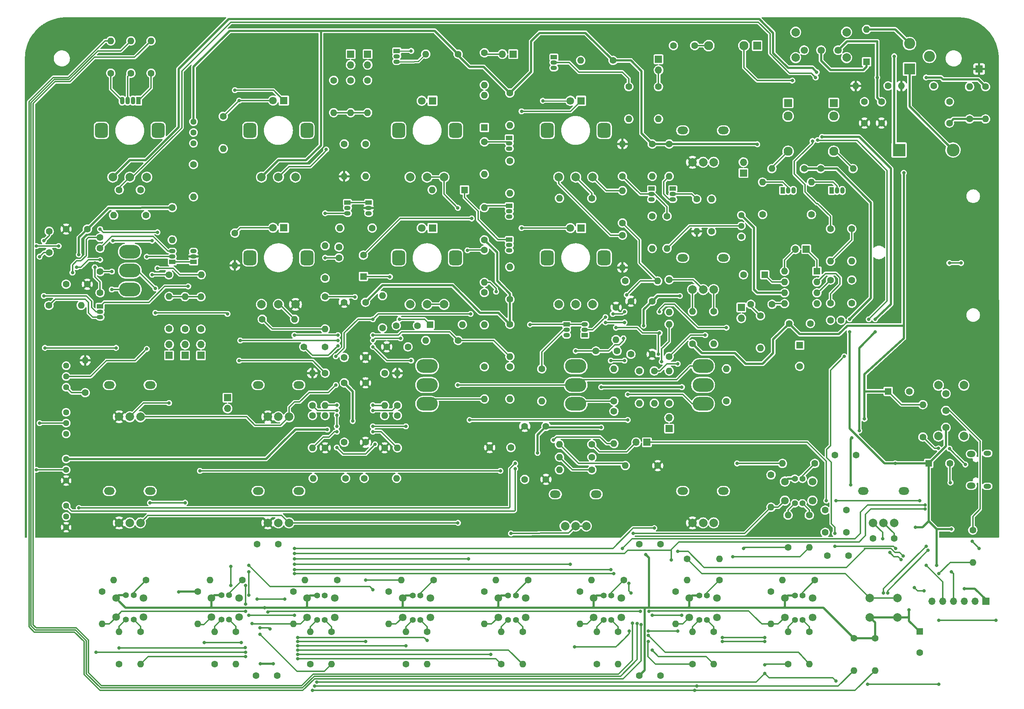
<source format=gbr>
%TF.GenerationSoftware,KiCad,Pcbnew,(6.0.7-1)-1*%
%TF.CreationDate,2022-09-14T21:26:35+02:00*%
%TF.ProjectId,LivSynth_Hardware,4c697653-796e-4746-985f-486172647761,0v01*%
%TF.SameCoordinates,Original*%
%TF.FileFunction,Copper,L1,Top*%
%TF.FilePolarity,Positive*%
%FSLAX46Y46*%
G04 Gerber Fmt 4.6, Leading zero omitted, Abs format (unit mm)*
G04 Created by KiCad (PCBNEW (6.0.7-1)-1) date 2022-09-14 21:26:35*
%MOMM*%
%LPD*%
G01*
G04 APERTURE LIST*
G04 Aperture macros list*
%AMRoundRect*
0 Rectangle with rounded corners*
0 $1 Rounding radius*
0 $2 $3 $4 $5 $6 $7 $8 $9 X,Y pos of 4 corners*
0 Add a 4 corners polygon primitive as box body*
4,1,4,$2,$3,$4,$5,$6,$7,$8,$9,$2,$3,0*
0 Add four circle primitives for the rounded corners*
1,1,$1+$1,$2,$3*
1,1,$1+$1,$4,$5*
1,1,$1+$1,$6,$7*
1,1,$1+$1,$8,$9*
0 Add four rect primitives between the rounded corners*
20,1,$1+$1,$2,$3,$4,$5,0*
20,1,$1+$1,$4,$5,$6,$7,0*
20,1,$1+$1,$6,$7,$8,$9,0*
20,1,$1+$1,$8,$9,$2,$3,0*%
G04 Aperture macros list end*
%TA.AperFunction,ComponentPad*%
%ADD10C,1.800000*%
%TD*%
%TA.AperFunction,ComponentPad*%
%ADD11C,1.400000*%
%TD*%
%TA.AperFunction,ComponentPad*%
%ADD12O,5.000000X3.200000*%
%TD*%
%TA.AperFunction,ComponentPad*%
%ADD13C,1.440000*%
%TD*%
%TA.AperFunction,ComponentPad*%
%ADD14C,2.000000*%
%TD*%
%TA.AperFunction,ComponentPad*%
%ADD15O,2.500000X1.800000*%
%TD*%
%TA.AperFunction,ComponentPad*%
%ADD16RoundRect,0.750000X-0.750000X-1.000000X0.750000X-1.000000X0.750000X1.000000X-0.750000X1.000000X0*%
%TD*%
%TA.AperFunction,ComponentPad*%
%ADD17R,1.830000X1.930000*%
%TD*%
%TA.AperFunction,ComponentPad*%
%ADD18C,2.130000*%
%TD*%
%TA.AperFunction,ComponentPad*%
%ADD19R,1.930000X1.830000*%
%TD*%
%TA.AperFunction,ComponentPad*%
%ADD20R,1.700000X1.700000*%
%TD*%
%TA.AperFunction,ComponentPad*%
%ADD21O,1.700000X1.700000*%
%TD*%
%TA.AperFunction,ComponentPad*%
%ADD22C,1.600000*%
%TD*%
%TA.AperFunction,ComponentPad*%
%ADD23O,1.600000X1.600000*%
%TD*%
%TA.AperFunction,ComponentPad*%
%ADD24R,1.800000X1.800000*%
%TD*%
%TA.AperFunction,ComponentPad*%
%ADD25R,1.050000X1.500000*%
%TD*%
%TA.AperFunction,ComponentPad*%
%ADD26O,1.050000X1.500000*%
%TD*%
%TA.AperFunction,ComponentPad*%
%ADD27R,1.500000X1.050000*%
%TD*%
%TA.AperFunction,ComponentPad*%
%ADD28O,1.500000X1.050000*%
%TD*%
%TA.AperFunction,ComponentPad*%
%ADD29R,3.000000X3.000000*%
%TD*%
%TA.AperFunction,ComponentPad*%
%ADD30C,3.000000*%
%TD*%
%TA.AperFunction,ComponentPad*%
%ADD31O,1.800000X1.150000*%
%TD*%
%TA.AperFunction,ComponentPad*%
%ADD32O,2.000000X1.450000*%
%TD*%
%TA.AperFunction,ComponentPad*%
%ADD33R,1.600000X1.600000*%
%TD*%
%TA.AperFunction,ComponentPad*%
%ADD34C,1.700000*%
%TD*%
%TA.AperFunction,ComponentPad*%
%ADD35R,2.600000X2.600000*%
%TD*%
%TA.AperFunction,ComponentPad*%
%ADD36C,2.600000*%
%TD*%
%TA.AperFunction,ComponentPad*%
%ADD37R,1.070000X1.800000*%
%TD*%
%TA.AperFunction,ComponentPad*%
%ADD38O,1.070000X1.800000*%
%TD*%
%TA.AperFunction,ViaPad*%
%ADD39C,0.800000*%
%TD*%
%TA.AperFunction,Conductor*%
%ADD40C,0.500000*%
%TD*%
%TA.AperFunction,Conductor*%
%ADD41C,0.300000*%
%TD*%
%TA.AperFunction,Conductor*%
%ADD42C,0.250000*%
%TD*%
G04 APERTURE END LIST*
D10*
%TO.P,RGB_Pot5,1,UP-A*%
%TO.N,+3.3V*%
X191750000Y-205250000D03*
%TO.P,RGB_Pot5,2,POLE-A*%
%TO.N,unconnected-(RGB_Pot5-Pad2)*%
X198250000Y-205250000D03*
%TO.P,RGB_Pot5,3,DOWN-A*%
%TO.N,/IO/BTN5*%
X191750000Y-209750000D03*
%TO.P,RGB_Pot5,4,UP-B*%
%TO.N,unconnected-(RGB_Pot5-Pad4)*%
X198250000Y-209750000D03*
D11*
%TO.P,RGB_Pot5,5,CA*%
%TO.N,+3.3V*%
X194100000Y-204600000D03*
%TO.P,RGB_Pot5,6,G*%
%TO.N,Net-(R117-Pad1)*%
X195900000Y-204600000D03*
%TO.P,RGB_Pot5,7,R*%
%TO.N,Net-(R116-Pad1)*%
X195900000Y-210400000D03*
%TO.P,RGB_Pot5,8,B*%
%TO.N,Net-(R109-Pad2)*%
X194100000Y-210400000D03*
%TD*%
D12*
%TO.P,SW2,1,A*%
%TO.N,Net-(R22-Pad2)*%
X175000000Y-159450000D03*
%TO.P,SW2,2,B*%
%TO.N,Net-(R18-Pad2)*%
X175000000Y-155000000D03*
%TO.P,SW2,3*%
%TO.N,N/C*%
X175000000Y-150550000D03*
%TD*%
D10*
%TO.P,RGB_Pot4,1,UP-A*%
%TO.N,+3.3V*%
X169250000Y-205250000D03*
%TO.P,RGB_Pot4,2,POLE-A*%
%TO.N,unconnected-(RGB_Pot4-Pad2)*%
X175750000Y-205250000D03*
%TO.P,RGB_Pot4,3,DOWN-A*%
%TO.N,/IO/BTN4*%
X169250000Y-209750000D03*
%TO.P,RGB_Pot4,4,UP-B*%
%TO.N,unconnected-(RGB_Pot4-Pad4)*%
X175750000Y-209750000D03*
D11*
%TO.P,RGB_Pot4,5,CA*%
%TO.N,+3.3V*%
X171600000Y-204600000D03*
%TO.P,RGB_Pot4,6,G*%
%TO.N,Net-(R101-Pad1)*%
X173400000Y-204600000D03*
%TO.P,RGB_Pot4,7,R*%
%TO.N,Net-(R100-Pad1)*%
X173400000Y-210400000D03*
%TO.P,RGB_Pot4,8,B*%
%TO.N,Net-(R92-Pad2)*%
X171600000Y-210400000D03*
%TD*%
D13*
%TO.P,RV14,1,1*%
%TO.N,Net-(RV14-Pad1)*%
X90000000Y-183450000D03*
%TO.P,RV14,2,2*%
%TO.N,/VCO/SQUARE_OUT*%
X90000000Y-185990000D03*
%TO.P,RV14,3,3*%
%TO.N,VGND*%
X90000000Y-188530000D03*
%TD*%
D10*
%TO.P,RGB_Pot2,1,UP-A*%
%TO.N,+3.3V*%
X124250000Y-205178932D03*
%TO.P,RGB_Pot2,2,POLE-A*%
%TO.N,unconnected-(RGB_Pot2-Pad2)*%
X130750000Y-205178932D03*
%TO.P,RGB_Pot2,3,DOWN-A*%
%TO.N,/IO/BTN2*%
X124250000Y-209678932D03*
%TO.P,RGB_Pot2,4,UP-B*%
%TO.N,unconnected-(RGB_Pot2-Pad4)*%
X130750000Y-209678932D03*
D11*
%TO.P,RGB_Pot2,5,CA*%
%TO.N,+3.3V*%
X126600000Y-204528932D03*
%TO.P,RGB_Pot2,6,G*%
%TO.N,Net-(R97-Pad1)*%
X128400000Y-204528932D03*
%TO.P,RGB_Pot2,7,R*%
%TO.N,Net-(R96-Pad1)*%
X128400000Y-210328932D03*
%TO.P,RGB_Pot2,8,B*%
%TO.N,Net-(R90-Pad2)*%
X126600000Y-210328932D03*
%TD*%
D14*
%TO.P,SW7,1,1*%
%TO.N,/IO/BTN_SHIFT*%
X279250000Y-205250000D03*
X285750000Y-205250000D03*
%TO.P,SW7,2,2*%
%TO.N,+3.3V*%
X279250000Y-209750000D03*
X285750000Y-209750000D03*
%TD*%
D13*
%TO.P,RV13,1,1*%
%TO.N,+9V*%
X90000000Y-172450000D03*
%TO.P,RV13,2,2*%
%TO.N,Net-(RV13-Pad2)*%
X90000000Y-174990000D03*
%TO.P,RV13,3,3*%
%TO.N,VGND*%
X90000000Y-177530000D03*
%TD*%
D14*
%TO.P,RV6,1,1*%
%TO.N,VGND*%
X237500000Y-187500000D03*
%TO.P,RV6,2,2*%
%TO.N,/ModMatrix/VCA_CV_OUT*%
X240000000Y-187500000D03*
%TO.P,RV6,3,3*%
%TO.N,Net-(RV6-Pad3)*%
X242500000Y-187500000D03*
D15*
%TO.P,RV6,4*%
%TO.N,N/C*%
X235200000Y-180000000D03*
%TO.P,RV6,5*%
X244800000Y-180000000D03*
%TD*%
D14*
%TO.P,RV8,1,1*%
%TO.N,VGND*%
X137500000Y-187500000D03*
%TO.P,RV8,2,2*%
%TO.N,/ModMatrix/VCF_LFO_OUT*%
X140000000Y-187500000D03*
%TO.P,RV8,3,3*%
%TO.N,Net-(RV8-Pad3)*%
X142500000Y-187500000D03*
D15*
%TO.P,RV8,4*%
%TO.N,N/C*%
X135200000Y-180000000D03*
%TO.P,RV8,5*%
X144800000Y-180000000D03*
%TD*%
D14*
%TO.P,RV7,1,1*%
%TO.N,VGND*%
X102500000Y-162500000D03*
%TO.P,RV7,2,2*%
%TO.N,/ModMatrix/VCO_EG_OUT*%
X105000000Y-162500000D03*
%TO.P,RV7,3,3*%
%TO.N,/EG/AR_OUT*%
X107500000Y-162500000D03*
D15*
%TO.P,RV7,4*%
%TO.N,N/C*%
X100200000Y-155000000D03*
%TO.P,RV7,5*%
X109800000Y-155000000D03*
%TD*%
D13*
%TO.P,RV12,1,1*%
%TO.N,/VCO/SAW_OUT*%
X90000000Y-161450000D03*
%TO.P,RV12,2,2*%
%TO.N,Net-(C34-Pad1)*%
X90000000Y-163990000D03*
%TO.P,RV12,3,3*%
X90000000Y-166530000D03*
%TD*%
D14*
%TO.P,RV5,1,1*%
%TO.N,Net-(R32-Pad1)*%
X206000000Y-106000000D03*
%TO.P,RV5,2,2*%
%TO.N,Net-(R31-Pad1)*%
X210000000Y-106000000D03*
%TO.P,RV5,3,3*%
%TO.N,Net-(R30-Pad2)*%
X214000000Y-106000000D03*
D16*
%TO.P,RV5,4*%
%TO.N,N/C*%
X203300000Y-95000000D03*
%TO.P,RV5,5*%
X216700000Y-95000000D03*
%TD*%
D14*
%TO.P,RV22,1,1*%
%TO.N,VGND*%
X137500000Y-162500000D03*
%TO.P,RV22,2,2*%
%TO.N,/ModMatrix/VCF_EG_OUT*%
X140000000Y-162500000D03*
%TO.P,RV22,3,3*%
%TO.N,/EG/AR_OUT*%
X142500000Y-162500000D03*
D15*
%TO.P,RV22,4*%
%TO.N,N/C*%
X135200000Y-155000000D03*
%TO.P,RV22,5*%
X144800000Y-155000000D03*
%TD*%
D14*
%TO.P,RV19,1,1*%
%TO.N,VGND*%
X237500000Y-102500000D03*
%TO.P,RV19,2,2*%
%TO.N,Net-(C46-Pad1)*%
X240000000Y-102500000D03*
%TO.P,RV19,3,3*%
%TO.N,Net-(J13-Pad2)*%
X242500000Y-102500000D03*
D15*
%TO.P,RV19,4*%
%TO.N,N/C*%
X235200000Y-95000000D03*
%TO.P,RV19,5*%
X244800000Y-95000000D03*
%TD*%
D14*
%TO.P,RV3,1,1*%
%TO.N,Net-(D5-Pad1)*%
X171000000Y-106000000D03*
%TO.P,RV3,2,2*%
%TO.N,Net-(C32-Pad1)*%
X175000000Y-106000000D03*
%TO.P,RV3,3,3*%
X179000000Y-106000000D03*
D16*
%TO.P,RV3,4*%
%TO.N,N/C*%
X168300000Y-95000000D03*
%TO.P,RV3,5*%
X181700000Y-95000000D03*
%TD*%
D12*
%TO.P,SW3,1,A*%
%TO.N,/EG/AR_OUT*%
X240000000Y-159450000D03*
%TO.P,SW3,2,B*%
%TO.N,Net-(RV6-Pad3)*%
X240000000Y-155000000D03*
%TO.P,SW3,3,C*%
%TO.N,Net-(RV8-Pad3)*%
X240000000Y-150550000D03*
%TD*%
D14*
%TO.P,RV18,1,1*%
%TO.N,Net-(R77-Pad2)*%
X237500000Y-132500000D03*
%TO.P,RV18,2,2*%
%TO.N,Net-(R78-Pad1)*%
X240000000Y-132500000D03*
%TO.P,RV18,3,3*%
%TO.N,Net-(R79-Pad1)*%
X242500000Y-132500000D03*
D15*
%TO.P,RV18,4*%
%TO.N,N/C*%
X235200000Y-125000000D03*
%TO.P,RV18,5*%
X244800000Y-125000000D03*
%TD*%
D12*
%TO.P,SW5,1,A*%
%TO.N,/LFO/LFO_SQA_OUT*%
X210000000Y-150550000D03*
%TO.P,SW5,2,B*%
%TO.N,Net-(RV8-Pad3)*%
X210000000Y-155000000D03*
%TO.P,SW5,3,C*%
%TO.N,/LFO/LFO_TRI_OUT*%
X210000000Y-159450000D03*
%TD*%
D13*
%TO.P,RV17,1,1*%
%TO.N,+9V*%
X249000000Y-114950000D03*
%TO.P,RV17,2,2*%
%TO.N,Net-(R71-Pad2)*%
X249000000Y-117490000D03*
%TO.P,RV17,3,3*%
%TO.N,GND*%
X249000000Y-120030000D03*
%TD*%
D14*
%TO.P,RV9,1,1*%
%TO.N,VGND*%
X102500000Y-187500000D03*
%TO.P,RV9,2,2*%
%TO.N,/ModMatrix/VCO_LFO_OUT*%
X105000000Y-187500000D03*
%TO.P,RV9,3,3*%
%TO.N,Net-(RV8-Pad3)*%
X107500000Y-187500000D03*
D15*
%TO.P,RV9,4*%
%TO.N,N/C*%
X100200000Y-180000000D03*
%TO.P,RV9,5*%
X109800000Y-180000000D03*
%TD*%
D14*
%TO.P,RV21,1,1*%
%TO.N,+3.3VA*%
X280000000Y-187500000D03*
%TO.P,RV21,2,2*%
%TO.N,/IO/ADC_IN2*%
X282500000Y-187500000D03*
%TO.P,RV21,3,3*%
%TO.N,GND*%
X285000000Y-187500000D03*
D15*
%TO.P,RV21,4*%
%TO.N,N/C*%
X277700000Y-180000000D03*
%TO.P,RV21,5*%
X287300000Y-180000000D03*
%TD*%
D14*
%TO.P,RV16,1,1*%
%TO.N,Net-(R58-Pad2)*%
X136000000Y-136000000D03*
%TO.P,RV16,2,2*%
%TO.N,Net-(R61-Pad2)*%
X140000000Y-136000000D03*
%TO.P,RV16,3,3*%
%TO.N,VGND*%
X144000000Y-136000000D03*
D16*
%TO.P,RV16,4*%
%TO.N,N/C*%
X133300000Y-125000000D03*
%TO.P,RV16,5*%
X146700000Y-125000000D03*
%TD*%
D14*
%TO.P,RV2,1,1*%
%TO.N,Net-(D3-Pad2)*%
X171000000Y-136000000D03*
%TO.P,RV2,2,2*%
%TO.N,Net-(C32-Pad1)*%
X175000000Y-136000000D03*
%TO.P,RV2,3,3*%
X179000000Y-136000000D03*
D16*
%TO.P,RV2,4*%
%TO.N,N/C*%
X168300000Y-125000000D03*
%TO.P,RV2,5*%
X181700000Y-125000000D03*
%TD*%
D14*
%TO.P,RV20,1,1*%
%TO.N,+3.3VA*%
X101000000Y-106000000D03*
%TO.P,RV20,2,2*%
%TO.N,/IO/ADC_IN1*%
X105000000Y-106000000D03*
%TO.P,RV20,3,3*%
%TO.N,GND*%
X109000000Y-106000000D03*
D16*
%TO.P,RV20,4*%
%TO.N,N/C*%
X98300000Y-95000000D03*
%TO.P,RV20,5*%
X111700000Y-95000000D03*
%TD*%
D17*
%TO.P,J14,1*%
%TO.N,Net-(J14-Pad1)*%
X252729540Y-75000000D03*
D18*
%TO.P,J14,2*%
%TO.N,Net-(J14-Pad2)*%
X249629540Y-75000000D03*
%TO.P,J14,3*%
%TO.N,Net-(C46-Pad2)*%
X241329540Y-75000000D03*
%TD*%
D10*
%TO.P,RGB_Pot7,1,UP-A*%
%TO.N,+3.3V*%
X236750000Y-205250000D03*
%TO.P,RGB_Pot7,2,POLE-A*%
%TO.N,unconnected-(RGB_Pot7-Pad2)*%
X243250000Y-205250000D03*
%TO.P,RGB_Pot7,3,DOWN-A*%
%TO.N,/IO/BTN7*%
X236750000Y-209750000D03*
%TO.P,RGB_Pot7,4,UP-B*%
%TO.N,unconnected-(RGB_Pot7-Pad4)*%
X243250000Y-209750000D03*
D11*
%TO.P,RGB_Pot7,5,CA*%
%TO.N,+3.3V*%
X239100000Y-204600000D03*
%TO.P,RGB_Pot7,6,G*%
%TO.N,Net-(R121-Pad1)*%
X240900000Y-204600000D03*
%TO.P,RGB_Pot7,7,R*%
%TO.N,Net-(R120-Pad1)*%
X240900000Y-210400000D03*
%TO.P,RGB_Pot7,8,B*%
%TO.N,Net-(R111-Pad2)*%
X239100000Y-210400000D03*
%TD*%
D19*
%TO.P,J18,1*%
%TO.N,Net-(J18-Pad1)*%
X260000000Y-88520460D03*
D18*
%TO.P,J18,2*%
%TO.N,unconnected-(J18-Pad2)*%
X260000000Y-91620460D03*
%TO.P,J18,3*%
%TO.N,Net-(J18-Pad3)*%
X260000000Y-99920460D03*
%TD*%
D19*
%TO.P,J19,1*%
%TO.N,Net-(J19-Pad1)*%
X270750000Y-88520460D03*
D18*
%TO.P,J19,2*%
%TO.N,unconnected-(J19-Pad2)*%
X270750000Y-91620460D03*
%TO.P,J19,3*%
%TO.N,Net-(J19-Pad3)*%
X270750000Y-99920460D03*
%TD*%
D10*
%TO.P,RGB_Pot9,1,UP-A*%
%TO.N,+3.3V*%
X259250000Y-177750000D03*
%TO.P,RGB_Pot9,2,POLE-A*%
%TO.N,unconnected-(RGB_Pot9-Pad2)*%
X265750000Y-177750000D03*
%TO.P,RGB_Pot9,3,DOWN-A*%
%TO.N,/IO/BTN9*%
X259250000Y-182250000D03*
%TO.P,RGB_Pot9,4,UP-B*%
%TO.N,unconnected-(RGB_Pot9-Pad4)*%
X265750000Y-182250000D03*
D11*
%TO.P,RGB_Pot9,5,CA*%
%TO.N,+3.3V*%
X261600000Y-177100000D03*
%TO.P,RGB_Pot9,6,G*%
%TO.N,Net-(R115-Pad1)*%
X263400000Y-177100000D03*
%TO.P,RGB_Pot9,7,R*%
%TO.N,Net-(R114-Pad1)*%
X263400000Y-182900000D03*
%TO.P,RGB_Pot9,8,B*%
%TO.N,Net-(R108-Pad2)*%
X261600000Y-182900000D03*
%TD*%
D14*
%TO.P,RV15,1,1*%
%TO.N,+9V*%
X136000000Y-106000000D03*
%TO.P,RV15,2,2*%
%TO.N,Net-(R55-Pad1)*%
X140000000Y-106000000D03*
%TO.P,RV15,3,3*%
%TO.N,GND*%
X144000000Y-106000000D03*
D16*
%TO.P,RV15,4*%
%TO.N,N/C*%
X133300000Y-95000000D03*
%TO.P,RV15,5*%
X146700000Y-95000000D03*
%TD*%
D13*
%TO.P,RV10,1,1*%
%TO.N,+9V*%
X120000000Y-92935000D03*
%TO.P,RV10,2,2*%
%TO.N,Net-(R38-Pad1)*%
X120000000Y-95475000D03*
%TO.P,RV10,3,3*%
%TO.N,GND*%
X120000000Y-98015000D03*
%TD*%
D14*
%TO.P,RV1,1,1*%
%TO.N,Net-(R6-Pad2)*%
X207500000Y-188250000D03*
%TO.P,RV1,2,2*%
%TO.N,Net-(C31-Pad1)*%
X210000000Y-188250000D03*
%TO.P,RV1,3,3*%
X212500000Y-188250000D03*
D15*
%TO.P,RV1,4*%
%TO.N,N/C*%
X205200000Y-180750000D03*
%TO.P,RV1,5*%
X214800000Y-180750000D03*
%TD*%
D10*
%TO.P,RGB_Pot8,1,UP-A*%
%TO.N,+3.3V*%
X259250000Y-205250000D03*
%TO.P,RGB_Pot8,2,POLE-A*%
%TO.N,unconnected-(RGB_Pot8-Pad2)*%
X265750000Y-205250000D03*
%TO.P,RGB_Pot8,3,DOWN-A*%
%TO.N,/IO/BTN8*%
X259250000Y-209750000D03*
%TO.P,RGB_Pot8,4,UP-B*%
%TO.N,unconnected-(RGB_Pot8-Pad4)*%
X265750000Y-209750000D03*
D11*
%TO.P,RGB_Pot8,5,CA*%
%TO.N,+3.3V*%
X261600000Y-204600000D03*
%TO.P,RGB_Pot8,6,G*%
%TO.N,Net-(R113-Pad1)*%
X263400000Y-204600000D03*
%TO.P,RGB_Pot8,7,R*%
%TO.N,Net-(R112-Pad1)*%
X263400000Y-210400000D03*
%TO.P,RGB_Pot8,8,B*%
%TO.N,Net-(R107-Pad2)*%
X261600000Y-210400000D03*
%TD*%
D14*
%TO.P,RV4,1,1*%
%TO.N,Net-(Q5-Pad3)*%
X206000000Y-136000000D03*
%TO.P,RV4,2,2*%
%TO.N,Net-(C33-Pad1)*%
X210000000Y-136000000D03*
%TO.P,RV4,3,3*%
%TO.N,Net-(Q7-Pad1)*%
X214000000Y-136000000D03*
D16*
%TO.P,RV4,4*%
%TO.N,N/C*%
X203300000Y-125000000D03*
%TO.P,RV4,5*%
X216700000Y-125000000D03*
%TD*%
D20*
%TO.P,J15,1,Pin_1*%
%TO.N,Net-(C50-Pad2)*%
X249000000Y-136725000D03*
D21*
%TO.P,J15,2,Pin_2*%
%TO.N,GND*%
X249000000Y-139265000D03*
%TD*%
D10*
%TO.P,RGB_Pot3,1,UP-A*%
%TO.N,+3.3V*%
X146750000Y-205250000D03*
%TO.P,RGB_Pot3,2,POLE-A*%
%TO.N,unconnected-(RGB_Pot3-Pad2)*%
X153250000Y-205250000D03*
%TO.P,RGB_Pot3,3,DOWN-A*%
%TO.N,/IO/BTN3*%
X146750000Y-209750000D03*
%TO.P,RGB_Pot3,4,UP-B*%
%TO.N,unconnected-(RGB_Pot3-Pad4)*%
X153250000Y-209750000D03*
D11*
%TO.P,RGB_Pot3,5,CA*%
%TO.N,+3.3V*%
X149100000Y-204600000D03*
%TO.P,RGB_Pot3,6,G*%
%TO.N,Net-(R99-Pad1)*%
X150900000Y-204600000D03*
%TO.P,RGB_Pot3,7,R*%
%TO.N,Net-(R98-Pad1)*%
X150900000Y-210400000D03*
%TO.P,RGB_Pot3,8,B*%
%TO.N,Net-(R91-Pad2)*%
X149100000Y-210400000D03*
%TD*%
D10*
%TO.P,RGB_Pot1,1,UP-A*%
%TO.N,+3.3V*%
X101750000Y-205178932D03*
%TO.P,RGB_Pot1,2,POLE-A*%
%TO.N,unconnected-(RGB_Pot1-Pad2)*%
X108250000Y-205178932D03*
%TO.P,RGB_Pot1,3,DOWN-A*%
%TO.N,/IO/BTN1*%
X101750000Y-209678932D03*
%TO.P,RGB_Pot1,4,UP-B*%
%TO.N,unconnected-(RGB_Pot1-Pad4)*%
X108250000Y-209678932D03*
D11*
%TO.P,RGB_Pot1,5,CA*%
%TO.N,+3.3V*%
X104100000Y-204528932D03*
%TO.P,RGB_Pot1,6,G*%
%TO.N,Net-(R95-Pad1)*%
X105900000Y-204528932D03*
%TO.P,RGB_Pot1,7,R*%
%TO.N,Net-(R94-Pad1)*%
X105900000Y-210328932D03*
%TO.P,RGB_Pot1,8,B*%
%TO.N,Net-(R89-Pad2)*%
X104100000Y-210328932D03*
%TD*%
D13*
%TO.P,RV11,1,1*%
%TO.N,Net-(RV11-Pad1)*%
X90000000Y-150470000D03*
%TO.P,RV11,2,2*%
%TO.N,Net-(Q9-Pad2)*%
X90000000Y-153010000D03*
%TO.P,RV11,3,3*%
%TO.N,Net-(R40-Pad1)*%
X90000000Y-155550000D03*
%TD*%
D12*
%TO.P,SW6,1,A*%
%TO.N,/VCO/SAW_OUT*%
X105000000Y-132465000D03*
%TO.P,SW6,2,B*%
%TO.N,/VCF/VCF_IN*%
X105000000Y-128015000D03*
%TO.P,SW6,3,C*%
%TO.N,/VCO/SQUARE_OUT*%
X105000000Y-123565000D03*
%TD*%
D10*
%TO.P,RGB_Pot6,1,UP-A*%
%TO.N,+3.3V*%
X214250000Y-205250000D03*
%TO.P,RGB_Pot6,2,POLE-A*%
%TO.N,unconnected-(RGB_Pot6-Pad2)*%
X220750000Y-205250000D03*
%TO.P,RGB_Pot6,3,DOWN-A*%
%TO.N,/IO/BTN6*%
X214250000Y-209750000D03*
%TO.P,RGB_Pot6,4,UP-B*%
%TO.N,unconnected-(RGB_Pot6-Pad4)*%
X220750000Y-209750000D03*
D11*
%TO.P,RGB_Pot6,5,CA*%
%TO.N,+3.3V*%
X216600000Y-204600000D03*
%TO.P,RGB_Pot6,6,G*%
%TO.N,Net-(R119-Pad1)*%
X218400000Y-204600000D03*
%TO.P,RGB_Pot6,7,R*%
%TO.N,Net-(R118-Pad1)*%
X218400000Y-210400000D03*
%TO.P,RGB_Pot6,8,B*%
%TO.N,Net-(R110-Pad2)*%
X216600000Y-210400000D03*
%TD*%
D22*
%TO.P,R68,1*%
%TO.N,Net-(Q14-Pad3)*%
X225000000Y-151690000D03*
D23*
%TO.P,R68,2*%
%TO.N,Net-(R68-Pad2)*%
X225000000Y-159310000D03*
%TD*%
D24*
%TO.P,D8,1,K*%
%TO.N,Net-(C40-Pad2)*%
X141275000Y-117950000D03*
D10*
%TO.P,D8,2,A*%
%TO.N,Net-(D7-Pad1)*%
X138735000Y-117950000D03*
%TD*%
D22*
%TO.P,R53,1*%
%TO.N,VGND*%
X165000000Y-169810000D03*
D23*
%TO.P,R53,2*%
%TO.N,Net-(R50-Pad2)*%
X165000000Y-162190000D03*
%TD*%
D22*
%TO.P,C55,1*%
%TO.N,/IO/ADC_IN2*%
X285000000Y-191200000D03*
%TO.P,C55,2*%
%TO.N,GND*%
X280000000Y-191200000D03*
%TD*%
%TO.P,R44,1*%
%TO.N,Net-(R43-Pad1)*%
X148000000Y-162190000D03*
D23*
%TO.P,R44,2*%
%TO.N,Net-(R44-Pad2)*%
X148000000Y-169810000D03*
%TD*%
D20*
%TO.P,J17,1,Pin_1*%
%TO.N,Net-(J17-Pad1)*%
X264275000Y-123000000D03*
D21*
%TO.P,J17,2,Pin_2*%
%TO.N,Net-(J17-Pad2)*%
X261735000Y-123000000D03*
%TD*%
D22*
%TO.P,R6,1*%
%TO.N,Net-(R6-Pad1)*%
X213810000Y-175000000D03*
D23*
%TO.P,R6,2*%
%TO.N,Net-(R6-Pad2)*%
X206190000Y-175000000D03*
%TD*%
D22*
%TO.P,C1,1*%
%TO.N,+9V*%
X282000000Y-88250000D03*
%TO.P,C1,2*%
%TO.N,VGND*%
X282000000Y-93250000D03*
%TD*%
%TO.P,R30,1*%
%TO.N,Net-(R26-Pad2)*%
X221000000Y-116810000D03*
D23*
%TO.P,R30,2*%
%TO.N,Net-(R30-Pad2)*%
X221000000Y-109190000D03*
%TD*%
D22*
%TO.P,R87,1*%
%TO.N,GND*%
X143500000Y-203690000D03*
D23*
%TO.P,R87,2*%
%TO.N,/IO/BTN3*%
X143500000Y-211310000D03*
%TD*%
D22*
%TO.P,R71,1*%
%TO.N,Net-(Q14-Pad2)*%
X231500000Y-115190000D03*
D23*
%TO.P,R71,2*%
%TO.N,Net-(R71-Pad2)*%
X231500000Y-122810000D03*
%TD*%
D22*
%TO.P,R89,1*%
%TO.N,/IO/P1_B*%
X102500000Y-220810000D03*
D23*
%TO.P,R89,2*%
%TO.N,Net-(R89-Pad2)*%
X102500000Y-213190000D03*
%TD*%
D22*
%TO.P,R83,1*%
%TO.N,Net-(C49-Pad1)*%
X275000000Y-118190000D03*
D23*
%TO.P,R83,2*%
%TO.N,GND*%
X275000000Y-125810000D03*
%TD*%
D22*
%TO.P,R64,1*%
%TO.N,+9V*%
X232000000Y-98190000D03*
D23*
%TO.P,R64,2*%
%TO.N,Net-(Q13-Pad3)*%
X232000000Y-105810000D03*
%TD*%
D22*
%TO.P,C43,1*%
%TO.N,+3.3V*%
X225000000Y-223500000D03*
%TO.P,C43,2*%
%TO.N,GND*%
X230000000Y-223500000D03*
%TD*%
%TO.P,C12,1*%
%TO.N,VGND*%
X160500000Y-168500000D03*
%TO.P,C12,2*%
%TO.N,GND*%
X155500000Y-168500000D03*
%TD*%
%TO.P,R91,1*%
%TO.N,/IO/P3_B*%
X147500000Y-220810000D03*
D23*
%TO.P,R91,2*%
%TO.N,Net-(R91-Pad2)*%
X147500000Y-213190000D03*
%TD*%
D25*
%TO.P,Q16,1,E*%
%TO.N,GND*%
X270230000Y-109140000D03*
D26*
%TO.P,Q16,2,B*%
%TO.N,Net-(Q16-Pad2)*%
X271500000Y-109140000D03*
%TO.P,Q16,3,C*%
%TO.N,Net-(J19-Pad3)*%
X272770000Y-109140000D03*
%TD*%
D22*
%TO.P,R70,1*%
%TO.N,Net-(J11-Pad2)*%
X229500000Y-84690000D03*
D23*
%TO.P,R70,2*%
%TO.N,Net-(Q13-Pad2)*%
X229500000Y-92310000D03*
%TD*%
D22*
%TO.P,C49,1*%
%TO.N,Net-(C49-Pad1)*%
X275000000Y-130250000D03*
%TO.P,C49,2*%
%TO.N,Net-(C49-Pad2)*%
X270000000Y-130250000D03*
%TD*%
%TO.P,R97,1*%
%TO.N,Net-(R97-Pad1)*%
X131500000Y-201000000D03*
D23*
%TO.P,R97,2*%
%TO.N,/IO/P2_G*%
X123880000Y-201000000D03*
%TD*%
D22*
%TO.P,R129,1*%
%TO.N,Net-(D11-Pad4)*%
X100500000Y-81500000D03*
D23*
%TO.P,R129,2*%
%TO.N,/IO/LED1_B*%
X100500000Y-73880000D03*
%TD*%
D22*
%TO.P,R26,1*%
%TO.N,Net-(R26-Pad1)*%
X219000000Y-161190000D03*
D23*
%TO.P,R26,2*%
%TO.N,Net-(R26-Pad2)*%
X219000000Y-168810000D03*
%TD*%
D22*
%TO.P,R124,1*%
%TO.N,/IO/CLOCK_OUT*%
X254000000Y-114810000D03*
D23*
%TO.P,R124,2*%
%TO.N,Net-(Q15-Pad2)*%
X254000000Y-107190000D03*
%TD*%
D22*
%TO.P,R117,1*%
%TO.N,Net-(R117-Pad1)*%
X198810000Y-201000000D03*
D23*
%TO.P,R117,2*%
%TO.N,/IO/P5_G*%
X191190000Y-201000000D03*
%TD*%
D22*
%TO.P,R114,1*%
%TO.N,Net-(R114-Pad1)*%
X265000000Y-185690000D03*
D23*
%TO.P,R114,2*%
%TO.N,/IO/P9_R*%
X265000000Y-193310000D03*
%TD*%
D27*
%TO.P,Q9,1,E*%
%TO.N,Net-(Q10-Pad1)*%
X115000000Y-126000000D03*
D28*
%TO.P,Q9,2,B*%
%TO.N,Net-(Q9-Pad2)*%
X115000000Y-124730000D03*
%TO.P,Q9,3,C*%
%TO.N,Net-(C36-Pad1)*%
X115000000Y-123460000D03*
%TD*%
D22*
%TO.P,R74,1*%
%TO.N,Net-(Q13-Pad1)*%
X228000000Y-115190000D03*
D23*
%TO.P,R74,2*%
%TO.N,Net-(R74-Pad2)*%
X228000000Y-122810000D03*
%TD*%
D22*
%TO.P,R113,1*%
%TO.N,Net-(R113-Pad1)*%
X266310000Y-201000000D03*
D23*
%TO.P,R113,2*%
%TO.N,/IO/P8_G*%
X258690000Y-201000000D03*
%TD*%
D22*
%TO.P,R3,1*%
%TO.N,Net-(C13-Pad1)*%
X302750000Y-92310000D03*
D23*
%TO.P,R3,2*%
%TO.N,GND*%
X302750000Y-84690000D03*
%TD*%
D29*
%TO.P,BT1,1,+*%
%TO.N,/Power/BAT_P*%
X286150000Y-99600000D03*
D30*
%TO.P,BT1,2,-*%
%TO.N,/Power/BAT_N*%
X298850000Y-99600000D03*
%TD*%
D22*
%TO.P,R62,1*%
%TO.N,Net-(D7-Pad1)*%
X129750000Y-119190000D03*
D23*
%TO.P,R62,2*%
%TO.N,VGND*%
X129750000Y-126810000D03*
%TD*%
D27*
%TO.P,Q13,1,E*%
%TO.N,Net-(Q13-Pad1)*%
X232860000Y-108730000D03*
D28*
%TO.P,Q13,2,B*%
%TO.N,Net-(Q13-Pad2)*%
X232860000Y-110000000D03*
%TO.P,Q13,3,C*%
%TO.N,Net-(Q13-Pad3)*%
X232860000Y-111270000D03*
%TD*%
D22*
%TO.P,R92,1*%
%TO.N,/IO/P4_B*%
X170000000Y-220810000D03*
D23*
%TO.P,R92,2*%
%TO.N,Net-(R92-Pad2)*%
X170000000Y-213190000D03*
%TD*%
D22*
%TO.P,C42,1*%
%TO.N,+3.3V*%
X139750000Y-223500000D03*
%TO.P,C42,2*%
%TO.N,GND*%
X134750000Y-223500000D03*
%TD*%
%TO.P,R79,1*%
%TO.N,Net-(R79-Pad1)*%
X242500000Y-137690000D03*
D23*
%TO.P,R79,2*%
%TO.N,GND*%
X242500000Y-145310000D03*
%TD*%
D22*
%TO.P,R16,1*%
%TO.N,+9V*%
X194500000Y-140690000D03*
D23*
%TO.P,R16,2*%
%TO.N,Net-(R16-Pad2)*%
X194500000Y-148310000D03*
%TD*%
D22*
%TO.P,R98,1*%
%TO.N,Net-(R98-Pad1)*%
X152500000Y-213190000D03*
D23*
%TO.P,R98,2*%
%TO.N,/IO/P3_R*%
X152500000Y-220810000D03*
%TD*%
D22*
%TO.P,C8,1*%
%TO.N,VGND*%
X203000000Y-177250000D03*
%TO.P,C8,2*%
%TO.N,GND*%
X198000000Y-177250000D03*
%TD*%
%TO.P,R107,1*%
%TO.N,/IO/P8_B*%
X260000000Y-220810000D03*
D23*
%TO.P,R107,2*%
%TO.N,Net-(R107-Pad2)*%
X260000000Y-213190000D03*
%TD*%
D22*
%TO.P,R104,1*%
%TO.N,GND*%
X188500000Y-203690000D03*
D23*
%TO.P,R104,2*%
%TO.N,/IO/BTN5*%
X188500000Y-211310000D03*
%TD*%
D22*
%TO.P,R82,1*%
%TO.N,Net-(J14-Pad2)*%
X270000000Y-118190000D03*
D23*
%TO.P,R82,2*%
%TO.N,Net-(C49-Pad1)*%
X270000000Y-125810000D03*
%TD*%
D31*
%TO.P,J3,6,Shield*%
%TO.N,unconnected-(J3-Pad6)*%
X306950000Y-178875000D03*
X306950000Y-171125000D03*
D32*
X303150000Y-178725000D03*
X303150000Y-171275000D03*
%TD*%
D27*
%TO.P,Q10,1,E*%
%TO.N,Net-(Q10-Pad1)*%
X120000000Y-126000000D03*
D28*
%TO.P,Q10,2,B*%
%TO.N,VGND*%
X120000000Y-124730000D03*
%TO.P,Q10,3,C*%
%TO.N,Net-(C35-Pad1)*%
X120000000Y-123460000D03*
%TD*%
D20*
%TO.P,J13,1,Pin_1*%
%TO.N,/IO/VCA_IN*%
X249500000Y-105025000D03*
D21*
%TO.P,J13,2,Pin_2*%
%TO.N,Net-(J13-Pad2)*%
X249500000Y-102485000D03*
%TD*%
D22*
%TO.P,R110,1*%
%TO.N,/IO/P6_B*%
X215000000Y-220810000D03*
D23*
%TO.P,R110,2*%
%TO.N,Net-(R110-Pad2)*%
X215000000Y-213190000D03*
%TD*%
D22*
%TO.P,R46,1*%
%TO.N,Net-(R45-Pad1)*%
X168000000Y-162190000D03*
D23*
%TO.P,R46,2*%
%TO.N,Net-(C39-Pad1)*%
X168000000Y-169810000D03*
%TD*%
D22*
%TO.P,R105,1*%
%TO.N,GND*%
X211000000Y-203690000D03*
D23*
%TO.P,R105,2*%
%TO.N,/IO/BTN6*%
X211000000Y-211310000D03*
%TD*%
D22*
%TO.P,R122,1*%
%TO.N,+3.3V*%
X263810000Y-104000000D03*
D23*
%TO.P,R122,2*%
%TO.N,Net-(J18-Pad3)*%
X256190000Y-104000000D03*
%TD*%
D20*
%TO.P,J20,1,Pin_1*%
%TO.N,/ModMatrix/VCF_EG_OUT*%
X157000000Y-77000000D03*
D21*
%TO.P,J20,2,Pin_2*%
%TO.N,Net-(J20-Pad2)*%
X157000000Y-79540000D03*
%TD*%
D33*
%TO.P,D3,1,K*%
%TO.N,Net-(D3-Pad1)*%
X183810000Y-109000000D03*
D23*
%TO.P,D3,2,A*%
%TO.N,Net-(D3-Pad2)*%
X176190000Y-109000000D03*
%TD*%
D22*
%TO.P,R76,1*%
%TO.N,Net-(R75-Pad2)*%
X245500000Y-158810000D03*
D23*
%TO.P,R76,2*%
%TO.N,Net-(R74-Pad2)*%
X245500000Y-151190000D03*
%TD*%
D22*
%TO.P,R65,1*%
%TO.N,+9V*%
X228000000Y-98190000D03*
D23*
%TO.P,R65,2*%
%TO.N,Net-(Q14-Pad3)*%
X228000000Y-105810000D03*
%TD*%
D33*
%TO.P,C39,1*%
%TO.N,Net-(C39-Pad1)*%
X160000000Y-129402651D03*
D22*
%TO.P,C39,2*%
%TO.N,/VCA/VCA_IN*%
X160000000Y-124402651D03*
%TD*%
%TO.P,C46,1*%
%TO.N,Net-(C46-Pad1)*%
X233000000Y-75000000D03*
%TO.P,C46,2*%
%TO.N,Net-(C46-Pad2)*%
X238000000Y-75000000D03*
%TD*%
%TO.P,R75,1*%
%TO.N,Net-(J12-Pad2)*%
X232000000Y-159310000D03*
D23*
%TO.P,R75,2*%
%TO.N,Net-(R75-Pad2)*%
X232000000Y-151690000D03*
%TD*%
D22*
%TO.P,R33,1*%
%TO.N,Net-(J6-Pad2)*%
X121750000Y-141835000D03*
D23*
%TO.P,R33,2*%
%TO.N,Net-(R33-Pad2)*%
X121750000Y-134215000D03*
%TD*%
D27*
%TO.P,Q12,1,E*%
%TO.N,Net-(Q11-Pad1)*%
X161250000Y-112000000D03*
D28*
%TO.P,Q12,2,B*%
%TO.N,VGND*%
X161250000Y-113270000D03*
%TO.P,Q12,3,C*%
%TO.N,Net-(Q12-Pad3)*%
X161250000Y-114540000D03*
%TD*%
D20*
%TO.P,J7,1,Pin_1*%
%TO.N,/ModMatrix/VCO_LFO_OUT*%
X118000000Y-148025000D03*
D21*
%TO.P,J7,2,Pin_2*%
%TO.N,Net-(J7-Pad2)*%
X118000000Y-145485000D03*
%TD*%
D22*
%TO.P,R28,1*%
%TO.N,/LFO/LFO_TRI_OUT*%
X219000000Y-158810000D03*
D23*
%TO.P,R28,2*%
%TO.N,Net-(R26-Pad1)*%
X219000000Y-151190000D03*
%TD*%
D22*
%TO.P,C2,1*%
%TO.N,+9V*%
X228000000Y-135250000D03*
%TO.P,C2,2*%
%TO.N,VGND*%
X223000000Y-135250000D03*
%TD*%
%TO.P,R39,1*%
%TO.N,Net-(Q10-Pad1)*%
X108810000Y-115000000D03*
D23*
%TO.P,R39,2*%
%TO.N,Net-(C36-Pad2)*%
X101190000Y-115000000D03*
%TD*%
D22*
%TO.P,C10,1*%
%TO.N,VGND*%
X160500000Y-148500000D03*
%TO.P,C10,2*%
%TO.N,GND*%
X155500000Y-148500000D03*
%TD*%
%TO.P,R125,1*%
%TO.N,/IO/RESET_OUT*%
X265500000Y-114810000D03*
D23*
%TO.P,R125,2*%
%TO.N,Net-(Q16-Pad2)*%
X265500000Y-107190000D03*
%TD*%
D22*
%TO.P,R18,1*%
%TO.N,Net-(R16-Pad2)*%
X182310000Y-144500000D03*
D23*
%TO.P,R18,2*%
%TO.N,Net-(R18-Pad2)*%
X174690000Y-144500000D03*
%TD*%
D22*
%TO.P,R96,1*%
%TO.N,Net-(R96-Pad1)*%
X130000000Y-213190000D03*
D23*
%TO.P,R96,2*%
%TO.N,/IO/P2_R*%
X130000000Y-220810000D03*
%TD*%
D20*
%TO.P,J6,1,Pin_1*%
%TO.N,/Slew/V{slash}OCT_OUT*%
X121750000Y-148025000D03*
D21*
%TO.P,J6,2,Pin_2*%
%TO.N,Net-(J6-Pad2)*%
X121750000Y-145485000D03*
%TD*%
D22*
%TO.P,C45,1*%
%TO.N,+3.3V*%
X225000000Y-192500000D03*
%TO.P,C45,2*%
%TO.N,GND*%
X230000000Y-192500000D03*
%TD*%
D20*
%TO.P,J2,1,Pin_1*%
%TO.N,+3.3V*%
X306580000Y-206000000D03*
D21*
%TO.P,J2,2,Pin_2*%
%TO.N,/MCU/SWD_CLK*%
X304040000Y-206000000D03*
%TO.P,J2,3,Pin_3*%
%TO.N,GND*%
X301500000Y-206000000D03*
%TO.P,J2,4,Pin_4*%
%TO.N,/MCU/SWD_IO*%
X298960000Y-206000000D03*
%TO.P,J2,5,Pin_5*%
%TO.N,/MCU/NRST*%
X296420000Y-206000000D03*
%TO.P,J2,6,Pin_6*%
%TO.N,/MCU/SWD_SWO*%
X293880000Y-206000000D03*
%TD*%
D22*
%TO.P,C9,1*%
%TO.N,VGND*%
X95000000Y-131250000D03*
%TO.P,C9,2*%
%TO.N,GND*%
X90000000Y-131250000D03*
%TD*%
D14*
%TO.P,SW1,*%
%TO.N,*%
X301417500Y-167042500D03*
X301417500Y-155042500D03*
X295417500Y-167042500D03*
X295417500Y-155042500D03*
D34*
%TO.P,SW1,1,A*%
%TO.N,GND*%
X297167500Y-157042500D03*
%TO.P,SW1,2,B*%
%TO.N,/MCU/SW_BOOT0*%
X297167500Y-161042500D03*
%TO.P,SW1,3,C*%
%TO.N,+3.3V*%
X297167500Y-165042500D03*
%TD*%
D22*
%TO.P,R56,1*%
%TO.N,Net-(Q11-Pad2)*%
X155500000Y-98190000D03*
D23*
%TO.P,R56,2*%
%TO.N,VGND*%
X155500000Y-105810000D03*
%TD*%
D33*
%TO.P,C14,1*%
%TO.N,+9V*%
X283597349Y-156500000D03*
D22*
%TO.P,C14,2*%
%TO.N,GND*%
X288597349Y-156500000D03*
%TD*%
%TO.P,R99,1*%
%TO.N,Net-(R99-Pad1)*%
X153810000Y-201000000D03*
D23*
%TO.P,R99,2*%
%TO.N,/IO/P3_G*%
X146190000Y-201000000D03*
%TD*%
D27*
%TO.P,Q3,1,E*%
%TO.N,Net-(D3-Pad1)*%
X194360000Y-120730000D03*
D28*
%TO.P,Q3,2,B*%
%TO.N,Net-(D5-Pad2)*%
X194360000Y-122000000D03*
%TO.P,Q3,3,C*%
%TO.N,Net-(Q3-Pad3)*%
X194360000Y-123270000D03*
%TD*%
D33*
%TO.P,C50,1*%
%TO.N,Net-(C50-Pad1)*%
X262750000Y-145597349D03*
D22*
%TO.P,C50,2*%
%TO.N,Net-(C50-Pad2)*%
X262750000Y-150597349D03*
%TD*%
%TO.P,R108,1*%
%TO.N,/IO/P9_B*%
X260000000Y-193310000D03*
D23*
%TO.P,R108,2*%
%TO.N,Net-(R108-Pad2)*%
X260000000Y-185690000D03*
%TD*%
D35*
%TO.P,J1,1*%
%TO.N,/Power/BAT_N*%
X288600000Y-80515000D03*
D36*
%TO.P,J1,2*%
%TO.N,Net-(D1-Pad2)*%
X288600000Y-74515000D03*
%TO.P,J1,3*%
%TO.N,/Power/BAT_P*%
X293300000Y-77515000D03*
%TD*%
D22*
%TO.P,R25,1*%
%TO.N,Net-(Q5-Pad2)*%
X202000000Y-151190000D03*
D23*
%TO.P,R25,2*%
%TO.N,/LFO/LFO_SQA_OUT*%
X202000000Y-158810000D03*
%TD*%
D22*
%TO.P,C34,1*%
%TO.N,Net-(C34-Pad1)*%
X86000000Y-123750000D03*
%TO.P,C34,2*%
%TO.N,Net-(C34-Pad2)*%
X86000000Y-118750000D03*
%TD*%
%TO.P,R31,1*%
%TO.N,Net-(R31-Pad1)*%
X213810000Y-111000000D03*
D23*
%TO.P,R31,2*%
%TO.N,Net-(Q5-Pad1)*%
X206190000Y-111000000D03*
%TD*%
D22*
%TO.P,R60,1*%
%TO.N,Net-(C40-Pad2)*%
X127000000Y-91690000D03*
D23*
%TO.P,R60,2*%
%TO.N,Net-(D7-Pad1)*%
X127000000Y-99310000D03*
%TD*%
D22*
%TO.P,R14,1*%
%TO.N,+9V*%
X194500000Y-134810000D03*
D23*
%TO.P,R14,2*%
%TO.N,Net-(D3-Pad1)*%
X194500000Y-127190000D03*
%TD*%
D27*
%TO.P,Q2,1,E*%
%TO.N,Net-(Q2-Pad1)*%
X194360000Y-112730000D03*
D28*
%TO.P,Q2,2,B*%
%TO.N,Net-(Q2-Pad2)*%
X194360000Y-114000000D03*
%TO.P,Q2,3,C*%
%TO.N,Net-(D5-Pad2)*%
X194360000Y-115270000D03*
%TD*%
D27*
%TO.P,Q14,1,E*%
%TO.N,Net-(Q13-Pad1)*%
X227860000Y-108730000D03*
D28*
%TO.P,Q14,2,B*%
%TO.N,Net-(Q14-Pad2)*%
X227860000Y-110000000D03*
%TO.P,Q14,3,C*%
%TO.N,Net-(Q14-Pad3)*%
X227860000Y-111270000D03*
%TD*%
D22*
%TO.P,C19,1*%
%TO.N,+3.3VA*%
X274250000Y-195250000D03*
%TO.P,C19,2*%
%TO.N,GND*%
X269250000Y-195250000D03*
%TD*%
%TO.P,R126,1*%
%TO.N,Net-(J20-Pad2)*%
X157000000Y-83190000D03*
D23*
%TO.P,R126,2*%
%TO.N,Net-(Q11-Pad2)*%
X157000000Y-90810000D03*
%TD*%
D22*
%TO.P,R29,1*%
%TO.N,Net-(Q7-Pad2)*%
X221690000Y-130500000D03*
D23*
%TO.P,R29,2*%
%TO.N,Net-(R26-Pad2)*%
X229310000Y-130500000D03*
%TD*%
D22*
%TO.P,R61,1*%
%TO.N,Net-(R58-Pad2)*%
X136190000Y-139500000D03*
D23*
%TO.P,R61,2*%
%TO.N,Net-(R61-Pad2)*%
X143810000Y-139500000D03*
%TD*%
D22*
%TO.P,C51,1*%
%TO.N,Net-(C50-Pad1)*%
X256250000Y-136000000D03*
%TO.P,C51,2*%
%TO.N,Net-(C51-Pad2)*%
X251250000Y-136000000D03*
%TD*%
D24*
%TO.P,D7,1,K*%
%TO.N,Net-(D7-Pad1)*%
X141275000Y-87950000D03*
D10*
%TO.P,D7,2,A*%
%TO.N,Net-(C40-Pad2)*%
X138735000Y-87950000D03*
%TD*%
D27*
%TO.P,Q11,1,E*%
%TO.N,Net-(Q11-Pad1)*%
X156250000Y-112000000D03*
D28*
%TO.P,Q11,2,B*%
%TO.N,Net-(Q11-Pad2)*%
X156250000Y-113270000D03*
%TO.P,Q11,3,C*%
%TO.N,Net-(C38-Pad1)*%
X156250000Y-114540000D03*
%TD*%
D22*
%TO.P,R4,1*%
%TO.N,Net-(R4-Pad1)*%
X294310000Y-84500000D03*
D23*
%TO.P,R4,2*%
%TO.N,VGND*%
X286690000Y-84500000D03*
%TD*%
D22*
%TO.P,R32,1*%
%TO.N,Net-(R32-Pad1)*%
X221000000Y-119690000D03*
D23*
%TO.P,R32,2*%
%TO.N,VGND*%
X221000000Y-127310000D03*
%TD*%
D22*
%TO.P,C53,1*%
%TO.N,GND*%
X275000000Y-135750000D03*
%TO.P,C53,2*%
%TO.N,Net-(C53-Pad2)*%
X270000000Y-135750000D03*
%TD*%
%TO.P,C31,1*%
%TO.N,Net-(C31-Pad1)*%
X194750000Y-169750000D03*
%TO.P,C31,2*%
%TO.N,VGND*%
X189750000Y-169750000D03*
%TD*%
D33*
%TO.P,C20,1*%
%TO.N,+3.3V*%
X291000000Y-213097349D03*
D22*
%TO.P,C20,2*%
%TO.N,GND*%
X291000000Y-218097349D03*
%TD*%
%TO.P,R54,1*%
%TO.N,GND*%
X160190000Y-177000000D03*
D23*
%TO.P,R54,2*%
%TO.N,Net-(C39-Pad1)*%
X167810000Y-177000000D03*
%TD*%
D27*
%TO.P,Q4,1,E*%
%TO.N,GND*%
X194360000Y-96730000D03*
D28*
%TO.P,Q4,2,B*%
%TO.N,Net-(D4-Pad1)*%
X194360000Y-98000000D03*
%TO.P,Q4,3,C*%
%TO.N,Net-(Q4-Pad3)*%
X194360000Y-99270000D03*
%TD*%
D22*
%TO.P,R63,1*%
%TO.N,Net-(R63-Pad1)*%
X232000000Y-148310000D03*
D23*
%TO.P,R63,2*%
%TO.N,Net-(R63-Pad2)*%
X232000000Y-140690000D03*
%TD*%
D20*
%TO.P,J9,1,Pin_1*%
%TO.N,/VCF/VCF_IN*%
X128000000Y-158000000D03*
D21*
%TO.P,J9,2,Pin_2*%
%TO.N,Net-(J9-Pad2)*%
X128000000Y-160540000D03*
%TD*%
D22*
%TO.P,R34,1*%
%TO.N,+9V*%
X115000000Y-113190000D03*
D23*
%TO.P,R34,2*%
%TO.N,Net-(C36-Pad1)*%
X115000000Y-120810000D03*
%TD*%
D22*
%TO.P,R10,1*%
%TO.N,+9V*%
X182310000Y-77000000D03*
D23*
%TO.P,R10,2*%
%TO.N,Net-(Q1-Pad3)*%
X174690000Y-77000000D03*
%TD*%
D22*
%TO.P,R12,1*%
%TO.N,+9V*%
X194500000Y-86190000D03*
D23*
%TO.P,R12,2*%
%TO.N,Net-(Q4-Pad3)*%
X194500000Y-93810000D03*
%TD*%
D22*
%TO.P,C40,1*%
%TO.N,Net-(C40-Pad1)*%
X151000000Y-146000000D03*
%TO.P,C40,2*%
%TO.N,Net-(C40-Pad2)*%
X146000000Y-146000000D03*
%TD*%
%TO.P,C47,1*%
%TO.N,+9V*%
X260250000Y-140500000D03*
%TO.P,C47,2*%
%TO.N,GND*%
X265250000Y-140500000D03*
%TD*%
%TO.P,R123,1*%
%TO.N,+3.3V*%
X267690000Y-104000000D03*
D23*
%TO.P,R123,2*%
%TO.N,Net-(J19-Pad3)*%
X275310000Y-104000000D03*
%TD*%
D22*
%TO.P,R15,1*%
%TO.N,Net-(Q4-Pad3)*%
X194500000Y-102190000D03*
D23*
%TO.P,R15,2*%
%TO.N,Net-(Q2-Pad2)*%
X194500000Y-109810000D03*
%TD*%
D22*
%TO.P,R109,1*%
%TO.N,/IO/P5_B*%
X192500000Y-220810000D03*
D23*
%TO.P,R109,2*%
%TO.N,Net-(R109-Pad2)*%
X192500000Y-213190000D03*
%TD*%
D22*
%TO.P,R101,1*%
%TO.N,Net-(R101-Pad1)*%
X176500000Y-201000000D03*
D23*
%TO.P,R101,2*%
%TO.N,/IO/P4_G*%
X168880000Y-201000000D03*
%TD*%
D24*
%TO.P,D9,1,K*%
%TO.N,GND*%
X211275000Y-118000000D03*
D10*
%TO.P,D9,2,A*%
%TO.N,Net-(D6-Pad1)*%
X208735000Y-118000000D03*
%TD*%
D22*
%TO.P,C44,1*%
%TO.N,+3.3V*%
X135000000Y-192500000D03*
%TO.P,C44,2*%
%TO.N,GND*%
X140000000Y-192500000D03*
%TD*%
D24*
%TO.P,D2,1,K*%
%TO.N,GND*%
X176275000Y-118000000D03*
D10*
%TO.P,D2,2,A*%
%TO.N,Net-(D10-Pad1)*%
X173735000Y-118000000D03*
%TD*%
D22*
%TO.P,R19,1*%
%TO.N,Net-(D4-Pad1)*%
X188500000Y-97690000D03*
D23*
%TO.P,R19,2*%
%TO.N,GND*%
X188500000Y-105310000D03*
%TD*%
D22*
%TO.P,R77,1*%
%TO.N,+9V*%
X237500000Y-145310000D03*
D23*
%TO.P,R77,2*%
%TO.N,Net-(R77-Pad2)*%
X237500000Y-137690000D03*
%TD*%
D22*
%TO.P,C36,1*%
%TO.N,Net-(C36-Pad1)*%
X98000000Y-122750000D03*
%TO.P,C36,2*%
%TO.N,Net-(C36-Pad2)*%
X98000000Y-120250000D03*
%TD*%
%TO.P,C17,1*%
%TO.N,+3.3VA*%
X273750000Y-184500000D03*
%TO.P,C17,2*%
%TO.N,GND*%
X268750000Y-184500000D03*
%TD*%
%TO.P,R51,1*%
%TO.N,VGND*%
X151000000Y-169810000D03*
D23*
%TO.P,R51,2*%
%TO.N,Net-(R49-Pad2)*%
X151000000Y-162190000D03*
%TD*%
D20*
%TO.P,J5,1,Pin_1*%
%TO.N,/EG/GATE_OUT*%
X195275000Y-77000000D03*
D21*
%TO.P,J5,2,Pin_2*%
%TO.N,Net-(J5-Pad2)*%
X192735000Y-77000000D03*
%TD*%
D22*
%TO.P,R5,1*%
%TO.N,/MCU/SW_BOOT0*%
X303500000Y-189190000D03*
D23*
%TO.P,R5,2*%
%TO.N,/MCU/BOOT0*%
X303500000Y-196810000D03*
%TD*%
D22*
%TO.P,R49,1*%
%TO.N,Net-(J9-Pad2)*%
X151000000Y-152190000D03*
D23*
%TO.P,R49,2*%
%TO.N,Net-(R49-Pad2)*%
X151000000Y-159810000D03*
%TD*%
D22*
%TO.P,R90,1*%
%TO.N,/IO/P2_B*%
X125000000Y-220810000D03*
D23*
%TO.P,R90,2*%
%TO.N,Net-(R90-Pad2)*%
X125000000Y-213190000D03*
%TD*%
D22*
%TO.P,TH1,1*%
%TO.N,Net-(R33-Pad2)*%
X114190000Y-129000000D03*
D23*
%TO.P,TH1,2*%
%TO.N,Net-(RV11-Pad1)*%
X121810000Y-129000000D03*
%TD*%
D22*
%TO.P,R80,1*%
%TO.N,+3.3V*%
X280500000Y-214690000D03*
D23*
%TO.P,R80,2*%
%TO.N,/IO/I2C_SDA_IN*%
X280500000Y-222310000D03*
%TD*%
D22*
%TO.P,R103,1*%
%TO.N,GND*%
X256000000Y-176190000D03*
D23*
%TO.P,R103,2*%
%TO.N,/IO/BTN9*%
X256000000Y-183810000D03*
%TD*%
D22*
%TO.P,R20,1*%
%TO.N,Net-(D5-Pad2)*%
X188500000Y-123190000D03*
D23*
%TO.P,R20,2*%
%TO.N,GND*%
X188500000Y-130810000D03*
%TD*%
D22*
%TO.P,R94,1*%
%TO.N,Net-(R94-Pad1)*%
X107500000Y-213190000D03*
D23*
%TO.P,R94,2*%
%TO.N,/IO/P1_R*%
X107500000Y-220810000D03*
%TD*%
D22*
%TO.P,C35,1*%
%TO.N,Net-(C35-Pad1)*%
X98000000Y-133250000D03*
%TO.P,C35,2*%
%TO.N,/VCO/SAW_OUT*%
X98000000Y-128250000D03*
%TD*%
%TO.P,C11,1*%
%TO.N,+9V*%
X155500000Y-154500000D03*
%TO.P,C11,2*%
%TO.N,VGND*%
X160500000Y-154500000D03*
%TD*%
%TO.P,C41,1*%
%TO.N,Net-(C41-Pad1)*%
X170500000Y-146000000D03*
%TO.P,C41,2*%
%TO.N,VGND*%
X165500000Y-146000000D03*
%TD*%
D20*
%TO.P,J12,1,Pin_1*%
%TO.N,/ModMatrix/VCA_CV_OUT*%
X232000000Y-165275000D03*
D21*
%TO.P,J12,2,Pin_2*%
%TO.N,Net-(J12-Pad2)*%
X232000000Y-162735000D03*
%TD*%
D22*
%TO.P,R106,1*%
%TO.N,GND*%
X233500000Y-203690000D03*
D23*
%TO.P,R106,2*%
%TO.N,/IO/BTN7*%
X233500000Y-211310000D03*
%TD*%
D22*
%TO.P,R57,1*%
%TO.N,Net-(R57-Pad1)*%
X164500000Y-141560000D03*
D23*
%TO.P,R57,2*%
%TO.N,Net-(Q12-Pad3)*%
X164500000Y-133940000D03*
%TD*%
D24*
%TO.P,D10,1,K*%
%TO.N,Net-(D10-Pad1)*%
X176275000Y-88000000D03*
D10*
%TO.P,D10,2,A*%
%TO.N,Net-(D10-Pad2)*%
X173735000Y-88000000D03*
%TD*%
D22*
%TO.P,R24,1*%
%TO.N,+9V*%
X218810000Y-78500000D03*
D23*
%TO.P,R24,2*%
%TO.N,Net-(Q6-Pad3)*%
X211190000Y-78500000D03*
%TD*%
D22*
%TO.P,R17,1*%
%TO.N,Net-(J5-Pad2)*%
X188500000Y-76690000D03*
D23*
%TO.P,R17,2*%
%TO.N,Net-(D4-Pad2)*%
X188500000Y-84310000D03*
%TD*%
D22*
%TO.P,R23,1*%
%TO.N,Net-(R16-Pad2)*%
X194500000Y-150690000D03*
D23*
%TO.P,R23,2*%
%TO.N,GND*%
X194500000Y-158310000D03*
%TD*%
D22*
%TO.P,C13,1*%
%TO.N,Net-(C13-Pad1)*%
X298000000Y-93250000D03*
%TO.P,C13,2*%
%TO.N,GND*%
X298000000Y-88250000D03*
%TD*%
%TO.P,R67,1*%
%TO.N,Net-(R63-Pad1)*%
X242000000Y-118810000D03*
D23*
%TO.P,R67,2*%
%TO.N,/IO/VCA_IN*%
X242000000Y-111190000D03*
%TD*%
D33*
%TO.P,C48,1*%
%TO.N,Net-(C48-Pad1)*%
X254500000Y-129000000D03*
D22*
%TO.P,C48,2*%
%TO.N,GND*%
X249500000Y-129000000D03*
%TD*%
%TO.P,R127,1*%
%TO.N,Net-(D11-Pad1)*%
X110000000Y-81500000D03*
D23*
%TO.P,R127,2*%
%TO.N,/IO/LED1_R*%
X110000000Y-73880000D03*
%TD*%
D22*
%TO.P,R8,1*%
%TO.N,Net-(J4-Pad2)*%
X213810000Y-169000000D03*
D23*
%TO.P,R8,2*%
%TO.N,Net-(R8-Pad2)*%
X206190000Y-169000000D03*
%TD*%
D22*
%TO.P,R38,1*%
%TO.N,Net-(R38-Pad1)*%
X120000000Y-103000000D03*
D23*
%TO.P,R38,2*%
%TO.N,Net-(R33-Pad2)*%
X120000000Y-110620000D03*
%TD*%
D20*
%TO.P,TP1,1,1*%
%TO.N,VGND*%
X305000000Y-80500000D03*
%TD*%
D22*
%TO.P,R47,1*%
%TO.N,Net-(J10-Pad2)*%
X161000000Y-83190000D03*
D23*
%TO.P,R47,2*%
%TO.N,Net-(Q11-Pad2)*%
X161000000Y-90810000D03*
%TD*%
D22*
%TO.P,R84,1*%
%TO.N,Net-(C51-Pad2)*%
X253500000Y-138690000D03*
D23*
%TO.P,R84,2*%
%TO.N,GND*%
X253500000Y-146310000D03*
%TD*%
D22*
%TO.P,R1,1*%
%TO.N,+9V*%
X306500000Y-84690000D03*
D23*
%TO.P,R1,2*%
%TO.N,Net-(C13-Pad1)*%
X306500000Y-92310000D03*
%TD*%
D25*
%TO.P,Q15,1,E*%
%TO.N,GND*%
X258730000Y-109140000D03*
D26*
%TO.P,Q15,2,B*%
%TO.N,Net-(Q15-Pad2)*%
X260000000Y-109140000D03*
%TO.P,Q15,3,C*%
%TO.N,Net-(J18-Pad3)*%
X261270000Y-109140000D03*
%TD*%
D22*
%TO.P,C18,1*%
%TO.N,+3.3VA*%
X273750000Y-189750000D03*
%TO.P,C18,2*%
%TO.N,GND*%
X268750000Y-189750000D03*
%TD*%
%TO.P,C33,1*%
%TO.N,Net-(C33-Pad1)*%
X214750000Y-147000000D03*
%TO.P,C33,2*%
%TO.N,/LFO/LFO_TRI_OUT*%
X219750000Y-147000000D03*
%TD*%
%TO.P,R43,1*%
%TO.N,Net-(R43-Pad1)*%
X148000000Y-159810000D03*
D23*
%TO.P,R43,2*%
%TO.N,VGND*%
X148000000Y-152190000D03*
%TD*%
D22*
%TO.P,C16,1*%
%TO.N,+3.3V*%
X271000000Y-171500000D03*
%TO.P,C16,2*%
%TO.N,GND*%
X276000000Y-171500000D03*
%TD*%
D33*
%TO.P,D1,1,K*%
%TO.N,Net-(D1-Pad1)*%
X278500000Y-78810000D03*
D23*
%TO.P,D1,2,A*%
%TO.N,Net-(D1-Pad2)*%
X278500000Y-71190000D03*
%TD*%
D22*
%TO.P,R9,1*%
%TO.N,VGND*%
X229310000Y-174000000D03*
D23*
%TO.P,R9,2*%
%TO.N,Net-(R8-Pad2)*%
X221690000Y-174000000D03*
%TD*%
D22*
%TO.P,R116,1*%
%TO.N,Net-(R116-Pad1)*%
X197500000Y-213190000D03*
D23*
%TO.P,R116,2*%
%TO.N,/IO/P5_R*%
X197500000Y-220810000D03*
%TD*%
D22*
%TO.P,R115,1*%
%TO.N,Net-(R115-Pad1)*%
X266310000Y-173500000D03*
D23*
%TO.P,R115,2*%
%TO.N,/IO/P9_G*%
X258690000Y-173500000D03*
%TD*%
D33*
%TO.P,D4,1,K*%
%TO.N,Net-(D4-Pad1)*%
X188500000Y-94310000D03*
D23*
%TO.P,D4,2,A*%
%TO.N,Net-(D4-Pad2)*%
X188500000Y-86690000D03*
%TD*%
D22*
%TO.P,C3,1*%
%TO.N,+9V*%
X203000000Y-164750000D03*
%TO.P,C3,2*%
%TO.N,VGND*%
X198000000Y-164750000D03*
%TD*%
%TO.P,R48,1*%
%TO.N,Net-(Q11-Pad1)*%
X162060000Y-118000000D03*
D23*
%TO.P,R48,2*%
%TO.N,Net-(C38-Pad2)*%
X154440000Y-118000000D03*
%TD*%
D22*
%TO.P,R73,1*%
%TO.N,Net-(Q13-Pad2)*%
X238500000Y-111190000D03*
D23*
%TO.P,R73,2*%
%TO.N,VGND*%
X238500000Y-118810000D03*
%TD*%
D27*
%TO.P,Q7,1,E*%
%TO.N,Net-(Q7-Pad1)*%
X212140000Y-143270000D03*
D28*
%TO.P,Q7,2,B*%
%TO.N,Net-(Q7-Pad2)*%
X212140000Y-142000000D03*
%TO.P,Q7,3,C*%
%TO.N,Net-(Q5-Pad1)*%
X212140000Y-140730000D03*
%TD*%
D22*
%TO.P,R55,1*%
%TO.N,Net-(R55-Pad1)*%
X153000000Y-83190000D03*
D23*
%TO.P,R55,2*%
%TO.N,Net-(Q11-Pad2)*%
X153000000Y-90810000D03*
%TD*%
D22*
%TO.P,C54,1*%
%TO.N,/IO/ADC_IN1*%
X102500000Y-109000000D03*
%TO.P,C54,2*%
%TO.N,GND*%
X107500000Y-109000000D03*
%TD*%
%TO.P,R95,1*%
%TO.N,Net-(R95-Pad1)*%
X108810000Y-201000000D03*
D23*
%TO.P,R95,2*%
%TO.N,/IO/P1_G*%
X101190000Y-201000000D03*
%TD*%
D22*
%TO.P,R130,1*%
%TO.N,VBUS*%
X291750000Y-167250000D03*
D23*
%TO.P,R130,2*%
%TO.N,+9V*%
X291750000Y-159630000D03*
%TD*%
D22*
%TO.P,R121,1*%
%TO.N,Net-(R121-Pad1)*%
X243810000Y-201000000D03*
D23*
%TO.P,R121,2*%
%TO.N,/IO/P7_G*%
X236190000Y-201000000D03*
%TD*%
D22*
%TO.P,R36,1*%
%TO.N,Net-(Q8-Pad3)*%
X85940000Y-136250000D03*
D23*
%TO.P,R36,2*%
%TO.N,/VCO/SAW_OUT*%
X93560000Y-136250000D03*
%TD*%
D22*
%TO.P,R7,1*%
%TO.N,GND*%
X213810000Y-172000000D03*
D23*
%TO.P,R7,2*%
%TO.N,Net-(R6-Pad1)*%
X206190000Y-172000000D03*
%TD*%
D22*
%TO.P,R58,1*%
%TO.N,/VCA/VCA_IN*%
X151000000Y-134190000D03*
D23*
%TO.P,R58,2*%
%TO.N,Net-(R58-Pad2)*%
X151000000Y-141810000D03*
%TD*%
D22*
%TO.P,R93,1*%
%TO.N,/IO/BTN_SHIFT*%
X236190000Y-196000000D03*
D23*
%TO.P,R93,2*%
%TO.N,GND*%
X243810000Y-196000000D03*
%TD*%
D22*
%TO.P,R13,1*%
%TO.N,+9V*%
X188500000Y-120810000D03*
D23*
%TO.P,R13,2*%
%TO.N,Net-(Q2-Pad1)*%
X188500000Y-113190000D03*
%TD*%
D22*
%TO.P,R81,1*%
%TO.N,+3.3V*%
X275500000Y-214690000D03*
D23*
%TO.P,R81,2*%
%TO.N,/IO/I2C_SCL_IN*%
X275500000Y-222310000D03*
%TD*%
D22*
%TO.P,R72,1*%
%TO.N,Net-(Q14-Pad2)*%
X221000000Y-105810000D03*
D23*
%TO.P,R72,2*%
%TO.N,VGND*%
X221000000Y-98190000D03*
%TD*%
D22*
%TO.P,R11,1*%
%TO.N,Net-(Q1-Pad2)*%
X160500000Y-98190000D03*
D23*
%TO.P,R11,2*%
%TO.N,/EG/AR_OUT*%
X160500000Y-105810000D03*
%TD*%
D22*
%TO.P,R69,1*%
%TO.N,VGND*%
X219500000Y-136690000D03*
D23*
%TO.P,R69,2*%
%TO.N,Net-(R68-Pad2)*%
X219500000Y-144310000D03*
%TD*%
D20*
%TO.P,J4,1,Pin_1*%
%TO.N,/MCU/DAC_OUT1*%
X226775000Y-168500000D03*
D21*
%TO.P,J4,2,Pin_2*%
%TO.N,Net-(J4-Pad2)*%
X224235000Y-168500000D03*
%TD*%
D22*
%TO.P,C38,1*%
%TO.N,Net-(C38-Pad1)*%
X154250000Y-125000000D03*
%TO.P,C38,2*%
%TO.N,Net-(C38-Pad2)*%
X154250000Y-122500000D03*
%TD*%
D20*
%TO.P,J8,1,Pin_1*%
%TO.N,/ModMatrix/VCO_EG_OUT*%
X114250000Y-148025000D03*
D21*
%TO.P,J8,2,Pin_2*%
%TO.N,Net-(J8-Pad2)*%
X114250000Y-145485000D03*
%TD*%
D22*
%TO.P,R45,1*%
%TO.N,Net-(R45-Pad1)*%
X168000000Y-159810000D03*
D23*
%TO.P,R45,2*%
%TO.N,VGND*%
X168000000Y-152190000D03*
%TD*%
D22*
%TO.P,R78,1*%
%TO.N,Net-(R78-Pad1)*%
X232000000Y-130190000D03*
D23*
%TO.P,R78,2*%
%TO.N,Net-(R75-Pad2)*%
X232000000Y-137810000D03*
%TD*%
D22*
%TO.P,R118,1*%
%TO.N,Net-(R118-Pad1)*%
X220000000Y-213190000D03*
D23*
%TO.P,R118,2*%
%TO.N,/IO/P6_R*%
X220000000Y-220810000D03*
%TD*%
D22*
%TO.P,R111,1*%
%TO.N,/IO/P7_B*%
X237500000Y-220810000D03*
D23*
%TO.P,R111,2*%
%TO.N,Net-(R111-Pad2)*%
X237500000Y-213190000D03*
%TD*%
D22*
%TO.P,R85,1*%
%TO.N,GND*%
X98500000Y-203690000D03*
D23*
%TO.P,R85,2*%
%TO.N,/IO/BTN1*%
X98500000Y-211310000D03*
%TD*%
D22*
%TO.P,R102,1*%
%TO.N,GND*%
X256000000Y-203690000D03*
D23*
%TO.P,R102,2*%
%TO.N,/IO/BTN8*%
X256000000Y-211310000D03*
%TD*%
D22*
%TO.P,R128,1*%
%TO.N,Net-(D11-Pad3)*%
X105250000Y-81500000D03*
D23*
%TO.P,R128,2*%
%TO.N,/IO/LED1_G*%
X105250000Y-73880000D03*
%TD*%
D22*
%TO.P,C4,1*%
%TO.N,+9V*%
X95000000Y-118250000D03*
%TO.P,C4,2*%
%TO.N,VGND*%
X90000000Y-118250000D03*
%TD*%
%TO.P,C5,1*%
%TO.N,+9V*%
X160500000Y-135500000D03*
%TO.P,C5,2*%
%TO.N,VGND*%
X155500000Y-135500000D03*
%TD*%
%TO.P,C7,1*%
%TO.N,VGND*%
X228000000Y-147750000D03*
%TO.P,C7,2*%
%TO.N,GND*%
X223000000Y-147750000D03*
%TD*%
D27*
%TO.P,Q6,1,E*%
%TO.N,Net-(D6-Pad2)*%
X204860000Y-77730000D03*
D28*
%TO.P,Q6,2,B*%
%TO.N,Net-(Q6-Pad2)*%
X204860000Y-79000000D03*
%TO.P,Q6,3,C*%
%TO.N,Net-(Q6-Pad3)*%
X204860000Y-80270000D03*
%TD*%
D14*
%TO.P,SW4,*%
%TO.N,*%
X273792500Y-71832500D03*
X273792500Y-77832500D03*
X261792500Y-77832500D03*
X261792500Y-71832500D03*
D34*
%TO.P,SW4,1,A*%
%TO.N,unconnected-(SW4-Pad1)*%
X263792500Y-76082500D03*
%TO.P,SW4,2,B*%
%TO.N,Net-(D1-Pad1)*%
X267792500Y-76082500D03*
%TO.P,SW4,3,C*%
%TO.N,+9V*%
X271792500Y-76082500D03*
%TD*%
D22*
%TO.P,R2,1*%
%TO.N,Net-(R2-Pad1)*%
X283560000Y-84500000D03*
D23*
%TO.P,R2,2*%
%TO.N,VGND*%
X275940000Y-84500000D03*
%TD*%
D33*
%TO.P,D5,1,K*%
%TO.N,Net-(D5-Pad1)*%
X175690000Y-140750000D03*
D23*
%TO.P,D5,2,A*%
%TO.N,Net-(D5-Pad2)*%
X183310000Y-140750000D03*
%TD*%
D33*
%TO.P,C15,1*%
%TO.N,+3.3V*%
X293097349Y-173500000D03*
D22*
%TO.P,C15,2*%
%TO.N,GND*%
X298097349Y-173500000D03*
%TD*%
%TO.P,C52,1*%
%TO.N,GND*%
X272500000Y-139750000D03*
%TO.P,C52,2*%
%TO.N,Net-(C49-Pad2)*%
X270000000Y-139750000D03*
%TD*%
%TO.P,C6,1*%
%TO.N,VGND*%
X278000000Y-93250000D03*
%TO.P,C6,2*%
%TO.N,GND*%
X278000000Y-88250000D03*
%TD*%
D27*
%TO.P,Q1,1,E*%
%TO.N,Net-(D10-Pad2)*%
X167860000Y-76230000D03*
D28*
%TO.P,Q1,2,B*%
%TO.N,Net-(Q1-Pad2)*%
X167860000Y-77500000D03*
%TO.P,Q1,3,C*%
%TO.N,Net-(Q1-Pad3)*%
X167860000Y-78770000D03*
%TD*%
D22*
%TO.P,R22,1*%
%TO.N,Net-(J5-Pad2)*%
X188500000Y-150690000D03*
D23*
%TO.P,R22,2*%
%TO.N,Net-(R22-Pad2)*%
X188500000Y-158310000D03*
%TD*%
D22*
%TO.P,R120,1*%
%TO.N,Net-(R120-Pad1)*%
X242500000Y-213190000D03*
D23*
%TO.P,R120,2*%
%TO.N,/IO/P7_R*%
X242500000Y-220810000D03*
%TD*%
D22*
%TO.P,R100,1*%
%TO.N,Net-(R100-Pad1)*%
X175000000Y-213190000D03*
D23*
%TO.P,R100,2*%
%TO.N,/IO/P4_R*%
X175000000Y-220810000D03*
%TD*%
D37*
%TO.P,D11,1,RA*%
%TO.N,Net-(D11-Pad1)*%
X107040000Y-87950000D03*
D38*
%TO.P,D11,2,K*%
%TO.N,GND*%
X105770000Y-87950000D03*
%TO.P,D11,3,GA*%
%TO.N,Net-(D11-Pad3)*%
X104500000Y-87950000D03*
%TO.P,D11,4,BA*%
%TO.N,Net-(D11-Pad4)*%
X103230000Y-87950000D03*
%TD*%
D22*
%TO.P,R59,1*%
%TO.N,GND*%
X151000000Y-129810000D03*
D23*
%TO.P,R59,2*%
%TO.N,Net-(C38-Pad1)*%
X151000000Y-122190000D03*
%TD*%
D22*
%TO.P,R88,1*%
%TO.N,GND*%
X166000000Y-203690000D03*
D23*
%TO.P,R88,2*%
%TO.N,/IO/BTN4*%
X166000000Y-211310000D03*
%TD*%
D20*
%TO.P,J11,1,Pin_1*%
%TO.N,/VCA/VCA_IN*%
X229500000Y-78225000D03*
D21*
%TO.P,J11,2,Pin_2*%
%TO.N,Net-(J11-Pad2)*%
X229500000Y-80765000D03*
%TD*%
D24*
%TO.P,D6,1,K*%
%TO.N,Net-(D6-Pad1)*%
X211275000Y-88000000D03*
D10*
%TO.P,D6,2,A*%
%TO.N,Net-(D6-Pad2)*%
X208735000Y-88000000D03*
%TD*%
D22*
%TO.P,R50,1*%
%TO.N,Net-(R44-Pad2)*%
X165000000Y-152190000D03*
D23*
%TO.P,R50,2*%
%TO.N,Net-(R50-Pad2)*%
X165000000Y-159810000D03*
%TD*%
D22*
%TO.P,C32,1*%
%TO.N,Net-(C32-Pad1)*%
X167750000Y-141000000D03*
%TO.P,C32,2*%
%TO.N,GND*%
X172750000Y-141000000D03*
%TD*%
%TO.P,R112,1*%
%TO.N,Net-(R112-Pad1)*%
X265000000Y-213190000D03*
D23*
%TO.P,R112,2*%
%TO.N,/IO/P8_R*%
X265000000Y-220810000D03*
%TD*%
D22*
%TO.P,R37,1*%
%TO.N,Net-(J8-Pad2)*%
X114250000Y-141750000D03*
D23*
%TO.P,R37,2*%
%TO.N,Net-(R33-Pad2)*%
X114250000Y-134130000D03*
%TD*%
D33*
%TO.P,U20,1,GAIN*%
%TO.N,Net-(J17-Pad1)*%
X266800000Y-128200000D03*
D23*
%TO.P,U20,2,-*%
%TO.N,Net-(C53-Pad2)*%
X266800000Y-130740000D03*
%TO.P,U20,3,+*%
%TO.N,Net-(C49-Pad2)*%
X266800000Y-133280000D03*
%TO.P,U20,4,GND*%
%TO.N,GND*%
X266800000Y-135820000D03*
%TO.P,U20,5*%
%TO.N,Net-(C50-Pad1)*%
X259180000Y-135820000D03*
%TO.P,U20,6,V+*%
%TO.N,+9V*%
X259180000Y-133280000D03*
%TO.P,U20,7,BYPASS*%
%TO.N,Net-(C48-Pad1)*%
X259180000Y-130740000D03*
%TO.P,U20,8,GAIN*%
%TO.N,Net-(J17-Pad2)*%
X259180000Y-128200000D03*
%TD*%
D27*
%TO.P,Q8,1,E*%
%TO.N,Net-(C35-Pad1)*%
X98000000Y-136480000D03*
D28*
%TO.P,Q8,2,B*%
%TO.N,Net-(C34-Pad2)*%
X98000000Y-137750000D03*
%TO.P,Q8,3,C*%
%TO.N,Net-(Q8-Pad3)*%
X98000000Y-139020000D03*
%TD*%
D20*
%TO.P,J10,1,Pin_1*%
%TO.N,/ModMatrix/VCF_LFO_OUT*%
X161000000Y-77000000D03*
D21*
%TO.P,J10,2,Pin_2*%
%TO.N,Net-(J10-Pad2)*%
X161000000Y-79540000D03*
%TD*%
D22*
%TO.P,R27,1*%
%TO.N,Net-(Q6-Pad2)*%
X222500000Y-84690000D03*
D23*
%TO.P,R27,2*%
%TO.N,/LFO/LFO_SQA_OUT*%
X222500000Y-92310000D03*
%TD*%
D22*
%TO.P,R40,1*%
%TO.N,Net-(R40-Pad1)*%
X94500000Y-156810000D03*
D23*
%TO.P,R40,2*%
%TO.N,VGND*%
X94500000Y-149190000D03*
%TD*%
D22*
%TO.P,R35,1*%
%TO.N,Net-(J7-Pad2)*%
X118000000Y-141810000D03*
D23*
%TO.P,R35,2*%
%TO.N,Net-(R33-Pad2)*%
X118000000Y-134190000D03*
%TD*%
D27*
%TO.P,Q5,1,E*%
%TO.N,Net-(Q5-Pad1)*%
X207860000Y-140730000D03*
D28*
%TO.P,Q5,2,B*%
%TO.N,Net-(Q5-Pad2)*%
X207860000Y-142000000D03*
%TO.P,Q5,3,C*%
%TO.N,Net-(Q5-Pad3)*%
X207860000Y-143270000D03*
%TD*%
D22*
%TO.P,R66,1*%
%TO.N,Net-(Q13-Pad3)*%
X228500000Y-151690000D03*
D23*
%TO.P,R66,2*%
%TO.N,Net-(R63-Pad2)*%
X228500000Y-159310000D03*
%TD*%
D22*
%TO.P,R119,1*%
%TO.N,Net-(R119-Pad1)*%
X221310000Y-201000000D03*
D23*
%TO.P,R119,2*%
%TO.N,/IO/P6_G*%
X213690000Y-201000000D03*
%TD*%
D22*
%TO.P,R86,1*%
%TO.N,GND*%
X121000000Y-203690000D03*
D23*
%TO.P,R86,2*%
%TO.N,/IO/BTN2*%
X121000000Y-211310000D03*
%TD*%
D22*
%TO.P,R52,1*%
%TO.N,GND*%
X155810000Y-177000000D03*
D23*
%TO.P,R52,2*%
%TO.N,Net-(R44-Pad2)*%
X148190000Y-177000000D03*
%TD*%
D22*
%TO.P,R21,1*%
%TO.N,Net-(Q3-Pad3)*%
X188500000Y-133190000D03*
D23*
%TO.P,R21,2*%
%TO.N,GND*%
X188500000Y-140810000D03*
%TD*%
D39*
%TO.N,+9V*%
X216000000Y-155500000D03*
X278000000Y-163000000D03*
X201000000Y-171000000D03*
X151500000Y-165500000D03*
X93000000Y-124250000D03*
X235000000Y-155500000D03*
X216000000Y-165000000D03*
X226000000Y-141000000D03*
X157500000Y-163500000D03*
X234500000Y-134000000D03*
X292500000Y-82500000D03*
X287250000Y-105000000D03*
X281000000Y-82500000D03*
X252750000Y-98250000D03*
%TO.N,VGND*%
X96500000Y-123750000D03*
X154000000Y-140750000D03*
X88500000Y-126000000D03*
X229500000Y-140250000D03*
X196500000Y-172250000D03*
X96750000Y-126250000D03*
X221500000Y-142750000D03*
X204500000Y-169500000D03*
X224500000Y-139000000D03*
%TO.N,GND*%
X138000000Y-212500000D03*
X191250000Y-133000000D03*
X116500000Y-203750000D03*
X222634343Y-213000000D03*
X298250000Y-178000000D03*
X135650500Y-212250000D03*
X209750000Y-216750000D03*
X289750000Y-202750000D03*
X292000000Y-203500000D03*
X128750000Y-202250000D03*
X128750000Y-197750000D03*
%TO.N,+3.3V*%
X285250000Y-173500000D03*
X274500000Y-142500000D03*
X135750000Y-220750000D03*
X136750000Y-207500000D03*
X298500000Y-189000000D03*
X288500000Y-208000000D03*
X301500000Y-203000000D03*
X295000000Y-197500000D03*
X226500000Y-195000000D03*
X290000000Y-188500000D03*
X138750000Y-220750000D03*
X274500000Y-139500000D03*
%TO.N,+3.3VA*%
X268000000Y-96500000D03*
X280500000Y-139500000D03*
X266750000Y-81250000D03*
X276750000Y-165750000D03*
X274750000Y-178537500D03*
X282250000Y-191250000D03*
X275000000Y-167500000D03*
X280500000Y-142500000D03*
%TO.N,/MCU/NRST*%
X292500000Y-197500000D03*
X283950000Y-194500000D03*
X286600000Y-196200000D03*
%TO.N,Net-(C31-Pad1)*%
X194750000Y-190000000D03*
%TO.N,Net-(C32-Pad1)*%
X168750000Y-144000000D03*
X162250000Y-144500000D03*
X182250000Y-113250000D03*
%TO.N,Net-(C33-Pad1)*%
X210000000Y-147000000D03*
X221250000Y-144000000D03*
%TO.N,Net-(C34-Pad1)*%
X83750000Y-164000000D03*
X83750000Y-124750000D03*
%TO.N,Net-(C34-Pad2)*%
X84750000Y-121000000D03*
X84750000Y-134000000D03*
%TO.N,Net-(C35-Pad1)*%
X118750000Y-131750000D03*
X96750000Y-127250000D03*
%TO.N,/VCO/SAW_OUT*%
X100785000Y-128250000D03*
X93000000Y-184000500D03*
X100750000Y-132500000D03*
X195750000Y-173500000D03*
%TO.N,Net-(C36-Pad1)*%
X98000000Y-125500000D03*
X92500000Y-127250000D03*
%TO.N,Net-(C36-Pad2)*%
X91500000Y-128500000D03*
%TO.N,Net-(C38-Pad1)*%
X151000000Y-125000000D03*
X151000000Y-114500000D03*
%TO.N,Net-(C39-Pad1)*%
X162250000Y-166000000D03*
X166250000Y-129500000D03*
%TO.N,/VCA/VCA_IN*%
X158000000Y-134250000D03*
X185500000Y-115750000D03*
%TO.N,Net-(C40-Pad1)*%
X153750000Y-164750000D03*
X153750000Y-162135000D03*
%TO.N,Net-(C40-Pad2)*%
X154000000Y-145750000D03*
X130740000Y-87950000D03*
%TO.N,Net-(C41-Pad1)*%
X162250000Y-164750000D03*
X170000000Y-164750000D03*
%TO.N,Net-(D5-Pad1)*%
X168500000Y-139500000D03*
%TO.N,Net-(D5-Pad2)*%
X184500000Y-123250000D03*
%TO.N,Net-(D6-Pad1)*%
X197250000Y-90500000D03*
X197250000Y-118000000D03*
%TO.N,Net-(D7-Pad1)*%
X131000000Y-144500000D03*
X129750000Y-85500000D03*
X154000000Y-144500000D03*
%TO.N,/MCU/SWD_IO*%
X298500000Y-199000000D03*
%TO.N,VBUS*%
X295447987Y-169947987D03*
X298000000Y-170000000D03*
X301750000Y-173750000D03*
%TO.N,/Slew/V{slash}OCT_OUT*%
X192250000Y-175250000D03*
X121500000Y-175250000D03*
%TO.N,/ModMatrix/VCO_LFO_OUT*%
X118000000Y-182750000D03*
X109750000Y-182750000D03*
%TO.N,/ModMatrix/VCO_EG_OUT*%
X114250000Y-159250000D03*
%TO.N,/VCF/VCF_IN*%
X111000000Y-138000000D03*
X128000000Y-138250000D03*
X111000000Y-132250000D03*
%TO.N,Net-(J14-Pad2)*%
X265750000Y-97500000D03*
X261000000Y-83250000D03*
%TO.N,Net-(Q5-Pad1)*%
X199250000Y-140750000D03*
%TO.N,Net-(Q7-Pad2)*%
X217000000Y-139000000D03*
%TO.N,Net-(Q9-Pad2)*%
X109000000Y-124750000D03*
X109000000Y-146500000D03*
%TO.N,Net-(Q13-Pad3)*%
X234000000Y-150000000D03*
%TO.N,/MCU/BOOT0*%
X295529977Y-199470023D03*
%TO.N,/EG/AR_OUT*%
X162250000Y-139500000D03*
X222250000Y-157250000D03*
X153500000Y-155000000D03*
X153500000Y-148250000D03*
X185250000Y-138250000D03*
X185000000Y-163250000D03*
X222250000Y-163250000D03*
%TO.N,Net-(R16-Pad2)*%
X162250000Y-143250000D03*
%TO.N,Net-(R18-Pad2)*%
X162250000Y-146000000D03*
X171250000Y-149250000D03*
%TO.N,Net-(R26-Pad1)*%
X221500000Y-140250000D03*
X217000000Y-140250000D03*
%TO.N,Net-(R26-Pad2)*%
X221500000Y-149250000D03*
X222000000Y-133750000D03*
X218250000Y-149250000D03*
X221500000Y-137750000D03*
X204750000Y-168000000D03*
X218750000Y-138250000D03*
%TO.N,Net-(R33-Pad2)*%
X101000000Y-121000000D03*
X110250000Y-129000000D03*
X110250000Y-121000000D03*
%TO.N,Net-(R43-Pad1)*%
X153750000Y-161000000D03*
%TO.N,Net-(R44-Pad2)*%
X162750000Y-169000000D03*
X153750000Y-169750000D03*
X153750000Y-166000000D03*
%TO.N,Net-(R45-Pad1)*%
X162250000Y-161000000D03*
%TO.N,Net-(R49-Pad2)*%
X153750000Y-159750000D03*
%TO.N,Net-(R50-Pad2)*%
X162250000Y-159750000D03*
%TO.N,Net-(R55-Pad1)*%
X151250000Y-99500000D03*
%TO.N,Net-(R61-Pad2)*%
X154000000Y-143250000D03*
X143750000Y-143250000D03*
%TO.N,Net-(R63-Pad1)*%
X240500000Y-143250000D03*
%TO.N,Net-(R63-Pad2)*%
X230250000Y-149500000D03*
%TO.N,Net-(R68-Pad2)*%
X229500000Y-147750000D03*
X229750000Y-142750000D03*
X219500000Y-141500000D03*
%TO.N,Net-(R74-Pad2)*%
X229750000Y-137750000D03*
X245500000Y-141500000D03*
%TO.N,/IO/I2C_SDA_IN*%
X238000000Y-227000000D03*
X148000000Y-227000000D03*
X283500000Y-204000000D03*
X293000000Y-194000000D03*
%TO.N,/IO/I2C_SCL_IN*%
X238500000Y-226000000D03*
X292500000Y-193000000D03*
X148500000Y-226000000D03*
X282500000Y-204000000D03*
%TO.N,/IO/BTN1*%
X132250000Y-202250000D03*
X132250000Y-208349500D03*
X132250000Y-206650500D03*
%TO.N,/IO/BTN3*%
X133750000Y-211250000D03*
X133000000Y-199000000D03*
X133000000Y-204500000D03*
%TO.N,/IO/BTN4*%
X162250000Y-203250000D03*
X133000000Y-197500000D03*
%TO.N,/IO/P1_B*%
X102500000Y-217000000D03*
X132204995Y-216925097D03*
%TO.N,/IO/P4_B*%
X144500000Y-216500000D03*
X170000000Y-216500000D03*
%TO.N,/IO/P1_R*%
X132250000Y-219000000D03*
%TO.N,/IO/P1_G*%
X97000000Y-218000000D03*
X132220023Y-217970023D03*
%TO.N,/IO/P2_G*%
X131220023Y-215720023D03*
X122500000Y-215750000D03*
%TO.N,/IO/P3_R*%
X135650500Y-213750000D03*
%TO.N,/IO/P3_G*%
X133000000Y-209250000D03*
X143750000Y-209250000D03*
%TO.N,/IO/P4_R*%
X144500000Y-214500000D03*
X175000000Y-215250000D03*
%TO.N,/IO/P4_G*%
X160500000Y-201000000D03*
X144500000Y-215500000D03*
X160500000Y-215500000D03*
%TO.N,/IO/BTN8*%
X227250000Y-208349500D03*
X225250000Y-208349500D03*
X137500000Y-208500000D03*
%TO.N,/IO/BTN9*%
X223500000Y-190000000D03*
%TO.N,/IO/BTN5*%
X184750000Y-196000000D03*
X143750000Y-196000000D03*
%TO.N,/IO/BTN6*%
X208750000Y-197250000D03*
X143750000Y-197250000D03*
%TO.N,/IO/BTN7*%
X218250000Y-198500000D03*
X143750000Y-198500000D03*
%TO.N,/IO/P8_B*%
X254500000Y-221000000D03*
X254500000Y-215500000D03*
X244500000Y-215500000D03*
%TO.N,/IO/P9_B*%
X249500000Y-193500000D03*
%TO.N,/IO/P5_B*%
X144500000Y-219500000D03*
%TO.N,/IO/P7_B*%
X227099500Y-215500000D03*
%TO.N,/IO/P8_R*%
X227099500Y-214000000D03*
%TO.N,/IO/P8_G*%
X227099500Y-213000000D03*
X234029977Y-212970023D03*
X254500000Y-214500000D03*
X244500000Y-214500000D03*
%TO.N,/IO/P9_R*%
X247000000Y-195500000D03*
%TO.N,/IO/P9_G*%
X248000000Y-173500000D03*
%TO.N,/IO/P5_R*%
X144500000Y-217500000D03*
%TO.N,/IO/P5_G*%
X144500000Y-218500000D03*
X190000000Y-218500000D03*
%TO.N,/IO/P7_R*%
X228000000Y-217500000D03*
%TO.N,/IO/P7_G*%
X228000000Y-209250000D03*
X235000000Y-209250000D03*
%TO.N,Net-(D10-Pad2)*%
X171250000Y-76250000D03*
%TO.N,Net-(RV11-Pad1)*%
X111500000Y-119000000D03*
X98000000Y-118250000D03*
X111500000Y-127500000D03*
%TO.N,Net-(RV13-Pad2)*%
X83000000Y-122250000D03*
X88250000Y-122250000D03*
X83000000Y-175000000D03*
%TO.N,Net-(RV14-Pad1)*%
X195750000Y-174750000D03*
%TO.N,/VCO/SQUARE_OUT*%
X101750000Y-146250000D03*
X85000000Y-146250000D03*
%TO.N,/IO/SR_SHLDN*%
X287100000Y-195300000D03*
X143750000Y-193500000D03*
X234000000Y-194250000D03*
X228500000Y-188750000D03*
%TO.N,/IO/LED_OEN*%
X149000000Y-225000000D03*
X305000000Y-193500000D03*
X295500000Y-225500000D03*
X271250000Y-224750000D03*
X309000000Y-210500000D03*
X254500000Y-223000000D03*
X303346278Y-191846278D03*
X278750000Y-225500000D03*
X295500000Y-210500000D03*
%TO.N,/IO/SR_SPI_CLK*%
X232500000Y-196250000D03*
X292247849Y-184250000D03*
X143750000Y-194750000D03*
%TO.N,/IO/SR_SPI_MISO*%
X292247849Y-183250000D03*
X221000000Y-193500000D03*
X223000000Y-204000000D03*
X222500000Y-201750000D03*
%TO.N,/IO/LED1_R*%
X223383843Y-211120525D03*
%TO.N,/IO/LED1_G*%
X224437423Y-211232627D03*
%TO.N,/IO/LED1_B*%
X225400500Y-211500000D03*
%TO.N,Net-(U18-Pad9)*%
X143750000Y-199500000D03*
X219000000Y-199500000D03*
X135000000Y-205500000D03*
X141500000Y-205500000D03*
%TO.N,/Power/BAT_P*%
X285000000Y-77500000D03*
%TO.N,Net-(RV8-Pad3)*%
X182250000Y-155000000D03*
X182250000Y-187500000D03*
%TO.N,/EG/GATE_OUT*%
X300750000Y-126250000D03*
X298000000Y-126250000D03*
%TO.N,/IO/ADC_IN1*%
X271000000Y-190000000D03*
X279000000Y-139500000D03*
X267000000Y-97250000D03*
X285300000Y-193500000D03*
X271000000Y-193000000D03*
X273250000Y-148250000D03*
X266500000Y-82500000D03*
%TO.N,/MCU/DAC_OUT1*%
X271250000Y-182250000D03*
X291000000Y-182250000D03*
X269000000Y-182250000D03*
%TO.N,Net-(J9-Pad2)*%
X130750000Y-149250000D03*
%TO.N,Net-(D6-Pad2)*%
X202250000Y-88000000D03*
%TD*%
D40*
%TO.N,+9V*%
X136000000Y-106000000D02*
X140000000Y-102000000D01*
X93000000Y-124250000D02*
X93000000Y-120250000D01*
X194500000Y-133500000D02*
X191500000Y-130500000D01*
X256500000Y-144250000D02*
X256500000Y-147500000D01*
X191810000Y-138000000D02*
X194500000Y-140690000D01*
X273875000Y-74000000D02*
X271792500Y-76082500D01*
D41*
X286727349Y-159630000D02*
X283597349Y-156500000D01*
D40*
X93000000Y-120250000D02*
X95000000Y-118250000D01*
X194500000Y-134810000D02*
X194500000Y-133500000D01*
X144000000Y-165500000D02*
X151500000Y-165500000D01*
X187500000Y-138000000D02*
X191810000Y-138000000D01*
X281000000Y-82500000D02*
X281000000Y-87250000D01*
X176810000Y-71500000D02*
X150000000Y-71500000D01*
X181000000Y-131500000D02*
X187500000Y-138000000D01*
X287250000Y-141000000D02*
X287250000Y-105500000D01*
X100000000Y-113250000D02*
X95000000Y-118250000D01*
X306500000Y-84690000D02*
X304810000Y-83000000D01*
X296500000Y-83000000D02*
X296000000Y-82500000D01*
X185000000Y-80000000D02*
X182310000Y-77310000D01*
X164500000Y-131500000D02*
X160500000Y-135500000D01*
X90000000Y-172450000D02*
X137050000Y-172450000D01*
X252780000Y-133280000D02*
X252000000Y-132500000D01*
X250000000Y-150000000D02*
X247500000Y-147500000D01*
X211500000Y-72000000D02*
X201500000Y-72000000D01*
X274000000Y-141000000D02*
X272000000Y-143000000D01*
X304810000Y-83000000D02*
X296500000Y-83000000D01*
X223000000Y-78500000D02*
X218810000Y-78500000D01*
X252000000Y-132500000D02*
X252000000Y-117950000D01*
X150000000Y-71500000D02*
X128500000Y-71500000D01*
X281000000Y-74000000D02*
X273875000Y-74000000D01*
X262750000Y-143000000D02*
X260250000Y-140500000D01*
X194500000Y-140690000D02*
X194500000Y-134810000D01*
X252690000Y-98190000D02*
X232000000Y-98190000D01*
X194500000Y-86190000D02*
X199500000Y-81190000D01*
X234500000Y-134000000D02*
X229250000Y-134000000D01*
X140000000Y-102000000D02*
X146500000Y-102000000D01*
X260250000Y-140500000D02*
X256500000Y-144250000D01*
X100250000Y-113250000D02*
X100000000Y-113250000D01*
X146500000Y-102000000D02*
X150000000Y-98500000D01*
X201000000Y-166750000D02*
X201000000Y-171000000D01*
X252750000Y-98250000D02*
X252690000Y-98190000D01*
X128500000Y-71500000D02*
X120000000Y-80000000D01*
X164500000Y-131500000D02*
X181000000Y-131500000D01*
X225500000Y-95690000D02*
X225500000Y-81000000D01*
X239690000Y-147500000D02*
X237500000Y-145310000D01*
X278000000Y-156500000D02*
X278000000Y-163000000D01*
X287250000Y-105000000D02*
X287250000Y-105500000D01*
X287250000Y-144000000D02*
X278000000Y-152500000D01*
X115000000Y-113190000D02*
X100250000Y-113250000D01*
X201000000Y-72500000D02*
X199500000Y-74000000D01*
X287250000Y-141000000D02*
X274000000Y-141000000D01*
X212310000Y-72000000D02*
X211500000Y-72000000D01*
X199500000Y-77000000D02*
X199500000Y-80500000D01*
X199500000Y-81190000D02*
X199500000Y-80500000D01*
X157500000Y-156500000D02*
X157500000Y-163500000D01*
X182310000Y-77310000D02*
X182310000Y-77000000D01*
X229250000Y-134000000D02*
X228000000Y-135250000D01*
X226000000Y-137250000D02*
X226000000Y-137750000D01*
X216000000Y-165000000D02*
X203250000Y-165000000D01*
X194500000Y-86190000D02*
X188310000Y-80000000D01*
X225500000Y-81000000D02*
X223000000Y-78500000D01*
X191500000Y-123810000D02*
X188500000Y-120810000D01*
X188310000Y-80000000D02*
X185000000Y-80000000D01*
X199500000Y-74000000D02*
X199500000Y-77000000D01*
X287250000Y-141000000D02*
X287250000Y-144000000D01*
X218810000Y-78500000D02*
X212310000Y-72000000D01*
X203250000Y-165000000D02*
X203000000Y-164750000D01*
X272000000Y-143000000D02*
X262750000Y-143000000D01*
X141000000Y-168500000D02*
X144000000Y-165500000D01*
X283597349Y-156500000D02*
X278000000Y-156500000D01*
X252000000Y-117950000D02*
X249000000Y-114950000D01*
X157500000Y-156500000D02*
X155500000Y-154500000D01*
X232000000Y-98190000D02*
X228000000Y-98190000D01*
X228000000Y-135250000D02*
X226000000Y-137250000D01*
D41*
X291750000Y-159630000D02*
X286727349Y-159630000D01*
D40*
X254000000Y-150000000D02*
X250000000Y-150000000D01*
X120000000Y-80000000D02*
X120000000Y-92935000D01*
X281000000Y-82500000D02*
X281000000Y-74000000D01*
X137050000Y-172450000D02*
X141000000Y-168500000D01*
X235000000Y-155500000D02*
X216000000Y-155500000D01*
X191500000Y-130500000D02*
X191500000Y-123810000D01*
X228000000Y-98190000D02*
X225500000Y-95690000D01*
X296000000Y-82500000D02*
X292500000Y-82500000D01*
X182310000Y-77000000D02*
X176810000Y-71500000D01*
X203000000Y-164750000D02*
X201000000Y-166750000D01*
X247500000Y-147500000D02*
X239690000Y-147500000D01*
X281000000Y-87250000D02*
X282000000Y-88250000D01*
X201500000Y-72000000D02*
X201000000Y-72500000D01*
X150000000Y-98500000D02*
X150000000Y-71500000D01*
X256500000Y-147500000D02*
X254000000Y-150000000D01*
X259180000Y-133280000D02*
X252780000Y-133280000D01*
X226000000Y-141000000D02*
X226000000Y-137750000D01*
X278000000Y-152500000D02*
X278000000Y-156500000D01*
D41*
%TO.N,GND*%
X290500000Y-203500000D02*
X289750000Y-202750000D01*
D40*
X116560000Y-203690000D02*
X116500000Y-203750000D01*
X121000000Y-203690000D02*
X116560000Y-203690000D01*
D41*
X221500000Y-214750000D02*
X219500000Y-216750000D01*
X298097349Y-173500000D02*
X298097349Y-177847349D01*
X190750000Y-131750000D02*
X191250000Y-132250000D01*
X189810000Y-130810000D02*
X190750000Y-131750000D01*
X188500000Y-130810000D02*
X189810000Y-130810000D01*
X298097349Y-177847349D02*
X298250000Y-178000000D01*
X292000000Y-203500000D02*
X290500000Y-203500000D01*
X128750000Y-202250000D02*
X128750000Y-197750000D01*
X219500000Y-216750000D02*
X209750000Y-216750000D01*
X191250000Y-132250000D02*
X191250000Y-133000000D01*
X137750000Y-212250000D02*
X138000000Y-212500000D01*
X222634343Y-213000000D02*
X222634343Y-213615657D01*
X222634343Y-213615657D02*
X221500000Y-214750000D01*
X135650500Y-212250000D02*
X137750000Y-212250000D01*
D40*
%TO.N,Net-(C13-Pad1)*%
X306500000Y-92310000D02*
X302750000Y-92310000D01*
X298940000Y-92310000D02*
X298000000Y-93250000D01*
X302750000Y-92310000D02*
X298940000Y-92310000D01*
%TO.N,+3.3V*%
X169900000Y-204600000D02*
X169250000Y-205250000D01*
X147400000Y-204600000D02*
X146750000Y-205250000D01*
X279500000Y-134500000D02*
X279500000Y-112000000D01*
X259250000Y-205250000D02*
X259250000Y-207250000D01*
X274500000Y-142500000D02*
X274500000Y-165250000D01*
X104000000Y-207500000D02*
X102500000Y-206000000D01*
X191500000Y-207500000D02*
X169000000Y-207500000D01*
X169250000Y-207250000D02*
X169000000Y-207500000D01*
X146750000Y-205250000D02*
X146750000Y-207250000D01*
X293097349Y-173500000D02*
X285250000Y-173500000D01*
X102400000Y-204528932D02*
X101750000Y-205178932D01*
X214250000Y-207250000D02*
X214000000Y-207500000D01*
X236750000Y-207250000D02*
X236500000Y-207500000D01*
X261600000Y-204600000D02*
X259900000Y-204600000D01*
X171600000Y-204600000D02*
X169900000Y-204600000D01*
X295000000Y-189000000D02*
X298500000Y-189000000D01*
X226250000Y-222250000D02*
X225000000Y-223500000D01*
X274500000Y-165250000D02*
X282750000Y-173500000D01*
X279500000Y-112000000D02*
X271500000Y-104000000D01*
X136750000Y-207500000D02*
X136500000Y-207500000D01*
X268310000Y-207500000D02*
X259000000Y-207500000D01*
X226500000Y-207500000D02*
X226250000Y-207750000D01*
X275500000Y-214690000D02*
X268310000Y-207500000D01*
X214900000Y-204600000D02*
X214250000Y-205250000D01*
X194100000Y-204600000D02*
X192400000Y-204600000D01*
X169000000Y-207500000D02*
X146500000Y-207500000D01*
X191750000Y-205250000D02*
X191750000Y-207250000D01*
X285750000Y-209750000D02*
X288250000Y-209750000D01*
X267690000Y-104000000D02*
X263810000Y-104000000D01*
X291000000Y-213097349D02*
X288500000Y-210597349D01*
X169250000Y-205250000D02*
X169250000Y-207250000D01*
X293097349Y-187097349D02*
X295000000Y-189000000D01*
X236750000Y-205250000D02*
X236750000Y-207250000D01*
X226500000Y-195000000D02*
X227250000Y-195750000D01*
X306580000Y-205580000D02*
X304000000Y-203000000D01*
X295000000Y-197500000D02*
X295000000Y-189000000D01*
X280500000Y-211000000D02*
X279250000Y-209750000D01*
X192400000Y-204600000D02*
X191750000Y-205250000D01*
X304000000Y-203000000D02*
X301500000Y-203000000D01*
X239100000Y-204600000D02*
X237400000Y-204600000D01*
X297167500Y-165042500D02*
X297167500Y-169429849D01*
X126600000Y-204528932D02*
X124900000Y-204528932D01*
X282750000Y-173500000D02*
X285250000Y-173500000D01*
X288250000Y-209750000D02*
X288500000Y-209500000D01*
X124000000Y-207500000D02*
X104000000Y-207500000D01*
X226250000Y-207750000D02*
X226250000Y-222250000D01*
X149100000Y-204600000D02*
X147400000Y-204600000D01*
X288500000Y-210597349D02*
X288500000Y-209500000D01*
X227250000Y-207500000D02*
X226500000Y-207500000D01*
X226500000Y-207500000D02*
X214000000Y-207500000D01*
X285750000Y-209750000D02*
X279250000Y-209750000D01*
X306580000Y-206000000D02*
X306580000Y-205580000D01*
X216600000Y-204600000D02*
X214900000Y-204600000D01*
X297167500Y-169429849D02*
X293097349Y-173500000D01*
X271500000Y-104000000D02*
X267690000Y-104000000D01*
X124250000Y-207250000D02*
X124000000Y-207500000D01*
X259250000Y-207250000D02*
X259000000Y-207500000D01*
X293097349Y-173500000D02*
X293097349Y-186902651D01*
X259000000Y-207500000D02*
X236500000Y-207500000D01*
X227250000Y-195750000D02*
X227250000Y-207500000D01*
X136500000Y-207500000D02*
X124000000Y-207500000D01*
X280500000Y-214690000D02*
X280500000Y-211000000D01*
X291694698Y-188500000D02*
X290000000Y-188500000D01*
X214000000Y-207500000D02*
X191500000Y-207500000D01*
X259900000Y-204600000D02*
X259250000Y-205250000D01*
X146750000Y-207250000D02*
X146500000Y-207500000D01*
X280500000Y-214690000D02*
X275500000Y-214690000D01*
X146500000Y-207500000D02*
X136750000Y-207500000D01*
X214250000Y-205250000D02*
X214250000Y-207250000D01*
X124250000Y-205178932D02*
X124250000Y-207250000D01*
X293097349Y-186902651D02*
X293097349Y-187097349D01*
X288500000Y-209500000D02*
X288500000Y-208000000D01*
X261600000Y-177100000D02*
X259900000Y-177100000D01*
X138750000Y-220750000D02*
X135750000Y-220750000D01*
X293097349Y-187097349D02*
X291694698Y-188500000D01*
X274500000Y-139500000D02*
X279500000Y-134500000D01*
X124900000Y-204528932D02*
X124250000Y-205178932D01*
X104100000Y-204528932D02*
X102400000Y-204528932D01*
X191750000Y-207250000D02*
X191500000Y-207500000D01*
X236500000Y-207500000D02*
X227250000Y-207500000D01*
X237400000Y-204600000D02*
X236750000Y-205250000D01*
X259900000Y-177100000D02*
X259250000Y-177750000D01*
%TO.N,+3.3VA*%
X253250000Y-68750000D02*
X128250000Y-68750000D01*
X116500000Y-94250000D02*
X108750000Y-102000000D01*
X265750000Y-80250000D02*
X260000000Y-80250000D01*
D41*
X282250000Y-191250000D02*
X282250000Y-189750000D01*
D40*
X276750000Y-146250000D02*
X280500000Y-142500000D01*
X276750000Y-96500000D02*
X284250000Y-104000000D01*
X274750000Y-167750000D02*
X275000000Y-167500000D01*
X116500000Y-80500000D02*
X116500000Y-94250000D01*
X105000000Y-102000000D02*
X101000000Y-106000000D01*
X128250000Y-68750000D02*
X116500000Y-80500000D01*
X260000000Y-80250000D02*
X256500000Y-76750000D01*
X108750000Y-102000000D02*
X105000000Y-102000000D01*
X274750000Y-178537500D02*
X274750000Y-167750000D01*
X265750000Y-80250000D02*
X266750000Y-81250000D01*
X276750000Y-165750000D02*
X276750000Y-146250000D01*
X256500000Y-76750000D02*
X256500000Y-72000000D01*
D41*
X282250000Y-189750000D02*
X280000000Y-187500000D01*
D40*
X268000000Y-96500000D02*
X276750000Y-96500000D01*
X256500000Y-72000000D02*
X253250000Y-68750000D01*
X284250000Y-104000000D02*
X284250000Y-136000000D01*
X284250000Y-136000000D02*
X280500000Y-139500000D01*
D41*
%TO.N,/MCU/NRST*%
X296420000Y-201420000D02*
X296420000Y-206000000D01*
X283950000Y-194500000D02*
X284950000Y-195500000D01*
X292500000Y-197500000D02*
X296420000Y-201420000D01*
X285900000Y-195500000D02*
X286600000Y-196200000D01*
X284950000Y-195500000D02*
X285900000Y-195500000D01*
%TO.N,Net-(C31-Pad1)*%
X208317846Y-189932154D02*
X210000000Y-188250000D01*
X194750000Y-190000000D02*
X208317846Y-189932154D01*
X212500000Y-188250000D02*
X210000000Y-188250000D01*
%TO.N,Net-(C32-Pad1)*%
X179000000Y-110000000D02*
X182250000Y-113250000D01*
X162250000Y-144500000D02*
X162750000Y-144000000D01*
X162750000Y-144000000D02*
X168750000Y-144000000D01*
X179000000Y-106000000D02*
X175000000Y-106000000D01*
X179000000Y-136000000D02*
X175000000Y-136000000D01*
X179000000Y-106000000D02*
X179000000Y-110000000D01*
%TO.N,Net-(C33-Pad1)*%
X219250000Y-145500000D02*
X217750000Y-147000000D01*
X221250000Y-144500000D02*
X220250000Y-145500000D01*
X221250000Y-144000000D02*
X221250000Y-144500000D01*
X220250000Y-145500000D02*
X219250000Y-145500000D01*
X217750000Y-147000000D02*
X210000000Y-147000000D01*
%TO.N,/LFO/LFO_TRI_OUT*%
X210640000Y-158810000D02*
X210000000Y-159450000D01*
X219000000Y-158810000D02*
X210640000Y-158810000D01*
%TO.N,Net-(C34-Pad1)*%
X84750000Y-123750000D02*
X83750000Y-124750000D01*
X86000000Y-123750000D02*
X84750000Y-123750000D01*
X83760000Y-163990000D02*
X90000000Y-163990000D01*
X83750000Y-164000000D02*
X83760000Y-163990000D01*
%TO.N,Net-(C34-Pad2)*%
X84750000Y-134000000D02*
X94750000Y-134000000D01*
X96000000Y-135250000D02*
X96000000Y-136750000D01*
X86000000Y-119750000D02*
X84750000Y-121000000D01*
X96000000Y-136750000D02*
X97000000Y-137750000D01*
X97000000Y-137750000D02*
X98000000Y-137750000D01*
X86000000Y-118750000D02*
X86000000Y-119750000D01*
X94750000Y-134000000D02*
X96000000Y-135250000D01*
%TO.N,Net-(C35-Pad1)*%
X96750000Y-129500000D02*
X98000000Y-130750000D01*
X98000000Y-130750000D02*
X98000000Y-133250000D01*
X96750000Y-127250000D02*
X96750000Y-129500000D01*
X99000000Y-135500000D02*
X98020000Y-136480000D01*
X109500000Y-135500000D02*
X99000000Y-135500000D01*
X98020000Y-136480000D02*
X98000000Y-136480000D01*
X113250000Y-131750000D02*
X109500000Y-135500000D01*
X118750000Y-131750000D02*
X113250000Y-131750000D01*
%TO.N,/VCO/SAW_OUT*%
X194500000Y-174750000D02*
X194500000Y-183800000D01*
X100785000Y-128250000D02*
X98000000Y-128250000D01*
X195750000Y-173500000D02*
X194500000Y-174750000D01*
X194299500Y-184000500D02*
X93000000Y-184000500D01*
X105000000Y-132465000D02*
X100785000Y-132465000D01*
X194500000Y-183800000D02*
X194299500Y-184000500D01*
X100785000Y-132465000D02*
X100750000Y-132500000D01*
%TO.N,Net-(C36-Pad1)*%
X115000000Y-123460000D02*
X113960000Y-123460000D01*
X93500000Y-127250000D02*
X95250000Y-125500000D01*
X113960000Y-123460000D02*
X110500000Y-120000000D01*
X92500000Y-127250000D02*
X93500000Y-127250000D01*
X95250000Y-125500000D02*
X98000000Y-125500000D01*
X100750000Y-120000000D02*
X98000000Y-122750000D01*
X110500000Y-120000000D02*
X100750000Y-120000000D01*
%TO.N,Net-(C36-Pad2)*%
X93500000Y-125750000D02*
X92500000Y-125750000D01*
X98000000Y-120250000D02*
X95250000Y-120250000D01*
X94750000Y-120750000D02*
X94750000Y-124500000D01*
X95250000Y-120250000D02*
X94750000Y-120750000D01*
X92500000Y-125750000D02*
X91500000Y-126750000D01*
X91500000Y-126750000D02*
X91500000Y-128500000D01*
X94750000Y-124500000D02*
X93500000Y-125750000D01*
%TO.N,Net-(C38-Pad1)*%
X151040000Y-114540000D02*
X151000000Y-114500000D01*
X156250000Y-114540000D02*
X151040000Y-114540000D01*
X154250000Y-125000000D02*
X151000000Y-125000000D01*
%TO.N,Net-(C39-Pad1)*%
X164190000Y-166000000D02*
X168000000Y-169810000D01*
X166250000Y-129500000D02*
X166152651Y-129402651D01*
X162250000Y-166000000D02*
X164190000Y-166000000D01*
X166152651Y-129402651D02*
X160000000Y-129402651D01*
%TO.N,/VCA/VCA_IN*%
X169500000Y-115750000D02*
X185500000Y-115750000D01*
X168652651Y-115750000D02*
X169500000Y-115750000D01*
X157940000Y-134190000D02*
X158000000Y-134250000D01*
X160000000Y-124402651D02*
X168652651Y-115750000D01*
X151000000Y-134190000D02*
X157940000Y-134190000D01*
%TO.N,Net-(C40-Pad1)*%
X153750000Y-162135000D02*
X153750000Y-164750000D01*
%TO.N,Net-(C40-Pad2)*%
X151750000Y-148000000D02*
X148000000Y-148000000D01*
X130740000Y-87950000D02*
X127000000Y-91690000D01*
X148000000Y-148000000D02*
X146000000Y-146000000D01*
X154000000Y-145750000D02*
X151750000Y-148000000D01*
X138735000Y-87950000D02*
X130740000Y-87950000D01*
%TO.N,Net-(C41-Pad1)*%
X162250000Y-164750000D02*
X170000000Y-164750000D01*
%TO.N,Net-(C46-Pad2)*%
X238000000Y-75000000D02*
X241329540Y-75000000D01*
%TO.N,Net-(C48-Pad1)*%
X256240000Y-130740000D02*
X254500000Y-129000000D01*
X259180000Y-130740000D02*
X256240000Y-130740000D01*
%TO.N,Net-(C49-Pad1)*%
X275000000Y-120810000D02*
X270000000Y-125810000D01*
X275000000Y-118190000D02*
X275000000Y-120810000D01*
%TO.N,Net-(C49-Pad2)*%
X270000000Y-130250000D02*
X266970000Y-133280000D01*
%TO.N,Net-(C50-Pad1)*%
X256430000Y-135820000D02*
X256250000Y-136000000D01*
X259180000Y-135820000D02*
X256430000Y-135820000D01*
%TO.N,Net-(C53-Pad2)*%
X272250000Y-129750000D02*
X272250000Y-131250000D01*
X271250000Y-128750000D02*
X272250000Y-129750000D01*
X268790000Y-128750000D02*
X271250000Y-128750000D01*
X266800000Y-130740000D02*
X268790000Y-128750000D01*
X270000000Y-133500000D02*
X270000000Y-135750000D01*
X272250000Y-131250000D02*
X270000000Y-133500000D01*
D40*
%TO.N,Net-(D1-Pad2)*%
X278500000Y-71190000D02*
X285275000Y-71190000D01*
X285275000Y-71190000D02*
X288600000Y-74515000D01*
D41*
%TO.N,Net-(C51-Pad2)*%
X253500000Y-138690000D02*
X251250000Y-136440000D01*
X251250000Y-136440000D02*
X251250000Y-136000000D01*
%TO.N,Net-(D3-Pad1)*%
X187000000Y-114000000D02*
X183810000Y-110810000D01*
X191730000Y-120730000D02*
X187000000Y-116000000D01*
X194360000Y-120730000D02*
X191730000Y-120730000D01*
X187000000Y-116000000D02*
X187000000Y-114000000D01*
X183810000Y-110810000D02*
X183810000Y-109000000D01*
%TO.N,Net-(D4-Pad1)*%
X194050000Y-97690000D02*
X194360000Y-98000000D01*
X188500000Y-97690000D02*
X194050000Y-97690000D01*
%TO.N,Net-(D5-Pad1)*%
X168500000Y-139500000D02*
X174440000Y-139500000D01*
X174440000Y-139500000D02*
X175690000Y-140750000D01*
%TO.N,Net-(D5-Pad2)*%
X184560000Y-123190000D02*
X188500000Y-123190000D01*
X184500000Y-123250000D02*
X184560000Y-123190000D01*
%TO.N,Net-(D6-Pad1)*%
X197250000Y-118000000D02*
X208735000Y-118000000D01*
X197250000Y-90500000D02*
X208775000Y-90500000D01*
X208775000Y-90500000D02*
X210921447Y-88353553D01*
%TO.N,Net-(D7-Pad1)*%
X130990000Y-117950000D02*
X129750000Y-119190000D01*
X154000000Y-144500000D02*
X131000000Y-144500000D01*
X141275000Y-87950000D02*
X138825000Y-85500000D01*
X138735000Y-117950000D02*
X130990000Y-117950000D01*
X138825000Y-85500000D02*
X129750000Y-85500000D01*
%TO.N,/MCU/SWD_IO*%
X298500000Y-199000000D02*
X298960000Y-199460000D01*
X298960000Y-199460000D02*
X298960000Y-206000000D01*
%TO.N,VBUS*%
X299250000Y-171250000D02*
X298000000Y-170000000D01*
X301750000Y-173750000D02*
X299250000Y-171250000D01*
X294447987Y-169947987D02*
X291750000Y-167250000D01*
X295447987Y-169947987D02*
X294447987Y-169947987D01*
%TO.N,Net-(J4-Pad2)*%
X215560000Y-170750000D02*
X213810000Y-169000000D01*
X224235000Y-168500000D02*
X221985000Y-170750000D01*
X221985000Y-170750000D02*
X215560000Y-170750000D01*
%TO.N,Net-(J5-Pad2)*%
X188810000Y-77000000D02*
X188500000Y-76690000D01*
X192735000Y-77000000D02*
X188810000Y-77000000D01*
%TO.N,/Slew/V{slash}OCT_OUT*%
X192250000Y-175250000D02*
X121500000Y-175250000D01*
%TO.N,/ModMatrix/VCO_LFO_OUT*%
X109750000Y-182750000D02*
X118000000Y-182750000D01*
%TO.N,/ModMatrix/VCO_EG_OUT*%
X108250000Y-159250000D02*
X105000000Y-162500000D01*
X114250000Y-159250000D02*
X108250000Y-159250000D01*
%TO.N,/VCF/VCF_IN*%
X106765000Y-128015000D02*
X111000000Y-132250000D01*
X105000000Y-128015000D02*
X106765000Y-128015000D01*
X127750000Y-138000000D02*
X128000000Y-138250000D01*
X111000000Y-138000000D02*
X127750000Y-138000000D01*
%TO.N,Net-(J11-Pad2)*%
X229500000Y-80765000D02*
X229500000Y-84690000D01*
%TO.N,Net-(J14-Pad2)*%
X266750000Y-112250000D02*
X267000000Y-112250000D01*
X261500000Y-104000000D02*
X261500000Y-105250000D01*
X262750000Y-101000000D02*
X265750000Y-98000000D01*
X252750000Y-83250000D02*
X249629540Y-80129540D01*
X264000000Y-109500000D02*
X266750000Y-112250000D01*
X270000000Y-115250000D02*
X270000000Y-118190000D01*
X261500000Y-104000000D02*
X261500000Y-102250000D01*
X261000000Y-83250000D02*
X252750000Y-83250000D01*
X249629540Y-80129540D02*
X249629540Y-75000000D01*
X264000000Y-107750000D02*
X264000000Y-109500000D01*
X267000000Y-112250000D02*
X270000000Y-115250000D01*
X265750000Y-98000000D02*
X265750000Y-97500000D01*
X261500000Y-105250000D02*
X264000000Y-107750000D01*
X261500000Y-102250000D02*
X262750000Y-101000000D01*
%TO.N,Net-(J17-Pad1)*%
X266800000Y-125525000D02*
X264275000Y-123000000D01*
X266800000Y-128200000D02*
X266800000Y-125525000D01*
%TO.N,Net-(J17-Pad2)*%
X259180000Y-125555000D02*
X259180000Y-128200000D01*
X261735000Y-123000000D02*
X259180000Y-125555000D01*
%TO.N,Net-(J18-Pad3)*%
X260000000Y-99920460D02*
X256190000Y-103730460D01*
X256190000Y-103730460D02*
X256190000Y-104000000D01*
%TO.N,Net-(J19-Pad3)*%
X275310000Y-104000000D02*
X271230460Y-99920460D01*
X271230460Y-99920460D02*
X270750000Y-99920460D01*
%TO.N,Net-(Q2-Pad1)*%
X188960000Y-112730000D02*
X188500000Y-113190000D01*
X194360000Y-112730000D02*
X188960000Y-112730000D01*
%TO.N,Net-(Q5-Pad1)*%
X199250000Y-140750000D02*
X199270000Y-140730000D01*
X199270000Y-140730000D02*
X207860000Y-140730000D01*
X212140000Y-140730000D02*
X207860000Y-140730000D01*
%TO.N,Net-(Q5-Pad2)*%
X207860000Y-142000000D02*
X207260000Y-142000000D01*
X207260000Y-142000000D02*
X202000000Y-147260000D01*
X202000000Y-147260000D02*
X202000000Y-151190000D01*
%TO.N,Net-(Q6-Pad2)*%
X210750000Y-81250000D02*
X208500000Y-79000000D01*
X208500000Y-79000000D02*
X204860000Y-79000000D01*
X221000000Y-81250000D02*
X210750000Y-81250000D01*
X222500000Y-84690000D02*
X222500000Y-82750000D01*
X222500000Y-82750000D02*
X221000000Y-81250000D01*
%TO.N,Net-(Q7-Pad2)*%
X217000000Y-139000000D02*
X214000000Y-142000000D01*
X214000000Y-142000000D02*
X212140000Y-142000000D01*
%TO.N,Net-(Q8-Pad3)*%
X96270000Y-139020000D02*
X98000000Y-139020000D01*
X95250000Y-138000000D02*
X96270000Y-139020000D01*
X94500000Y-134750000D02*
X87440000Y-134750000D01*
X94500000Y-134750000D02*
X95250000Y-135500000D01*
X87440000Y-134750000D02*
X85940000Y-136250000D01*
X95250000Y-135500000D02*
X95250000Y-138000000D01*
%TO.N,Net-(Q10-Pad1)*%
X120000000Y-126000000D02*
X115000000Y-126000000D01*
%TO.N,Net-(Q9-Pad2)*%
X90000000Y-153010000D02*
X95740000Y-153010000D01*
X95740000Y-153010000D02*
X99500000Y-149250000D01*
X109250000Y-124750000D02*
X109000000Y-124750000D01*
X115000000Y-124730000D02*
X109270000Y-124730000D01*
X106250000Y-149250000D02*
X109000000Y-146500000D01*
X109270000Y-124730000D02*
X109250000Y-124750000D01*
X99500000Y-149250000D02*
X106250000Y-149250000D01*
%TO.N,Net-(Q11-Pad1)*%
X161250000Y-112000000D02*
X156250000Y-112000000D01*
%TO.N,Net-(Q11-Pad2)*%
X161000000Y-90810000D02*
X157000000Y-90810000D01*
X157000000Y-90810000D02*
X153000000Y-90810000D01*
%TO.N,Net-(Q13-Pad2)*%
X238500000Y-111190000D02*
X237310000Y-110000000D01*
X237310000Y-110000000D02*
X232860000Y-110000000D01*
%TO.N,Net-(Q13-Pad3)*%
X230750000Y-110000000D02*
X232020000Y-111270000D01*
X229810000Y-151690000D02*
X228500000Y-151690000D01*
X232020000Y-111270000D02*
X232860000Y-111270000D01*
X232000000Y-105810000D02*
X230750000Y-107060000D01*
X231500000Y-150000000D02*
X229810000Y-151690000D01*
X230750000Y-107060000D02*
X230750000Y-110000000D01*
X234000000Y-150000000D02*
X231500000Y-150000000D01*
%TO.N,Net-(Q14-Pad2)*%
X231500000Y-113000000D02*
X228500000Y-110000000D01*
X225190000Y-110000000D02*
X221000000Y-105810000D01*
X231500000Y-115190000D02*
X231500000Y-113000000D01*
X228500000Y-110000000D02*
X227860000Y-110000000D01*
X227860000Y-110000000D02*
X225190000Y-110000000D01*
%TO.N,Net-(Q15-Pad2)*%
X260000000Y-109140000D02*
X260000000Y-108435000D01*
X260000000Y-108435000D02*
X258755000Y-107190000D01*
X258755000Y-107190000D02*
X254000000Y-107190000D01*
%TO.N,Net-(Q16-Pad2)*%
X271500000Y-109140000D02*
X271500000Y-108090000D01*
X271500000Y-108090000D02*
X270600000Y-107190000D01*
X270600000Y-107190000D02*
X265500000Y-107190000D01*
%TO.N,/MCU/SW_BOOT0*%
X303500000Y-186000000D02*
X305250000Y-184250000D01*
X305250000Y-184250000D02*
X305250000Y-168250000D01*
X298042500Y-161042500D02*
X297167500Y-161042500D01*
X305250000Y-168250000D02*
X298042500Y-161042500D01*
X303500000Y-189190000D02*
X303500000Y-186000000D01*
%TO.N,/MCU/BOOT0*%
X295529977Y-199470023D02*
X298190000Y-196810000D01*
X298190000Y-196810000D02*
X303500000Y-196810000D01*
%TO.N,Net-(R6-Pad1)*%
X209190000Y-175000000D02*
X206190000Y-172000000D01*
X213810000Y-175000000D02*
X209190000Y-175000000D01*
%TO.N,Net-(R8-Pad2)*%
X210690000Y-173500000D02*
X206190000Y-169000000D01*
X221690000Y-174000000D02*
X221190000Y-173500000D01*
X221190000Y-173500000D02*
X210690000Y-173500000D01*
%TO.N,/EG/AR_OUT*%
X142500000Y-160250000D02*
X142500000Y-162500000D01*
X153500000Y-148250000D02*
X155500000Y-146250000D01*
X132500000Y-162500000D02*
X107500000Y-162500000D01*
X147250000Y-156750000D02*
X145000000Y-159000000D01*
X143750000Y-159000000D02*
X142500000Y-160250000D01*
X151750000Y-156750000D02*
X147250000Y-156750000D01*
X140500000Y-164500000D02*
X134500000Y-164500000D01*
X237450000Y-159450000D02*
X235750000Y-157750000D01*
X145000000Y-159000000D02*
X143750000Y-159000000D01*
X155500000Y-142750000D02*
X158750000Y-139500000D01*
X155500000Y-146250000D02*
X155500000Y-142750000D01*
X142500000Y-162500000D02*
X140500000Y-164500000D01*
X235250000Y-157250000D02*
X222250000Y-157250000D01*
X134500000Y-164500000D02*
X132500000Y-162500000D01*
X240000000Y-159450000D02*
X237450000Y-159450000D01*
X222250000Y-163250000D02*
X185000000Y-163250000D01*
X235750000Y-157750000D02*
X235250000Y-157250000D01*
X163500000Y-138250000D02*
X185250000Y-138250000D01*
X162250000Y-139500000D02*
X163500000Y-138250000D01*
X153500000Y-155000000D02*
X151750000Y-156750000D01*
X158750000Y-139500000D02*
X162250000Y-139500000D01*
%TO.N,Net-(R16-Pad2)*%
X190690000Y-144500000D02*
X182310000Y-144500000D01*
X169000000Y-142500000D02*
X180310000Y-142500000D01*
X180310000Y-142500000D02*
X182310000Y-144500000D01*
X194500000Y-148310000D02*
X190690000Y-144500000D01*
X168250000Y-143250000D02*
X169000000Y-142500000D01*
X162250000Y-143250000D02*
X168250000Y-143250000D01*
%TO.N,Net-(R18-Pad2)*%
X162250000Y-146000000D02*
X165500000Y-149250000D01*
X165500000Y-149250000D02*
X171250000Y-149250000D01*
%TO.N,Net-(R22-Pad2)*%
X176140000Y-158310000D02*
X175000000Y-159450000D01*
X188500000Y-158310000D02*
X176140000Y-158310000D01*
%TO.N,Net-(R26-Pad1)*%
X221500000Y-140250000D02*
X217000000Y-140250000D01*
%TO.N,Net-(R26-Pad2)*%
X215750000Y-167250000D02*
X217310000Y-168810000D01*
X217310000Y-168810000D02*
X219000000Y-168810000D01*
X205500000Y-167250000D02*
X215750000Y-167250000D01*
X225250000Y-130500000D02*
X222000000Y-133750000D01*
X229310000Y-130500000D02*
X225000000Y-126190000D01*
X225000000Y-120810000D02*
X221000000Y-116810000D01*
X218250000Y-149250000D02*
X221500000Y-149250000D01*
X229310000Y-130500000D02*
X225250000Y-130500000D01*
X221500000Y-137750000D02*
X221000000Y-138250000D01*
X204750000Y-168000000D02*
X205500000Y-167250000D01*
X225000000Y-126190000D02*
X225000000Y-120810000D01*
X221000000Y-138250000D02*
X218750000Y-138250000D01*
%TO.N,Net-(R30-Pad2)*%
X217190000Y-109190000D02*
X214000000Y-106000000D01*
X221000000Y-109190000D02*
X217190000Y-109190000D01*
%TO.N,Net-(R31-Pad1)*%
X213810000Y-109810000D02*
X210000000Y-106000000D01*
X213810000Y-111000000D02*
X213810000Y-109810000D01*
%TO.N,Net-(R32-Pad1)*%
X221000000Y-119690000D02*
X218190000Y-119690000D01*
X218190000Y-119690000D02*
X206000000Y-107500000D01*
X206000000Y-107500000D02*
X206000000Y-106000000D01*
%TO.N,Net-(R33-Pad2)*%
X118000000Y-134190000D02*
X114560000Y-134190000D01*
X121750000Y-134215000D02*
X118025000Y-134215000D01*
X114560000Y-134190000D02*
X114500000Y-134130000D01*
X118025000Y-134215000D02*
X118000000Y-134190000D01*
X114190000Y-129000000D02*
X110250000Y-129000000D01*
X110250000Y-121000000D02*
X101000000Y-121000000D01*
%TO.N,Net-(R40-Pad1)*%
X91260000Y-156810000D02*
X90000000Y-155550000D01*
X94500000Y-156810000D02*
X91260000Y-156810000D01*
%TO.N,Net-(R43-Pad1)*%
X149190000Y-161000000D02*
X148000000Y-159810000D01*
X153750000Y-161000000D02*
X149190000Y-161000000D01*
%TO.N,Net-(R44-Pad2)*%
X160500000Y-171250000D02*
X155500000Y-171250000D01*
X155500000Y-171250000D02*
X155250000Y-171250000D01*
X151933654Y-167250000D02*
X150560000Y-167250000D01*
X153750000Y-166000000D02*
X153183654Y-166000000D01*
X162750000Y-169000000D02*
X160500000Y-171250000D01*
X150560000Y-167250000D02*
X148000000Y-169810000D01*
X155250000Y-171250000D02*
X153750000Y-169750000D01*
X153183654Y-166000000D02*
X151933654Y-167250000D01*
%TO.N,Net-(R45-Pad1)*%
X166810000Y-161000000D02*
X166000000Y-161000000D01*
X168000000Y-159810000D02*
X166810000Y-161000000D01*
X166000000Y-161000000D02*
X162250000Y-161000000D01*
%TO.N,Net-(R49-Pad2)*%
X151060000Y-159750000D02*
X151000000Y-159810000D01*
X153750000Y-159750000D02*
X151060000Y-159750000D01*
%TO.N,Net-(R50-Pad2)*%
X162310000Y-159810000D02*
X162250000Y-159750000D01*
X165000000Y-159810000D02*
X162310000Y-159810000D01*
%TO.N,Net-(R55-Pad1)*%
X140000000Y-106000000D02*
X142500000Y-103500000D01*
X147500000Y-103500000D02*
X148750000Y-102250000D01*
X145250000Y-103500000D02*
X147500000Y-103500000D01*
X148750000Y-102250000D02*
X151250000Y-99750000D01*
X142500000Y-103500000D02*
X145250000Y-103500000D01*
X151250000Y-99750000D02*
X151250000Y-99500000D01*
%TO.N,Net-(R58-Pad2)*%
X138500000Y-141810000D02*
X136190000Y-139500000D01*
X151000000Y-141810000D02*
X138500000Y-141810000D01*
%TO.N,Net-(R61-Pad2)*%
X143810000Y-139500000D02*
X140310000Y-136000000D01*
X154000000Y-143250000D02*
X143750000Y-143250000D01*
X140310000Y-136000000D02*
X140000000Y-136000000D01*
%TO.N,Net-(R63-Pad1)*%
X237060000Y-143250000D02*
X232000000Y-148310000D01*
X240500000Y-143250000D02*
X237060000Y-143250000D01*
%TO.N,Net-(R63-Pad2)*%
X232000000Y-144750000D02*
X232000000Y-140690000D01*
X230250000Y-146500000D02*
X232000000Y-144750000D01*
X230250000Y-149500000D02*
X230250000Y-146500000D01*
%TO.N,Net-(R68-Pad2)*%
X229500000Y-143000000D02*
X229750000Y-142750000D01*
X229750000Y-142750000D02*
X225750000Y-142750000D01*
X225750000Y-142750000D02*
X224500000Y-141500000D01*
X229500000Y-147750000D02*
X229500000Y-143000000D01*
X224500000Y-141500000D02*
X219500000Y-141500000D01*
%TO.N,Net-(R71-Pad2)*%
X249000000Y-117490000D02*
X236820000Y-117490000D01*
X236820000Y-117490000D02*
X231500000Y-122810000D01*
%TO.N,Net-(R74-Pad2)*%
X234750000Y-137500000D02*
X238750000Y-141500000D01*
X229750000Y-137750000D02*
X229750000Y-137250000D01*
X231000000Y-136000000D02*
X233250000Y-136000000D01*
X229750000Y-137250000D02*
X231000000Y-136000000D01*
X233250000Y-136000000D02*
X234750000Y-137500000D01*
X238750000Y-141500000D02*
X245500000Y-141500000D01*
%TO.N,Net-(R77-Pad2)*%
X237500000Y-132500000D02*
X237500000Y-137690000D01*
%TO.N,Net-(R78-Pad1)*%
X240000000Y-132500000D02*
X237690000Y-130190000D01*
X237690000Y-130190000D02*
X232000000Y-130190000D01*
%TO.N,Net-(R79-Pad1)*%
X242500000Y-132500000D02*
X242500000Y-137690000D01*
%TO.N,/IO/I2C_SDA_IN*%
X293000000Y-194000000D02*
X283500000Y-203500000D01*
X238000000Y-227000000D02*
X148000000Y-227000000D01*
X238000000Y-227000000D02*
X275810000Y-227000000D01*
X283500000Y-203500000D02*
X283500000Y-204000000D01*
X275810000Y-227000000D02*
X280500000Y-222310000D01*
%TO.N,/IO/I2C_SCL_IN*%
X282500000Y-203000000D02*
X282500000Y-204000000D01*
X238500000Y-226000000D02*
X271810000Y-226000000D01*
X292500000Y-193000000D02*
X282500000Y-203000000D01*
X271810000Y-226000000D02*
X275500000Y-222310000D01*
X238500000Y-226000000D02*
X148500000Y-226000000D01*
%TO.N,/IO/BTN1*%
X101750000Y-209678932D02*
X101750000Y-209750000D01*
X101750000Y-209750000D02*
X100190000Y-211310000D01*
X132250000Y-208349500D02*
X103079432Y-208349500D01*
X132250000Y-206650500D02*
X132250000Y-202250000D01*
X103079432Y-208349500D02*
X101750000Y-209678932D01*
X100190000Y-211310000D02*
X98500000Y-211310000D01*
%TO.N,/IO/BTN2*%
X124250000Y-209678932D02*
X122428932Y-211500000D01*
X121190000Y-211500000D02*
X121000000Y-211310000D01*
X122428932Y-211500000D02*
X121190000Y-211500000D01*
%TO.N,/IO/BTN3*%
X146750000Y-209750000D02*
X145190000Y-211310000D01*
X143500000Y-211310000D02*
X133810000Y-211310000D01*
X133810000Y-211310000D02*
X133750000Y-211250000D01*
X145190000Y-211310000D02*
X143500000Y-211310000D01*
X133000000Y-204500000D02*
X133000000Y-199000000D01*
%TO.N,/IO/BTN4*%
X161540000Y-202540000D02*
X138040000Y-202540000D01*
X162250000Y-203250000D02*
X161540000Y-202540000D01*
X169250000Y-209750000D02*
X167690000Y-211310000D01*
X167690000Y-211310000D02*
X166000000Y-211310000D01*
X138040000Y-202540000D02*
X133000000Y-197500000D01*
%TO.N,/IO/P1_B*%
X132204995Y-216925097D02*
X132130092Y-217000000D01*
X132130092Y-217000000D02*
X102500000Y-217000000D01*
%TO.N,Net-(R89-Pad2)*%
X104100000Y-210328932D02*
X102500000Y-211928932D01*
X102500000Y-211928932D02*
X102500000Y-213190000D01*
%TO.N,Net-(R90-Pad2)*%
X126600000Y-210328932D02*
X125000000Y-211928932D01*
X125000000Y-211928932D02*
X125000000Y-213190000D01*
%TO.N,Net-(R91-Pad2)*%
X149100000Y-210400000D02*
X147500000Y-212000000D01*
X147500000Y-212000000D02*
X147500000Y-213190000D01*
%TO.N,/IO/P4_B*%
X144500000Y-216500000D02*
X170000000Y-216500000D01*
%TO.N,Net-(R92-Pad2)*%
X170000000Y-212000000D02*
X170000000Y-213190000D01*
X171600000Y-210400000D02*
X170000000Y-212000000D01*
%TO.N,/IO/BTN_SHIFT*%
X279250000Y-205250000D02*
X273500000Y-199500000D01*
X239690000Y-199500000D02*
X236190000Y-196000000D01*
X273500000Y-199500000D02*
X239690000Y-199500000D01*
X285750000Y-205250000D02*
X279250000Y-205250000D01*
%TO.N,Net-(R94-Pad1)*%
X107500000Y-211928932D02*
X105900000Y-210328932D01*
X107500000Y-213190000D02*
X107500000Y-211928932D01*
%TO.N,/IO/P1_R*%
X132250000Y-219000000D02*
X109310000Y-219000000D01*
X109310000Y-219000000D02*
X107500000Y-220810000D01*
%TO.N,Net-(R95-Pad1)*%
X108810000Y-201000000D02*
X105900000Y-203910000D01*
X105900000Y-203910000D02*
X105900000Y-204528932D01*
%TO.N,/IO/P1_G*%
X132220023Y-217970023D02*
X132190046Y-218000000D01*
X132190046Y-218000000D02*
X97000000Y-218000000D01*
%TO.N,Net-(R96-Pad1)*%
X130000000Y-211928932D02*
X128400000Y-210328932D01*
X130000000Y-213190000D02*
X130000000Y-211928932D01*
%TO.N,Net-(R97-Pad1)*%
X128400000Y-204100000D02*
X128400000Y-204528932D01*
X131500000Y-201000000D02*
X128400000Y-204100000D01*
%TO.N,/IO/P2_G*%
X131190046Y-215750000D02*
X122500000Y-215750000D01*
X131220023Y-215720023D02*
X131190046Y-215750000D01*
%TO.N,Net-(R98-Pad1)*%
X152500000Y-212000000D02*
X150900000Y-210400000D01*
X152500000Y-213190000D02*
X152500000Y-212000000D01*
%TO.N,/IO/P3_R*%
X152500000Y-220810000D02*
X150810000Y-222500000D01*
X144400500Y-222500000D02*
X135650500Y-213750000D01*
X150250000Y-222500000D02*
X147500000Y-222500000D01*
X147500000Y-222500000D02*
X144400500Y-222500000D01*
X150810000Y-222500000D02*
X150250000Y-222500000D01*
%TO.N,/IO/P3_G*%
X143750000Y-209250000D02*
X133000000Y-209250000D01*
%TO.N,Net-(R100-Pad1)*%
X175000000Y-213190000D02*
X175000000Y-212000000D01*
X175000000Y-212000000D02*
X173400000Y-210400000D01*
%TO.N,/IO/P4_R*%
X174250000Y-214500000D02*
X144500000Y-214500000D01*
X175000000Y-215250000D02*
X174250000Y-214500000D01*
%TO.N,Net-(R101-Pad1)*%
X173400000Y-204100000D02*
X173400000Y-204600000D01*
X176500000Y-201000000D02*
X173400000Y-204100000D01*
%TO.N,/IO/P4_G*%
X160500000Y-215500000D02*
X144500000Y-215500000D01*
X168880000Y-201000000D02*
X160500000Y-201000000D01*
%TO.N,/IO/BTN8*%
X256000000Y-211310000D02*
X253810000Y-211310000D01*
X252000000Y-209500000D02*
X250750000Y-208250000D01*
X257690000Y-211310000D02*
X256000000Y-211310000D01*
X225250000Y-208349500D02*
X137650500Y-208349500D01*
X239500000Y-208250000D02*
X227349500Y-208250000D01*
X253810000Y-211310000D02*
X252000000Y-209500000D01*
X137650500Y-208349500D02*
X137500000Y-208500000D01*
X227349500Y-208250000D02*
X227250000Y-208349500D01*
X259250000Y-209750000D02*
X257690000Y-211310000D01*
X250750000Y-208250000D02*
X239500000Y-208250000D01*
%TO.N,/IO/BTN9*%
X249810000Y-190000000D02*
X256000000Y-183810000D01*
X257690000Y-183810000D02*
X256000000Y-183810000D01*
X223500000Y-190000000D02*
X249810000Y-190000000D01*
X259250000Y-182250000D02*
X257690000Y-183810000D01*
%TO.N,/IO/BTN5*%
X191750000Y-209750000D02*
X190190000Y-211310000D01*
X143750000Y-196000000D02*
X184750000Y-196000000D01*
X190190000Y-211310000D02*
X188500000Y-211310000D01*
%TO.N,/IO/BTN6*%
X212690000Y-211310000D02*
X211000000Y-211310000D01*
X143750000Y-197250000D02*
X208750000Y-197250000D01*
X214250000Y-209750000D02*
X212690000Y-211310000D01*
%TO.N,/IO/BTN7*%
X143750000Y-198500000D02*
X218250000Y-198500000D01*
X235190000Y-211310000D02*
X233500000Y-211310000D01*
X236750000Y-209750000D02*
X235190000Y-211310000D01*
%TO.N,/IO/P8_B*%
X254500000Y-215500000D02*
X244500000Y-215500000D01*
X260000000Y-220810000D02*
X254500000Y-220810000D01*
X254500000Y-220810000D02*
X254500000Y-221000000D01*
%TO.N,Net-(R107-Pad2)*%
X261600000Y-210400000D02*
X260000000Y-212000000D01*
X260000000Y-212000000D02*
X260000000Y-213190000D01*
%TO.N,/IO/P9_B*%
X249690000Y-193310000D02*
X249500000Y-193500000D01*
X260000000Y-193310000D02*
X249690000Y-193310000D01*
%TO.N,Net-(R108-Pad2)*%
X260000000Y-184500000D02*
X260000000Y-185690000D01*
X261600000Y-182900000D02*
X260000000Y-184500000D01*
%TO.N,/IO/P5_B*%
X191190000Y-219500000D02*
X192500000Y-220810000D01*
X144500000Y-219500000D02*
X191190000Y-219500000D01*
%TO.N,Net-(R109-Pad2)*%
X194100000Y-210400000D02*
X192500000Y-212000000D01*
X192500000Y-212000000D02*
X192500000Y-213190000D01*
%TO.N,Net-(R110-Pad2)*%
X215000000Y-212000000D02*
X215000000Y-213190000D01*
X216600000Y-210400000D02*
X215000000Y-212000000D01*
%TO.N,/IO/P7_B*%
X227000000Y-215599500D02*
X227099500Y-215500000D01*
X237500000Y-220810000D02*
X228810000Y-220810000D01*
X228810000Y-220810000D02*
X227000000Y-219000000D01*
X227000000Y-219000000D02*
X227000000Y-215599500D01*
%TO.N,Net-(R111-Pad2)*%
X237500000Y-212000000D02*
X237500000Y-213190000D01*
X239100000Y-210400000D02*
X237500000Y-212000000D01*
%TO.N,Net-(R112-Pad1)*%
X265000000Y-213190000D02*
X265000000Y-212000000D01*
X265000000Y-212000000D02*
X263400000Y-210400000D01*
%TO.N,/IO/P8_R*%
X231099500Y-218000000D02*
X262500000Y-218000000D01*
X262500000Y-218000000D02*
X265000000Y-220810000D01*
X227099500Y-214000000D02*
X231099500Y-218000000D01*
%TO.N,Net-(R113-Pad1)*%
X266310000Y-201000000D02*
X263400000Y-203910000D01*
X263400000Y-203910000D02*
X263400000Y-204600000D01*
%TO.N,/IO/P8_G*%
X244500000Y-214500000D02*
X254500000Y-214500000D01*
X234000000Y-213000000D02*
X234029977Y-212970023D01*
X227099500Y-213000000D02*
X234000000Y-213000000D01*
%TO.N,Net-(R114-Pad1)*%
X265000000Y-185690000D02*
X265000000Y-184500000D01*
X265000000Y-184500000D02*
X263400000Y-182900000D01*
%TO.N,/IO/P9_R*%
X247000000Y-195500000D02*
X262810000Y-195500000D01*
X262810000Y-195500000D02*
X265000000Y-193310000D01*
%TO.N,Net-(R115-Pad1)*%
X266310000Y-173500000D02*
X263400000Y-176410000D01*
X263400000Y-176410000D02*
X263400000Y-177100000D01*
%TO.N,/IO/P9_G*%
X248000000Y-173500000D02*
X258690000Y-173500000D01*
%TO.N,Net-(R116-Pad1)*%
X197500000Y-213190000D02*
X197500000Y-212000000D01*
X197500000Y-212000000D02*
X195900000Y-210400000D01*
%TO.N,/IO/P5_R*%
X144500000Y-217500000D02*
X194190000Y-217500000D01*
X194190000Y-217500000D02*
X197500000Y-220810000D01*
%TO.N,Net-(R117-Pad1)*%
X195900000Y-203910000D02*
X195900000Y-204600000D01*
X198810000Y-201000000D02*
X195900000Y-203910000D01*
%TO.N,/IO/P5_G*%
X144500000Y-218500000D02*
X190000000Y-218500000D01*
%TO.N,Net-(R118-Pad1)*%
X220000000Y-212000000D02*
X218400000Y-210400000D01*
X220000000Y-213190000D02*
X220000000Y-212000000D01*
%TO.N,Net-(R119-Pad1)*%
X218400000Y-203910000D02*
X218400000Y-204600000D01*
X221310000Y-201000000D02*
X218400000Y-203910000D01*
%TO.N,Net-(R120-Pad1)*%
X242500000Y-212000000D02*
X240900000Y-210400000D01*
X242500000Y-213190000D02*
X242500000Y-212000000D01*
%TO.N,/IO/P7_R*%
X229500000Y-219000000D02*
X240690000Y-219000000D01*
X240690000Y-219000000D02*
X242500000Y-220810000D01*
X228000000Y-217500000D02*
X229500000Y-219000000D01*
%TO.N,Net-(R121-Pad1)*%
X243810000Y-201000000D02*
X240900000Y-203910000D01*
X240900000Y-203910000D02*
X240900000Y-204600000D01*
%TO.N,/IO/P7_G*%
X235000000Y-209250000D02*
X228000000Y-209250000D01*
D42*
%TO.N,Net-(D10-Pad2)*%
X171250000Y-76250000D02*
X171230000Y-76230000D01*
X171230000Y-76230000D02*
X167860000Y-76230000D01*
D41*
%TO.N,Net-(RV11-Pad1)*%
X98750000Y-119000000D02*
X98000000Y-118250000D01*
X121810000Y-129000000D02*
X116750000Y-129000000D01*
X115500000Y-127750000D02*
X115250000Y-127500000D01*
X115250000Y-127500000D02*
X112500000Y-127500000D01*
X116750000Y-129000000D02*
X115500000Y-127750000D01*
X99750000Y-119000000D02*
X98750000Y-119000000D01*
X112500000Y-127500000D02*
X111500000Y-127500000D01*
X111500000Y-119000000D02*
X99750000Y-119000000D01*
%TO.N,Net-(RV13-Pad2)*%
X90000000Y-174990000D02*
X83010000Y-174990000D01*
X83010000Y-174990000D02*
X83000000Y-175000000D01*
X88250000Y-122250000D02*
X83000000Y-122250000D01*
%TO.N,Net-(RV14-Pad1)*%
X195750000Y-184550000D02*
X195750000Y-174750000D01*
X90000000Y-183450000D02*
X91300000Y-184750000D01*
X195550000Y-184750000D02*
X195750000Y-184550000D01*
X91300000Y-184750000D02*
X195550000Y-184750000D01*
%TO.N,/VCO/SQUARE_OUT*%
X101750000Y-146250000D02*
X85000000Y-146250000D01*
%TO.N,/IO/SR_SHLDN*%
X240250000Y-198000000D02*
X236500000Y-194250000D01*
X236500000Y-194250000D02*
X234000000Y-194250000D01*
X284200000Y-193500000D02*
X277950000Y-193500000D01*
X285200000Y-194500000D02*
X284200000Y-193500000D01*
X273750000Y-198000000D02*
X240250000Y-198000000D01*
X143750000Y-193500000D02*
X218750000Y-193500000D01*
X218750000Y-193500000D02*
X223500000Y-188750000D01*
X286300000Y-194500000D02*
X287100000Y-195300000D01*
X223500000Y-188750000D02*
X228500000Y-188750000D01*
X285200000Y-194500000D02*
X286300000Y-194500000D01*
X278250000Y-193500000D02*
X273750000Y-198000000D01*
%TO.N,/IO/LED_OEN*%
X270500000Y-224000000D02*
X255500000Y-224000000D01*
X255500000Y-224000000D02*
X254500000Y-223000000D01*
X309000000Y-210500000D02*
X295500000Y-210500000D01*
X295500000Y-225500000D02*
X278750000Y-225500000D01*
X252500000Y-225000000D02*
X254500000Y-223000000D01*
X305000000Y-193500000D02*
X303346278Y-191846278D01*
X149000000Y-225000000D02*
X252500000Y-225000000D01*
X271250000Y-224750000D02*
X270500000Y-224000000D01*
%TO.N,/IO/SR_SPI_CLK*%
X276750000Y-192000000D02*
X273250000Y-192000000D01*
X278750000Y-185000000D02*
X278250000Y-185500000D01*
X222250000Y-194000000D02*
X232500000Y-194000000D01*
X232500000Y-194000000D02*
X232500000Y-196250000D01*
X279500000Y-184250000D02*
X278750000Y-185000000D01*
X221500000Y-194750000D02*
X222250000Y-194000000D01*
X286250000Y-184250000D02*
X279500000Y-184250000D01*
X278250000Y-185500000D02*
X278250000Y-189750000D01*
X278250000Y-189750000D02*
X278250000Y-190500000D01*
X143750000Y-194750000D02*
X221500000Y-194750000D01*
X277500000Y-191250000D02*
X276750000Y-192000000D01*
X278250000Y-190500000D02*
X277500000Y-191250000D01*
X292247849Y-184250000D02*
X286250000Y-184250000D01*
X232500000Y-193750000D02*
X232500000Y-194000000D01*
X232750000Y-193500000D02*
X232500000Y-193750000D01*
X234250000Y-192000000D02*
X232750000Y-193500000D01*
X273250000Y-192000000D02*
X234250000Y-192000000D01*
%TO.N,/IO/SR_SPI_MISO*%
X223000000Y-204000000D02*
X222500000Y-203500000D01*
X222500000Y-203500000D02*
X222500000Y-201750000D01*
X277000000Y-185000000D02*
X277000000Y-190000000D01*
X277000000Y-190000000D02*
X275750000Y-191250000D01*
X223250000Y-191250000D02*
X221000000Y-193500000D01*
X292247849Y-183250000D02*
X278750000Y-183250000D01*
X278750000Y-183250000D02*
X277000000Y-185000000D01*
X275750000Y-191250000D02*
X223250000Y-191250000D01*
%TO.N,/IO/LED1_R*%
X95250000Y-215085787D02*
X92414212Y-212250000D01*
X90914213Y-83500000D02*
X96664212Y-77750000D01*
X95250000Y-222835788D02*
X95250000Y-215085787D01*
X106130000Y-77750000D02*
X110000000Y-73880000D01*
X87414212Y-83500000D02*
X90914213Y-83500000D01*
X82957106Y-212250000D02*
X82250000Y-211542894D01*
X220100000Y-223146447D02*
X148189341Y-223146447D01*
X92414212Y-212250000D02*
X82957106Y-212250000D01*
X96664212Y-77750000D02*
X106130000Y-77750000D01*
X223383843Y-211120525D02*
X223383843Y-219862604D01*
X148189341Y-223146447D02*
X145439341Y-225896447D01*
X98310659Y-225896447D02*
X95250000Y-222835788D01*
X82250000Y-211542894D02*
X82250000Y-88664212D01*
X82250000Y-88664212D02*
X87414212Y-83500000D01*
X223383843Y-219862604D02*
X220100000Y-223146447D01*
X145439341Y-225896447D02*
X98310659Y-225896447D01*
%TO.N,/IO/LED1_G*%
X94750000Y-215292894D02*
X94750000Y-223042894D01*
X224500000Y-219700000D02*
X224500000Y-211295204D01*
X224500000Y-211295204D02*
X224437423Y-211232627D01*
X87207106Y-83000000D02*
X81750000Y-88457106D01*
X98103553Y-226396447D02*
X145646447Y-226396447D01*
X92207106Y-212750000D02*
X94750000Y-215292894D01*
X82750000Y-212750000D02*
X92207106Y-212750000D01*
X81750000Y-211750000D02*
X82750000Y-212750000D01*
X145646447Y-226396447D02*
X148396447Y-223646447D01*
X90707106Y-83000000D02*
X87207106Y-83000000D01*
X102880000Y-76250000D02*
X97457106Y-76250000D01*
X81750000Y-88457106D02*
X81750000Y-211750000D01*
X224500000Y-219700000D02*
X220553553Y-223646447D01*
X148396447Y-223646447D02*
X220353553Y-223646447D01*
X97457106Y-76250000D02*
X90707106Y-83000000D01*
X94750000Y-223042894D02*
X98103553Y-226396447D01*
X105250000Y-73880000D02*
X102880000Y-76250000D01*
X220553553Y-223646447D02*
X220353553Y-223646447D01*
%TO.N,/IO/LED1_B*%
X99120000Y-73880000D02*
X100500000Y-73880000D01*
X82500000Y-213250000D02*
X81250000Y-212000000D01*
X221150000Y-224250000D02*
X148500000Y-224250000D01*
X92000000Y-213250000D02*
X82500000Y-213250000D01*
X148500000Y-224250000D02*
X145750000Y-227000000D01*
X87000000Y-82500000D02*
X90500000Y-82500000D01*
X94250000Y-223250000D02*
X94250000Y-215500000D01*
X98000000Y-227000000D02*
X94250000Y-223250000D01*
X81250000Y-212000000D02*
X81250000Y-88250000D01*
X94250000Y-215500000D02*
X92000000Y-213250000D01*
X90500000Y-82500000D02*
X99120000Y-73880000D01*
X225400000Y-220000000D02*
X221150000Y-224250000D01*
X225400500Y-211500000D02*
X225400000Y-220000000D01*
X145750000Y-227000000D02*
X98000000Y-227000000D01*
X81250000Y-88250000D02*
X87000000Y-82500000D01*
%TO.N,Net-(U18-Pad9)*%
X203750000Y-199500000D02*
X219000000Y-199500000D01*
X135000000Y-205500000D02*
X141500000Y-205500000D01*
X143750000Y-199500000D02*
X203750000Y-199500000D01*
%TO.N,Net-(D11-Pad1)*%
X110000000Y-84990000D02*
X107040000Y-87950000D01*
X110000000Y-81500000D02*
X110000000Y-84990000D01*
%TO.N,Net-(D11-Pad3)*%
X104500000Y-82250000D02*
X104500000Y-87950000D01*
X105250000Y-81500000D02*
X104500000Y-82250000D01*
%TO.N,Net-(D11-Pad4)*%
X100500000Y-81500000D02*
X100500000Y-85220000D01*
X100500000Y-85220000D02*
X103230000Y-87950000D01*
D40*
%TO.N,/Power/BAT_P*%
X285000000Y-80000000D02*
X285000000Y-77500000D01*
X286150000Y-99600000D02*
X285000000Y-98450000D01*
X285000000Y-98450000D02*
X285000000Y-80000000D01*
%TO.N,/Power/BAT_N*%
X288600000Y-80515000D02*
X288600000Y-89350000D01*
X288600000Y-89350000D02*
X298850000Y-99600000D01*
D41*
%TO.N,Net-(RV8-Pad3)*%
X240000000Y-150550000D02*
X236950000Y-150550000D01*
X233750000Y-153750000D02*
X211250000Y-153750000D01*
X210000000Y-155000000D02*
X182250000Y-155000000D01*
X107500000Y-187500000D02*
X109250000Y-185750000D01*
X140750000Y-185750000D02*
X142500000Y-187500000D01*
X236950000Y-150550000D02*
X233750000Y-153750000D01*
X211250000Y-153750000D02*
X210000000Y-155000000D01*
X109250000Y-185750000D02*
X140750000Y-185750000D01*
X182250000Y-187500000D02*
X142500000Y-187500000D01*
%TO.N,/EG/GATE_OUT*%
X298000000Y-126250000D02*
X300750000Y-126250000D01*
%TO.N,/IO/ADC_IN1*%
X117250000Y-81000000D02*
X117250000Y-94348528D01*
X267100045Y-97350045D02*
X267000000Y-97250000D01*
X255750000Y-72250000D02*
X253000000Y-69500000D01*
X269100000Y-172100000D02*
X270200000Y-173200000D01*
X270200000Y-173200000D02*
X270200000Y-187700000D01*
X271000000Y-190000000D02*
X271000000Y-188500000D01*
X269100000Y-170200000D02*
X269100000Y-172100000D01*
X270000000Y-151500000D02*
X270000000Y-169300000D01*
X283325736Y-135174264D02*
X279000000Y-139500000D01*
X285300000Y-193500000D02*
X284800000Y-193000000D01*
X283325736Y-104424264D02*
X283325736Y-135174264D01*
X276251517Y-97350045D02*
X269936535Y-97350045D01*
X105598528Y-106000000D02*
X105000000Y-106000000D01*
X284800000Y-193000000D02*
X281950500Y-193000500D01*
X128750000Y-69500000D02*
X117250000Y-81000000D01*
X273250000Y-148250000D02*
X270000000Y-151500000D01*
X270000000Y-169300000D02*
X269100000Y-170200000D01*
X283325736Y-104424264D02*
X276251517Y-97350045D01*
X260401472Y-81500000D02*
X255750000Y-76848528D01*
X266500000Y-82500000D02*
X265500000Y-81500000D01*
X265500000Y-81500000D02*
X260401472Y-81500000D01*
X253000000Y-69500000D02*
X128750000Y-69500000D01*
X269936535Y-97350045D02*
X267100045Y-97350045D01*
X105000000Y-106000000D02*
X102500000Y-108500000D01*
X255750000Y-76848528D02*
X255750000Y-72250000D01*
X102500000Y-108500000D02*
X102500000Y-109000000D01*
X271000000Y-193000000D02*
X282250000Y-193000000D01*
X271000000Y-188500000D02*
X270200000Y-187700000D01*
X117250000Y-94348528D02*
X105598528Y-106000000D01*
%TO.N,/IO/ADC_IN2*%
X285000000Y-191200000D02*
X285000000Y-190000000D01*
X285000000Y-190000000D02*
X282500000Y-187500000D01*
%TO.N,/MCU/DAC_OUT1*%
X286250000Y-182250000D02*
X271250000Y-182250000D01*
X269000000Y-173000000D02*
X264500000Y-168500000D01*
X264500000Y-168500000D02*
X226775000Y-168500000D01*
X269000000Y-182250000D02*
X269000000Y-173000000D01*
X291000000Y-182250000D02*
X286250000Y-182250000D01*
D40*
%TO.N,Net-(D1-Pad1)*%
X267792500Y-78542500D02*
X270000000Y-80750000D01*
X270000000Y-80750000D02*
X277750000Y-80750000D01*
X277750000Y-80750000D02*
X278500000Y-80000000D01*
X267792500Y-76082500D02*
X267792500Y-78542500D01*
X278500000Y-80000000D02*
X278500000Y-78810000D01*
D41*
%TO.N,Net-(J9-Pad2)*%
X148060000Y-149250000D02*
X151000000Y-152190000D01*
X130750000Y-149250000D02*
X148060000Y-149250000D01*
D42*
%TO.N,Net-(Q1-Pad3)*%
X172940000Y-78750000D02*
X172000000Y-78750000D01*
X172000000Y-78750000D02*
X171980000Y-78770000D01*
X171980000Y-78770000D02*
X167860000Y-78770000D01*
X174690000Y-77000000D02*
X172940000Y-78750000D01*
%TO.N,Net-(D6-Pad2)*%
X208735000Y-88000000D02*
X202250000Y-88000000D01*
%TD*%
%TA.AperFunction,Conductor*%
%TO.N,VGND*%
G36*
X299913507Y-68302417D02*
G01*
X299918073Y-68303222D01*
X299918076Y-68303222D01*
X299928931Y-68305136D01*
X299939785Y-68303222D01*
X299941781Y-68303222D01*
X299964261Y-68301610D01*
X300072287Y-68305005D01*
X300534007Y-68319518D01*
X300541907Y-68320015D01*
X300919406Y-68355700D01*
X301140663Y-68376615D01*
X301148499Y-68377605D01*
X301402745Y-68417874D01*
X301742534Y-68471693D01*
X301750309Y-68473177D01*
X301954794Y-68518885D01*
X302337228Y-68604370D01*
X302344879Y-68606334D01*
X302922431Y-68774130D01*
X302929956Y-68776575D01*
X303495824Y-68980302D01*
X303503179Y-68983214D01*
X304055129Y-69222066D01*
X304062289Y-69225435D01*
X304091710Y-69240426D01*
X304598171Y-69498482D01*
X304605107Y-69502296D01*
X305122751Y-69808431D01*
X305129435Y-69812672D01*
X305626873Y-70150732D01*
X305633274Y-70155384D01*
X305841749Y-70317094D01*
X306108473Y-70523987D01*
X306114572Y-70529032D01*
X306565702Y-70926758D01*
X306571473Y-70932177D01*
X306996744Y-71357449D01*
X307002162Y-71363219D01*
X307399879Y-71814342D01*
X307404925Y-71820441D01*
X307773547Y-72295666D01*
X307778199Y-72302070D01*
X307844547Y-72399698D01*
X308104336Y-72781966D01*
X308116233Y-72799472D01*
X308120469Y-72806145D01*
X308286636Y-73087120D01*
X308426626Y-73323832D01*
X308430439Y-73330768D01*
X308703485Y-73866651D01*
X308706846Y-73873795D01*
X308736152Y-73941516D01*
X308945697Y-74425750D01*
X308948611Y-74433109D01*
X309008243Y-74598743D01*
X309151498Y-74996647D01*
X309152334Y-74998970D01*
X309154776Y-75006486D01*
X309208293Y-75190692D01*
X309322567Y-75584028D01*
X309324536Y-75591695D01*
X309385936Y-75866383D01*
X309454681Y-76173929D01*
X309455733Y-76178637D01*
X309457215Y-76186405D01*
X309550590Y-76775950D01*
X309551298Y-76780423D01*
X309552289Y-76788271D01*
X309564976Y-76922482D01*
X309608887Y-77387024D01*
X309609384Y-77394923D01*
X309627295Y-77964826D01*
X309625711Y-77986918D01*
X309625711Y-77989141D01*
X309623796Y-78000000D01*
X309625710Y-78010855D01*
X309625710Y-78010858D01*
X309626536Y-78015540D01*
X309628451Y-78037353D01*
X309685759Y-190873936D01*
X309665792Y-190942067D01*
X309612159Y-190988587D01*
X309559759Y-191000000D01*
X295676500Y-191000000D01*
X295608379Y-190979998D01*
X295561886Y-190926342D01*
X295550500Y-190874000D01*
X295550500Y-189676500D01*
X295570502Y-189608379D01*
X295624158Y-189561886D01*
X295676500Y-189550500D01*
X298017853Y-189550500D01*
X298089079Y-189573231D01*
X298091233Y-189575191D01*
X298165734Y-189615641D01*
X298233558Y-189652467D01*
X298233560Y-189652468D01*
X298240235Y-189656092D01*
X298247584Y-189658020D01*
X298396883Y-189697188D01*
X298396885Y-189697188D01*
X298404233Y-189699116D01*
X298490609Y-189700473D01*
X298566161Y-189701660D01*
X298566164Y-189701660D01*
X298573760Y-189701779D01*
X298581165Y-189700083D01*
X298581166Y-189700083D01*
X298642534Y-189686028D01*
X298739029Y-189663928D01*
X298890498Y-189587747D01*
X298978489Y-189512595D01*
X299013651Y-189482564D01*
X299013652Y-189482563D01*
X299019423Y-189477634D01*
X299118361Y-189339947D01*
X299123289Y-189327689D01*
X299178766Y-189189687D01*
X299178767Y-189189685D01*
X299181601Y-189182634D01*
X299197620Y-189070077D01*
X299204909Y-189018862D01*
X299204909Y-189018859D01*
X299205490Y-189014778D01*
X299205645Y-189000000D01*
X299204341Y-188989220D01*
X299198276Y-188939103D01*
X299185276Y-188831680D01*
X299125345Y-188673077D01*
X299070424Y-188593167D01*
X299033614Y-188539608D01*
X299033613Y-188539607D01*
X299029312Y-188533349D01*
X299023641Y-188528296D01*
X298908392Y-188425612D01*
X298908388Y-188425610D01*
X298902721Y-188420560D01*
X298895656Y-188416819D01*
X298828800Y-188381421D01*
X298752881Y-188341224D01*
X298588441Y-188299919D01*
X298580843Y-188299879D01*
X298580841Y-188299879D01*
X298503668Y-188299475D01*
X298418895Y-188299031D01*
X298411508Y-188300805D01*
X298411504Y-188300805D01*
X298270630Y-188334627D01*
X298254032Y-188338612D01*
X298247288Y-188342093D01*
X298247285Y-188342094D01*
X298110117Y-188412892D01*
X298103369Y-188416375D01*
X298097645Y-188421368D01*
X298091364Y-188425637D01*
X298089938Y-188423539D01*
X298036522Y-188448155D01*
X298018163Y-188449500D01*
X295280215Y-188449500D01*
X295212094Y-188429498D01*
X295191120Y-188412595D01*
X293684754Y-186906230D01*
X293650729Y-186843918D01*
X293647849Y-186817135D01*
X293647849Y-174726500D01*
X293667851Y-174658379D01*
X293721507Y-174611886D01*
X293773849Y-174600500D01*
X293941995Y-174600500D01*
X293945699Y-174600059D01*
X293945702Y-174600059D01*
X293953095Y-174599179D01*
X293968195Y-174597382D01*
X293986222Y-174589375D01*
X294059867Y-174556663D01*
X294070502Y-174551939D01*
X294082920Y-174539500D01*
X294132735Y-174489597D01*
X294149590Y-174472713D01*
X294160023Y-174449116D01*
X294180646Y-174402467D01*
X294194855Y-174370327D01*
X294197849Y-174344646D01*
X294197849Y-173471069D01*
X296992513Y-173471069D01*
X297005741Y-173672894D01*
X297027357Y-173758007D01*
X297041380Y-173813222D01*
X297055527Y-173868928D01*
X297140205Y-174052607D01*
X297161614Y-174082900D01*
X297247752Y-174204783D01*
X297256937Y-174217780D01*
X297261079Y-174221815D01*
X297341256Y-174299919D01*
X297401815Y-174358913D01*
X297406619Y-174362123D01*
X297416597Y-174368790D01*
X297569986Y-174471282D01*
X297575292Y-174473562D01*
X297580372Y-174476320D01*
X297579125Y-174478617D01*
X297625259Y-174516777D01*
X297646849Y-174587308D01*
X297646849Y-177601887D01*
X297631995Y-177661023D01*
X297628113Y-177666547D01*
X297566524Y-177824513D01*
X297565532Y-177832046D01*
X297565532Y-177832047D01*
X297546366Y-177977634D01*
X297544394Y-177992611D01*
X297562999Y-178161135D01*
X297581293Y-178211125D01*
X297617426Y-178309862D01*
X297621266Y-178320356D01*
X297625502Y-178326659D01*
X297625502Y-178326660D01*
X297637480Y-178344485D01*
X297715830Y-178461083D01*
X297721442Y-178466190D01*
X297721445Y-178466193D01*
X297835612Y-178570077D01*
X297835616Y-178570080D01*
X297841233Y-178575191D01*
X297847906Y-178578814D01*
X297847910Y-178578817D01*
X297983558Y-178652467D01*
X297983560Y-178652468D01*
X297990235Y-178656092D01*
X297997584Y-178658020D01*
X298146883Y-178697188D01*
X298146885Y-178697188D01*
X298154233Y-178699116D01*
X298240609Y-178700473D01*
X298316161Y-178701660D01*
X298316164Y-178701660D01*
X298323760Y-178701779D01*
X298331165Y-178700083D01*
X298331166Y-178700083D01*
X298406043Y-178682934D01*
X298489029Y-178663928D01*
X298640498Y-178587747D01*
X298769423Y-178477634D01*
X298868361Y-178339947D01*
X298874096Y-178325680D01*
X298928766Y-178189687D01*
X298928767Y-178189685D01*
X298931601Y-178182634D01*
X298943123Y-178101678D01*
X298954909Y-178018862D01*
X298954909Y-178018859D01*
X298955490Y-178014778D01*
X298955645Y-178000000D01*
X298954897Y-177993814D01*
X298947517Y-177932837D01*
X298935276Y-177831680D01*
X298875345Y-177673077D01*
X298792548Y-177552607D01*
X298783614Y-177539608D01*
X298783613Y-177539607D01*
X298779312Y-177533349D01*
X298773641Y-177528296D01*
X298658393Y-177425613D01*
X298658390Y-177425611D01*
X298652721Y-177420560D01*
X298614889Y-177400529D01*
X298564046Y-177350975D01*
X298547849Y-177289175D01*
X298547849Y-174582972D01*
X298567851Y-174514851D01*
X298612283Y-174473037D01*
X298718313Y-174413658D01*
X298718314Y-174413657D01*
X298723350Y-174410837D01*
X298785782Y-174358913D01*
X298874422Y-174285191D01*
X298878854Y-174281505D01*
X298970568Y-174171232D01*
X299004495Y-174130439D01*
X299008186Y-174126001D01*
X299032324Y-174082900D01*
X299044299Y-174061516D01*
X299107013Y-173949531D01*
X299121911Y-173905645D01*
X299170169Y-173763481D01*
X299170169Y-173763479D01*
X299172027Y-173758007D01*
X299172856Y-173752291D01*
X299172857Y-173752286D01*
X299190880Y-173627978D01*
X299201049Y-173557842D01*
X299202564Y-173500000D01*
X299184057Y-173298591D01*
X299180775Y-173286952D01*
X299156002Y-173199116D01*
X299129156Y-173103926D01*
X299039700Y-172922527D01*
X299032284Y-172912595D01*
X298922137Y-172765091D01*
X298922136Y-172765090D01*
X298918684Y-172760467D01*
X298895699Y-172739220D01*
X298774402Y-172627094D01*
X298774400Y-172627092D01*
X298770161Y-172623174D01*
X298738937Y-172603473D01*
X298603986Y-172518325D01*
X298599106Y-172515246D01*
X298411247Y-172440298D01*
X298212875Y-172400839D01*
X298207101Y-172400763D01*
X298207097Y-172400763D01*
X298104606Y-172399422D01*
X298010635Y-172398192D01*
X298004938Y-172399171D01*
X298004937Y-172399171D01*
X297816995Y-172431465D01*
X297816994Y-172431465D01*
X297811298Y-172432444D01*
X297621542Y-172502449D01*
X297616581Y-172505401D01*
X297616580Y-172505401D01*
X297498741Y-172575508D01*
X297447720Y-172605862D01*
X297295654Y-172739220D01*
X297170438Y-172898057D01*
X297076263Y-173077053D01*
X297016286Y-173270213D01*
X296992513Y-173471069D01*
X294197849Y-173471069D01*
X294197849Y-173230215D01*
X294217851Y-173162094D01*
X294234754Y-173141120D01*
X297147092Y-170228782D01*
X297209404Y-170194756D01*
X297280219Y-170199821D01*
X297337055Y-170242368D01*
X297354513Y-170274576D01*
X297366497Y-170307323D01*
X297371266Y-170320356D01*
X297375502Y-170326659D01*
X297375502Y-170326660D01*
X297387845Y-170345028D01*
X297465830Y-170461083D01*
X297471442Y-170466190D01*
X297471445Y-170466193D01*
X297585612Y-170570077D01*
X297585616Y-170570080D01*
X297591233Y-170575191D01*
X297597906Y-170578814D01*
X297597910Y-170578817D01*
X297733558Y-170652467D01*
X297733560Y-170652468D01*
X297740235Y-170656092D01*
X297747584Y-170658020D01*
X297896883Y-170697188D01*
X297896885Y-170697188D01*
X297904233Y-170699116D01*
X298013503Y-170700832D01*
X298081300Y-170721901D01*
X298100618Y-170737721D01*
X301008478Y-173645581D01*
X301042504Y-173707893D01*
X301045327Y-173735521D01*
X301044394Y-173742611D01*
X301062999Y-173911135D01*
X301090215Y-173985506D01*
X301116497Y-174057323D01*
X301121266Y-174070356D01*
X301125502Y-174076659D01*
X301125502Y-174076660D01*
X301135245Y-174091159D01*
X301215830Y-174211083D01*
X301221442Y-174216190D01*
X301221445Y-174216193D01*
X301335612Y-174320077D01*
X301335616Y-174320080D01*
X301341233Y-174325191D01*
X301347906Y-174328814D01*
X301347910Y-174328817D01*
X301483558Y-174402467D01*
X301483560Y-174402468D01*
X301490235Y-174406092D01*
X301497584Y-174408020D01*
X301646883Y-174447188D01*
X301646885Y-174447188D01*
X301654233Y-174449116D01*
X301740609Y-174450473D01*
X301816161Y-174451660D01*
X301816164Y-174451660D01*
X301823760Y-174451779D01*
X301831165Y-174450083D01*
X301831166Y-174450083D01*
X301908842Y-174432293D01*
X301989029Y-174413928D01*
X302140498Y-174337747D01*
X302239150Y-174253490D01*
X302263651Y-174232564D01*
X302263652Y-174232563D01*
X302269423Y-174227634D01*
X302368361Y-174089947D01*
X302372836Y-174078816D01*
X302428766Y-173939687D01*
X302428767Y-173939685D01*
X302431601Y-173932634D01*
X302445795Y-173832900D01*
X302454909Y-173768862D01*
X302454909Y-173768859D01*
X302455490Y-173764778D01*
X302455645Y-173750000D01*
X302435276Y-173581680D01*
X302375345Y-173423077D01*
X302324082Y-173348489D01*
X302283614Y-173289608D01*
X302283613Y-173289607D01*
X302279312Y-173283349D01*
X302258820Y-173265091D01*
X302158392Y-173175612D01*
X302158388Y-173175610D01*
X302152721Y-173170560D01*
X302145656Y-173166819D01*
X302068648Y-173126046D01*
X302002881Y-173091224D01*
X301838441Y-173049919D01*
X301830843Y-173049879D01*
X301830841Y-173049879D01*
X301738028Y-173049393D01*
X301670013Y-173029035D01*
X301649593Y-173012490D01*
X298742382Y-170105279D01*
X298708356Y-170042967D01*
X298706328Y-170014787D01*
X298705490Y-170014778D01*
X298705602Y-170004135D01*
X298705602Y-170004129D01*
X298705645Y-170000000D01*
X298704875Y-169993632D01*
X298698144Y-169938014D01*
X298685276Y-169831680D01*
X298625345Y-169673077D01*
X298605546Y-169644269D01*
X298533614Y-169539608D01*
X298533613Y-169539607D01*
X298529312Y-169533349D01*
X298521008Y-169525950D01*
X298408392Y-169425612D01*
X298408388Y-169425610D01*
X298402721Y-169420560D01*
X298395656Y-169416819D01*
X298304485Y-169368547D01*
X298252881Y-169341224D01*
X298088441Y-169299919D01*
X298080843Y-169299879D01*
X298080841Y-169299879D01*
X298003668Y-169299475D01*
X297918895Y-169299031D01*
X297911508Y-169300805D01*
X297911504Y-169300805D01*
X297873415Y-169309950D01*
X297802507Y-169306404D01*
X297744773Y-169265085D01*
X297718542Y-169199111D01*
X297718000Y-169187432D01*
X297718000Y-166126779D01*
X297738002Y-166058658D01*
X297782435Y-166016844D01*
X297816904Y-165997541D01*
X297816909Y-165997538D01*
X297821942Y-165994719D01*
X297984512Y-165859512D01*
X298119719Y-165696942D01*
X298122543Y-165691899D01*
X298122546Y-165691895D01*
X298220213Y-165517498D01*
X298220214Y-165517496D01*
X298223037Y-165512455D01*
X298224893Y-165506988D01*
X298224895Y-165506983D01*
X298281842Y-165339220D01*
X298291004Y-165312230D01*
X298293690Y-165293709D01*
X298320814Y-165106640D01*
X298320814Y-165106638D01*
X298321346Y-165102970D01*
X298322929Y-165042500D01*
X298303581Y-164831940D01*
X298301505Y-164824577D01*
X298285791Y-164768862D01*
X298246186Y-164628431D01*
X298235053Y-164605854D01*
X298155219Y-164443969D01*
X298152665Y-164438790D01*
X298053685Y-164306239D01*
X298029604Y-164273991D01*
X298029603Y-164273990D01*
X298026151Y-164269367D01*
X297916857Y-164168337D01*
X297875122Y-164129757D01*
X297875120Y-164129755D01*
X297870881Y-164125837D01*
X297782507Y-164070077D01*
X297696934Y-164016084D01*
X297696933Y-164016084D01*
X297692054Y-164013005D01*
X297495660Y-163934652D01*
X297490003Y-163933527D01*
X297489997Y-163933525D01*
X297293942Y-163894528D01*
X297293940Y-163894528D01*
X297288275Y-163893401D01*
X297282500Y-163893325D01*
X297282496Y-163893325D01*
X297176476Y-163891937D01*
X297076846Y-163890633D01*
X297071149Y-163891612D01*
X297071148Y-163891612D01*
X296874150Y-163925462D01*
X296874149Y-163925462D01*
X296868453Y-163926441D01*
X296670075Y-163999627D01*
X296665114Y-164002579D01*
X296665113Y-164002579D01*
X296501373Y-164099994D01*
X296488356Y-164107738D01*
X296329381Y-164247155D01*
X296198476Y-164413208D01*
X296195787Y-164418319D01*
X296195785Y-164418322D01*
X296170599Y-164466193D01*
X296100023Y-164600336D01*
X296037320Y-164802273D01*
X296012467Y-165012254D01*
X296026296Y-165223249D01*
X296027717Y-165228845D01*
X296027718Y-165228850D01*
X296074723Y-165413928D01*
X296078345Y-165428190D01*
X296080762Y-165433433D01*
X296156721Y-165598202D01*
X296166869Y-165620214D01*
X296170202Y-165624930D01*
X296251927Y-165740569D01*
X296274908Y-165807743D01*
X296257923Y-165876678D01*
X296206366Y-165925488D01*
X296136605Y-165938675D01*
X296079653Y-165917573D01*
X296079501Y-165917836D01*
X296077956Y-165916944D01*
X296076758Y-165916500D01*
X296070234Y-165911932D01*
X296065256Y-165909611D01*
X296065253Y-165909609D01*
X295868978Y-165818084D01*
X295868976Y-165818083D01*
X295863996Y-165815761D01*
X295858688Y-165814339D01*
X295858686Y-165814338D01*
X295649507Y-165758289D01*
X295649505Y-165758289D01*
X295644192Y-165756865D01*
X295417500Y-165737032D01*
X295190808Y-165756865D01*
X295185495Y-165758289D01*
X295185493Y-165758289D01*
X294976314Y-165814338D01*
X294976312Y-165814339D01*
X294971004Y-165815761D01*
X294966024Y-165818083D01*
X294966022Y-165818084D01*
X294769747Y-165909609D01*
X294769744Y-165909611D01*
X294764766Y-165911932D01*
X294578361Y-166042453D01*
X294417453Y-166203361D01*
X294286932Y-166389766D01*
X294284611Y-166394744D01*
X294284609Y-166394747D01*
X294194611Y-166587747D01*
X294190761Y-166596004D01*
X294189339Y-166601312D01*
X294189338Y-166601314D01*
X294133289Y-166810493D01*
X294131865Y-166815808D01*
X294112032Y-167042500D01*
X294131865Y-167269192D01*
X294133289Y-167274505D01*
X294133289Y-167274507D01*
X294187624Y-167477287D01*
X294190761Y-167488996D01*
X294193083Y-167493976D01*
X294193084Y-167493978D01*
X294282163Y-167685006D01*
X294286932Y-167695234D01*
X294417453Y-167881639D01*
X294578361Y-168042547D01*
X294764766Y-168173068D01*
X294769744Y-168175389D01*
X294769747Y-168175391D01*
X294963007Y-168265510D01*
X294971004Y-168269239D01*
X294976312Y-168270661D01*
X294976314Y-168270662D01*
X295185493Y-168326711D01*
X295185495Y-168326711D01*
X295190808Y-168328135D01*
X295417500Y-168347968D01*
X295644192Y-168328135D01*
X295649505Y-168326711D01*
X295649507Y-168326711D01*
X295858686Y-168270662D01*
X295858688Y-168270661D01*
X295863996Y-168269239D01*
X295871993Y-168265510D01*
X296065253Y-168175391D01*
X296065256Y-168175389D01*
X296070234Y-168173068D01*
X296256639Y-168042547D01*
X296401905Y-167897281D01*
X296464217Y-167863255D01*
X296535032Y-167868320D01*
X296591868Y-167910867D01*
X296616679Y-167977387D01*
X296617000Y-167986376D01*
X296617000Y-169149634D01*
X296596998Y-169217755D01*
X296580095Y-169238729D01*
X296231141Y-169587683D01*
X296168829Y-169621709D01*
X296098014Y-169616644D01*
X296038207Y-169569956D01*
X295987476Y-169496144D01*
X295977299Y-169481336D01*
X295960576Y-169466436D01*
X295856379Y-169373599D01*
X295856375Y-169373597D01*
X295850708Y-169368547D01*
X295843768Y-169364872D01*
X295740037Y-169309950D01*
X295700868Y-169289211D01*
X295536428Y-169247906D01*
X295528830Y-169247866D01*
X295528828Y-169247866D01*
X295451655Y-169247462D01*
X295366882Y-169247018D01*
X295359495Y-169248792D01*
X295359491Y-169248792D01*
X295216149Y-169283207D01*
X295202019Y-169286599D01*
X295195275Y-169290080D01*
X295195272Y-169290081D01*
X295081617Y-169348743D01*
X295051356Y-169364362D01*
X295045634Y-169369354D01*
X295045632Y-169369355D01*
X294998080Y-169410837D01*
X294941057Y-169460582D01*
X294934346Y-169466436D01*
X294869864Y-169496144D01*
X294851517Y-169497487D01*
X294686780Y-169497487D01*
X294618659Y-169477485D01*
X294597685Y-169460582D01*
X292834574Y-167697471D01*
X292800548Y-167635159D01*
X292804356Y-167567875D01*
X292822819Y-167513485D01*
X292822820Y-167513479D01*
X292824678Y-167508007D01*
X292825507Y-167502291D01*
X292825508Y-167502286D01*
X292848734Y-167342094D01*
X292853700Y-167307842D01*
X292855215Y-167250000D01*
X292836708Y-167048591D01*
X292831526Y-167030215D01*
X292801274Y-166922952D01*
X292781807Y-166853926D01*
X292692351Y-166672527D01*
X292687674Y-166666263D01*
X292574788Y-166515091D01*
X292574787Y-166515090D01*
X292571335Y-166510467D01*
X292546387Y-166487405D01*
X292427053Y-166377094D01*
X292427051Y-166377092D01*
X292422812Y-166373174D01*
X292392060Y-166353771D01*
X292256637Y-166268325D01*
X292251757Y-166265246D01*
X292063898Y-166190298D01*
X291879336Y-166153586D01*
X291871192Y-166151966D01*
X291871191Y-166151966D01*
X291865526Y-166150839D01*
X291859752Y-166150763D01*
X291859748Y-166150763D01*
X291757257Y-166149422D01*
X291663286Y-166148192D01*
X291657589Y-166149171D01*
X291657588Y-166149171D01*
X291469646Y-166181465D01*
X291469645Y-166181465D01*
X291463949Y-166182444D01*
X291274193Y-166252449D01*
X291269232Y-166255401D01*
X291269231Y-166255401D01*
X291106883Y-166351988D01*
X291100371Y-166355862D01*
X290948305Y-166489220D01*
X290823089Y-166648057D01*
X290728914Y-166827053D01*
X290668937Y-167020213D01*
X290645164Y-167221069D01*
X290658392Y-167422894D01*
X290670007Y-167468627D01*
X290705775Y-167609465D01*
X290708178Y-167618928D01*
X290792856Y-167802607D01*
X290796189Y-167807323D01*
X290888668Y-167938178D01*
X290909588Y-167967780D01*
X290913730Y-167971815D01*
X290961474Y-168018325D01*
X291054466Y-168108913D01*
X291059270Y-168112123D01*
X291081676Y-168127094D01*
X291222637Y-168221282D01*
X291227940Y-168223560D01*
X291227943Y-168223562D01*
X291389628Y-168293027D01*
X291408470Y-168301122D01*
X291529966Y-168328614D01*
X291589539Y-168342094D01*
X291605740Y-168345760D01*
X291611509Y-168345987D01*
X291611512Y-168345987D01*
X291687683Y-168348979D01*
X291807842Y-168353700D01*
X291894132Y-168341189D01*
X292002286Y-168325508D01*
X292002291Y-168325507D01*
X292008007Y-168324678D01*
X292013479Y-168322820D01*
X292013485Y-168322819D01*
X292067875Y-168304356D01*
X292138810Y-168301400D01*
X292197471Y-168334574D01*
X294105234Y-170242337D01*
X294115088Y-170253426D01*
X294130281Y-170272698D01*
X294130285Y-170272702D01*
X294136115Y-170280097D01*
X294143862Y-170285451D01*
X294143866Y-170285455D01*
X294184391Y-170313464D01*
X294187585Y-170315745D01*
X294234804Y-170350622D01*
X294241621Y-170353016D01*
X294247556Y-170357118D01*
X294256531Y-170359956D01*
X294256532Y-170359957D01*
X294278494Y-170366902D01*
X294303462Y-170374799D01*
X294307202Y-170376047D01*
X294353732Y-170392387D01*
X294353735Y-170392388D01*
X294362618Y-170395507D01*
X294369803Y-170395790D01*
X294369876Y-170395804D01*
X294376717Y-170397967D01*
X294383324Y-170398487D01*
X294435993Y-170398487D01*
X294440939Y-170398584D01*
X294497981Y-170400825D01*
X294505087Y-170398941D01*
X294513334Y-170398487D01*
X294853441Y-170398487D01*
X294921562Y-170418489D01*
X294938241Y-170431294D01*
X295033599Y-170518064D01*
X295033603Y-170518067D01*
X295039220Y-170523178D01*
X295045897Y-170526803D01*
X295045898Y-170526804D01*
X295057127Y-170532901D01*
X295107448Y-170582984D01*
X295122703Y-170652323D01*
X295098049Y-170718901D01*
X295086098Y-170732726D01*
X293456230Y-172362595D01*
X293393918Y-172396620D01*
X293367135Y-172399500D01*
X292252703Y-172399500D01*
X292248999Y-172399941D01*
X292248996Y-172399941D01*
X292242090Y-172400763D01*
X292226503Y-172402618D01*
X292217863Y-172406456D01*
X292217862Y-172406456D01*
X292136234Y-172442714D01*
X292124196Y-172448061D01*
X292115977Y-172456294D01*
X292115976Y-172456295D01*
X292104220Y-172468072D01*
X292045108Y-172527287D01*
X292040405Y-172537924D01*
X292040404Y-172537926D01*
X292033914Y-172552607D01*
X291999843Y-172629673D01*
X291996849Y-172655354D01*
X291996849Y-172823500D01*
X291976847Y-172891621D01*
X291923191Y-172938114D01*
X291870849Y-172949500D01*
X285732248Y-172949500D01*
X285660339Y-172926965D01*
X285658387Y-172925608D01*
X285652721Y-172920560D01*
X285646015Y-172917009D01*
X285646013Y-172917008D01*
X285542352Y-172862123D01*
X285502881Y-172841224D01*
X285338441Y-172799919D01*
X285330843Y-172799879D01*
X285330841Y-172799879D01*
X285253668Y-172799475D01*
X285168895Y-172799031D01*
X285161508Y-172800805D01*
X285161504Y-172800805D01*
X285038295Y-172830386D01*
X285004032Y-172838612D01*
X284997288Y-172842093D01*
X284997285Y-172842094D01*
X284860117Y-172912892D01*
X284853369Y-172916375D01*
X284847645Y-172921368D01*
X284841364Y-172925637D01*
X284839938Y-172923539D01*
X284786522Y-172948155D01*
X284768163Y-172949500D01*
X283030215Y-172949500D01*
X282962094Y-172929498D01*
X282941120Y-172912595D01*
X279820150Y-169791625D01*
X276694787Y-166666263D01*
X276660761Y-166603951D01*
X276665826Y-166533136D01*
X276708373Y-166476300D01*
X276774893Y-166451489D01*
X276785860Y-166451184D01*
X276816161Y-166451660D01*
X276816164Y-166451660D01*
X276823760Y-166451779D01*
X276831165Y-166450083D01*
X276831166Y-166450083D01*
X276891586Y-166436245D01*
X276989029Y-166413928D01*
X277140498Y-166337747D01*
X277269423Y-166227634D01*
X277368361Y-166089947D01*
X277381240Y-166057911D01*
X277428766Y-165939687D01*
X277428767Y-165939685D01*
X277431601Y-165932634D01*
X277443915Y-165846113D01*
X277454909Y-165768862D01*
X277454909Y-165768859D01*
X277455490Y-165764778D01*
X277455645Y-165750000D01*
X277435276Y-165581680D01*
X277428971Y-165564994D01*
X277378029Y-165430179D01*
X277378028Y-165430176D01*
X277375345Y-165423077D01*
X277371047Y-165416823D01*
X277371043Y-165416816D01*
X277322661Y-165346421D01*
X277300500Y-165275053D01*
X277300500Y-163595651D01*
X277320502Y-163527530D01*
X277374158Y-163481037D01*
X277444432Y-163470933D01*
X277511299Y-163502457D01*
X277524840Y-163514778D01*
X277591233Y-163575191D01*
X277597906Y-163578814D01*
X277597910Y-163578817D01*
X277733558Y-163652467D01*
X277733560Y-163652468D01*
X277740235Y-163656092D01*
X277747584Y-163658020D01*
X277896883Y-163697188D01*
X277896885Y-163697188D01*
X277904233Y-163699116D01*
X277990609Y-163700473D01*
X278066161Y-163701660D01*
X278066164Y-163701660D01*
X278073760Y-163701779D01*
X278081165Y-163700083D01*
X278081166Y-163700083D01*
X278157353Y-163682634D01*
X278239029Y-163663928D01*
X278390498Y-163587747D01*
X278470407Y-163519498D01*
X278513651Y-163482564D01*
X278513652Y-163482563D01*
X278519423Y-163477634D01*
X278618361Y-163339947D01*
X278624540Y-163324577D01*
X278678766Y-163189687D01*
X278678767Y-163189685D01*
X278681601Y-163182634D01*
X278693242Y-163100837D01*
X278704909Y-163018862D01*
X278704909Y-163018859D01*
X278705490Y-163014778D01*
X278705562Y-163007932D01*
X278705602Y-163004135D01*
X278705602Y-163004129D01*
X278705645Y-163000000D01*
X278703555Y-162982725D01*
X278694794Y-162910330D01*
X278685276Y-162831680D01*
X278651618Y-162742607D01*
X278628029Y-162680179D01*
X278628028Y-162680176D01*
X278625345Y-162673077D01*
X278621047Y-162666823D01*
X278621043Y-162666816D01*
X278572661Y-162596421D01*
X278550500Y-162525053D01*
X278550500Y-161012254D01*
X296012467Y-161012254D01*
X296026296Y-161223249D01*
X296027717Y-161228845D01*
X296027718Y-161228850D01*
X296071968Y-161403080D01*
X296078345Y-161428190D01*
X296080762Y-161433433D01*
X296154191Y-161592713D01*
X296166869Y-161620214D01*
X296288905Y-161792891D01*
X296440365Y-161940437D01*
X296445161Y-161943642D01*
X296445164Y-161943644D01*
X296544952Y-162010320D01*
X296616177Y-162057911D01*
X296621485Y-162060192D01*
X296621486Y-162060192D01*
X296805150Y-162139100D01*
X296805153Y-162139101D01*
X296810453Y-162141378D01*
X296816082Y-162142652D01*
X296816083Y-162142652D01*
X297011050Y-162186769D01*
X297011053Y-162186769D01*
X297016686Y-162188044D01*
X297022457Y-162188271D01*
X297022459Y-162188271D01*
X297084489Y-162190708D01*
X297227970Y-162196346D01*
X297233679Y-162195518D01*
X297233683Y-162195518D01*
X297431515Y-162166833D01*
X297431519Y-162166832D01*
X297437230Y-162166004D01*
X297524238Y-162136469D01*
X297631983Y-162099895D01*
X297631988Y-162099893D01*
X297637455Y-162098037D01*
X297642498Y-162095213D01*
X297816895Y-161997546D01*
X297816899Y-161997543D01*
X297821942Y-161994719D01*
X297984512Y-161859512D01*
X298004217Y-161835819D01*
X298063154Y-161796234D01*
X298134136Y-161794796D01*
X298190188Y-161827291D01*
X301961324Y-165598427D01*
X301995350Y-165660739D01*
X301990285Y-165731554D01*
X301947738Y-165788390D01*
X301881218Y-165813201D01*
X301839618Y-165809229D01*
X301649507Y-165758289D01*
X301649505Y-165758289D01*
X301644192Y-165756865D01*
X301417500Y-165737032D01*
X301190808Y-165756865D01*
X301185495Y-165758289D01*
X301185493Y-165758289D01*
X300976314Y-165814338D01*
X300976312Y-165814339D01*
X300971004Y-165815761D01*
X300966024Y-165818083D01*
X300966022Y-165818084D01*
X300769747Y-165909609D01*
X300769744Y-165909611D01*
X300764766Y-165911932D01*
X300578361Y-166042453D01*
X300417453Y-166203361D01*
X300286932Y-166389766D01*
X300284611Y-166394744D01*
X300284609Y-166394747D01*
X300194611Y-166587747D01*
X300190761Y-166596004D01*
X300189339Y-166601312D01*
X300189338Y-166601314D01*
X300133289Y-166810493D01*
X300131865Y-166815808D01*
X300112032Y-167042500D01*
X300131865Y-167269192D01*
X300133289Y-167274505D01*
X300133289Y-167274507D01*
X300187624Y-167477287D01*
X300190761Y-167488996D01*
X300193083Y-167493976D01*
X300193084Y-167493978D01*
X300282163Y-167685006D01*
X300286932Y-167695234D01*
X300417453Y-167881639D01*
X300578361Y-168042547D01*
X300764766Y-168173068D01*
X300769744Y-168175389D01*
X300769747Y-168175391D01*
X300963007Y-168265510D01*
X300971004Y-168269239D01*
X300976312Y-168270661D01*
X300976314Y-168270662D01*
X301185493Y-168326711D01*
X301185495Y-168326711D01*
X301190808Y-168328135D01*
X301417500Y-168347968D01*
X301644192Y-168328135D01*
X301649505Y-168326711D01*
X301649507Y-168326711D01*
X301858686Y-168270662D01*
X301858688Y-168270661D01*
X301863996Y-168269239D01*
X301871993Y-168265510D01*
X302065253Y-168175391D01*
X302065256Y-168175389D01*
X302070234Y-168173068D01*
X302256639Y-168042547D01*
X302417547Y-167881639D01*
X302548068Y-167695234D01*
X302552838Y-167685006D01*
X302641916Y-167493978D01*
X302641917Y-167493976D01*
X302644239Y-167488996D01*
X302647377Y-167477287D01*
X302701711Y-167274507D01*
X302701711Y-167274505D01*
X302703135Y-167269192D01*
X302722968Y-167042500D01*
X302703135Y-166815808D01*
X302700779Y-166807013D01*
X302650771Y-166620382D01*
X302652461Y-166549406D01*
X302692255Y-166490610D01*
X302757520Y-166462662D01*
X302827533Y-166474436D01*
X302861573Y-166498676D01*
X304762595Y-168399698D01*
X304796621Y-168462010D01*
X304799500Y-168488793D01*
X304799500Y-171817421D01*
X304779498Y-171885542D01*
X304725842Y-171932035D01*
X304655568Y-171942139D01*
X304604268Y-171921939D01*
X304602721Y-171920560D01*
X304596009Y-171917006D01*
X304459594Y-171844778D01*
X304459592Y-171844777D01*
X304452881Y-171841224D01*
X304445749Y-171839433D01*
X304389404Y-171796408D01*
X304365228Y-171729654D01*
X304374463Y-171675212D01*
X304374945Y-171674320D01*
X304378260Y-171663611D01*
X304432593Y-171488090D01*
X304432594Y-171488087D01*
X304434415Y-171482203D01*
X304435899Y-171468089D01*
X304454793Y-171288322D01*
X304454793Y-171288321D01*
X304455437Y-171282194D01*
X304445069Y-171168266D01*
X304437769Y-171088050D01*
X304437768Y-171088047D01*
X304437210Y-171081911D01*
X304435424Y-171075840D01*
X304382167Y-170894891D01*
X304380428Y-170888982D01*
X304302134Y-170739220D01*
X304290108Y-170716216D01*
X304290108Y-170716215D01*
X304287254Y-170710757D01*
X304161237Y-170554024D01*
X304007177Y-170424752D01*
X304001785Y-170421788D01*
X304001781Y-170421785D01*
X303836337Y-170330832D01*
X303836338Y-170330832D01*
X303830942Y-170327866D01*
X303825075Y-170326005D01*
X303825073Y-170326004D01*
X303645115Y-170268918D01*
X303645114Y-170268918D01*
X303639245Y-170267056D01*
X303482732Y-170249500D01*
X302824394Y-170249500D01*
X302674849Y-170264163D01*
X302482321Y-170322290D01*
X302476880Y-170325183D01*
X302310197Y-170413810D01*
X302310195Y-170413811D01*
X302304751Y-170416706D01*
X302262908Y-170450832D01*
X302153676Y-170539919D01*
X302153673Y-170539922D01*
X302148901Y-170543814D01*
X302144974Y-170548561D01*
X302144972Y-170548563D01*
X302024637Y-170694023D01*
X302024635Y-170694026D01*
X302020708Y-170698773D01*
X301925055Y-170875680D01*
X301904389Y-170942440D01*
X301873687Y-171041625D01*
X301865585Y-171067797D01*
X301864941Y-171073922D01*
X301864941Y-171073923D01*
X301847090Y-171243762D01*
X301844563Y-171267806D01*
X301846430Y-171288322D01*
X301860901Y-171447328D01*
X301862790Y-171468089D01*
X301864528Y-171473995D01*
X301864529Y-171473999D01*
X301905298Y-171612518D01*
X301919572Y-171661018D01*
X301940611Y-171701261D01*
X302007908Y-171829988D01*
X302012746Y-171839243D01*
X302138763Y-171995976D01*
X302292823Y-172125248D01*
X302298215Y-172128212D01*
X302298219Y-172128215D01*
X302423063Y-172196848D01*
X302469058Y-172222134D01*
X302474925Y-172223995D01*
X302474927Y-172223996D01*
X302642247Y-172277073D01*
X302660755Y-172282944D01*
X302817268Y-172300500D01*
X303376010Y-172300500D01*
X303444131Y-172320502D01*
X303490624Y-172374158D01*
X303500932Y-172442945D01*
X303495385Y-172485078D01*
X303495385Y-172485084D01*
X303494394Y-172492611D01*
X303512999Y-172661135D01*
X303515609Y-172668266D01*
X303555427Y-172777073D01*
X303571266Y-172820356D01*
X303575502Y-172826659D01*
X303575502Y-172826660D01*
X303581640Y-172835794D01*
X303665830Y-172961083D01*
X303671442Y-172966190D01*
X303671445Y-172966193D01*
X303785612Y-173070077D01*
X303785616Y-173070080D01*
X303791233Y-173075191D01*
X303797906Y-173078814D01*
X303797910Y-173078817D01*
X303933558Y-173152467D01*
X303933560Y-173152468D01*
X303940235Y-173156092D01*
X303947584Y-173158020D01*
X304096883Y-173197188D01*
X304096885Y-173197188D01*
X304104233Y-173199116D01*
X304190609Y-173200473D01*
X304266161Y-173201660D01*
X304266164Y-173201660D01*
X304273760Y-173201779D01*
X304281165Y-173200083D01*
X304281166Y-173200083D01*
X304357685Y-173182558D01*
X304439029Y-173163928D01*
X304590498Y-173087747D01*
X304596272Y-173082816D01*
X304602602Y-173078610D01*
X304604259Y-173081105D01*
X304656467Y-173057715D01*
X304726667Y-173068324D01*
X304779986Y-173115203D01*
X304799500Y-173182558D01*
X304799500Y-176817421D01*
X304779498Y-176885542D01*
X304725842Y-176932035D01*
X304655568Y-176942139D01*
X304604268Y-176921939D01*
X304602721Y-176920560D01*
X304572820Y-176904728D01*
X304536430Y-176885461D01*
X304452881Y-176841224D01*
X304288441Y-176799919D01*
X304280843Y-176799879D01*
X304280841Y-176799879D01*
X304203668Y-176799475D01*
X304118895Y-176799031D01*
X304111508Y-176800805D01*
X304111504Y-176800805D01*
X303979194Y-176832571D01*
X303954032Y-176838612D01*
X303947288Y-176842093D01*
X303947285Y-176842094D01*
X303817367Y-176909150D01*
X303803369Y-176916375D01*
X303797647Y-176921367D01*
X303797645Y-176921368D01*
X303740672Y-176971069D01*
X303675604Y-177027831D01*
X303657119Y-177054133D01*
X303584135Y-177157979D01*
X303578113Y-177166547D01*
X303516524Y-177324513D01*
X303515532Y-177332046D01*
X303515532Y-177332047D01*
X303499403Y-177454564D01*
X303494394Y-177492611D01*
X303501798Y-177559673D01*
X303489392Y-177629577D01*
X303441163Y-177681678D01*
X303376559Y-177699500D01*
X302824394Y-177699500D01*
X302674849Y-177714163D01*
X302482321Y-177772290D01*
X302476880Y-177775183D01*
X302310197Y-177863810D01*
X302310195Y-177863811D01*
X302304751Y-177866706D01*
X302255167Y-177907146D01*
X302153676Y-177989919D01*
X302153673Y-177989922D01*
X302148901Y-177993814D01*
X302144974Y-177998561D01*
X302144972Y-177998563D01*
X302024637Y-178144023D01*
X302024635Y-178144026D01*
X302020708Y-178148773D01*
X301925055Y-178325680D01*
X301915194Y-178357537D01*
X301879926Y-178471470D01*
X301865585Y-178517797D01*
X301864941Y-178523922D01*
X301864941Y-178523923D01*
X301845828Y-178705766D01*
X301844563Y-178717806D01*
X301846675Y-178741012D01*
X301860954Y-178897910D01*
X301862790Y-178918089D01*
X301864528Y-178923995D01*
X301864529Y-178923999D01*
X301889538Y-179008970D01*
X301919572Y-179111018D01*
X302012746Y-179289243D01*
X302138763Y-179445976D01*
X302292823Y-179575248D01*
X302298215Y-179578212D01*
X302298219Y-179578215D01*
X302432825Y-179652215D01*
X302469058Y-179672134D01*
X302474925Y-179673995D01*
X302474927Y-179673996D01*
X302654885Y-179731082D01*
X302660755Y-179732944D01*
X302817268Y-179750500D01*
X303475606Y-179750500D01*
X303625151Y-179735837D01*
X303817679Y-179677710D01*
X303833744Y-179669168D01*
X303989803Y-179586190D01*
X303989805Y-179586189D01*
X303995249Y-179583294D01*
X304053135Y-179536083D01*
X304146324Y-179460081D01*
X304146327Y-179460078D01*
X304151099Y-179456186D01*
X304158064Y-179447767D01*
X304275363Y-179305977D01*
X304275365Y-179305974D01*
X304279292Y-179301227D01*
X304374945Y-179124320D01*
X304434415Y-178932203D01*
X304435366Y-178923160D01*
X304454793Y-178738322D01*
X304454793Y-178738321D01*
X304455437Y-178732194D01*
X304442602Y-178591159D01*
X304437769Y-178538050D01*
X304437768Y-178538047D01*
X304437210Y-178531911D01*
X304431324Y-178511910D01*
X304382167Y-178344891D01*
X304380428Y-178338982D01*
X304377574Y-178333522D01*
X304375265Y-178327808D01*
X304377271Y-178326998D01*
X304365349Y-178266945D01*
X304391366Y-178200888D01*
X304439902Y-178165665D01*
X304439029Y-178163928D01*
X304583714Y-178091159D01*
X304590498Y-178087747D01*
X304596272Y-178082816D01*
X304602602Y-178078610D01*
X304604259Y-178081105D01*
X304656467Y-178057715D01*
X304726667Y-178068324D01*
X304779986Y-178115203D01*
X304799500Y-178182558D01*
X304799500Y-184011207D01*
X304779498Y-184079328D01*
X304762595Y-184100302D01*
X303205650Y-185657247D01*
X303194561Y-185667101D01*
X303175291Y-185682293D01*
X303175289Y-185682295D01*
X303167890Y-185688128D01*
X303162535Y-185695875D01*
X303162534Y-185695877D01*
X303134545Y-185736375D01*
X303132250Y-185739587D01*
X303126153Y-185747842D01*
X303104765Y-185776799D01*
X303097366Y-185786816D01*
X303094973Y-185793632D01*
X303090869Y-185799569D01*
X303088029Y-185808549D01*
X303088028Y-185808551D01*
X303073182Y-185855495D01*
X303071929Y-185859250D01*
X303070650Y-185862894D01*
X303052481Y-185914631D01*
X303052199Y-185921819D01*
X303052188Y-185921878D01*
X303050020Y-185928730D01*
X303049500Y-185935337D01*
X303049500Y-185988016D01*
X303049403Y-185992962D01*
X303047162Y-186049994D01*
X303049046Y-186057100D01*
X303049500Y-186065347D01*
X303049500Y-188105742D01*
X303029498Y-188173863D01*
X302987923Y-188214027D01*
X302868884Y-188284848D01*
X302850371Y-188295862D01*
X302698305Y-188429220D01*
X302573089Y-188588057D01*
X302478914Y-188767053D01*
X302418937Y-188960213D01*
X302395164Y-189161069D01*
X302408392Y-189362894D01*
X302430625Y-189450439D01*
X302456038Y-189550500D01*
X302458178Y-189558928D01*
X302542856Y-189742607D01*
X302546189Y-189747323D01*
X302621067Y-189853273D01*
X302659588Y-189907780D01*
X302663730Y-189911815D01*
X302738939Y-189985080D01*
X302804466Y-190048913D01*
X302809270Y-190052123D01*
X302882175Y-190100837D01*
X302972637Y-190161282D01*
X302977940Y-190163560D01*
X302977943Y-190163562D01*
X303111076Y-190220760D01*
X303158470Y-190241122D01*
X303355740Y-190285760D01*
X303361509Y-190285987D01*
X303361512Y-190285987D01*
X303437683Y-190288979D01*
X303557842Y-190293700D01*
X303644132Y-190281189D01*
X303752286Y-190265508D01*
X303752291Y-190265507D01*
X303758007Y-190264678D01*
X303763479Y-190262820D01*
X303763481Y-190262820D01*
X303944067Y-190201519D01*
X303944069Y-190201518D01*
X303949531Y-190199664D01*
X304093697Y-190118928D01*
X304120964Y-190103658D01*
X304120965Y-190103657D01*
X304126001Y-190100837D01*
X304188433Y-190048913D01*
X304277073Y-189975191D01*
X304281505Y-189971505D01*
X304382309Y-189850302D01*
X304407146Y-189820439D01*
X304410837Y-189816001D01*
X304509664Y-189639531D01*
X304523089Y-189599984D01*
X304572820Y-189453481D01*
X304572820Y-189453479D01*
X304574678Y-189448007D01*
X304575507Y-189442291D01*
X304575508Y-189442286D01*
X304601792Y-189261002D01*
X304603700Y-189247842D01*
X304605215Y-189190000D01*
X304586708Y-188988591D01*
X304531807Y-188793926D01*
X304460422Y-188649171D01*
X304444906Y-188617708D01*
X304442351Y-188612527D01*
X304424079Y-188588057D01*
X304324788Y-188455091D01*
X304324787Y-188455090D01*
X304321335Y-188450467D01*
X304298350Y-188429220D01*
X304177053Y-188317094D01*
X304177051Y-188317092D01*
X304172812Y-188313174D01*
X304167929Y-188310093D01*
X304167925Y-188310090D01*
X304009265Y-188209983D01*
X303962326Y-188156716D01*
X303950500Y-188103421D01*
X303950500Y-186238793D01*
X303970502Y-186170672D01*
X303987405Y-186149698D01*
X305544350Y-184592753D01*
X305555439Y-184582899D01*
X305574711Y-184567706D01*
X305574715Y-184567702D01*
X305582110Y-184561872D01*
X305587464Y-184554125D01*
X305587468Y-184554121D01*
X305615477Y-184513596D01*
X305617758Y-184510402D01*
X305652635Y-184463183D01*
X305655029Y-184456366D01*
X305659131Y-184450431D01*
X305676812Y-184394525D01*
X305678060Y-184390785D01*
X305694400Y-184344255D01*
X305694401Y-184344252D01*
X305697520Y-184335369D01*
X305697803Y-184328184D01*
X305697817Y-184328111D01*
X305699980Y-184321270D01*
X305700500Y-184314663D01*
X305700500Y-184261994D01*
X305700597Y-184257048D01*
X305701162Y-184242666D01*
X305702838Y-184200006D01*
X305700954Y-184192900D01*
X305700500Y-184184653D01*
X305700500Y-179481732D01*
X305720502Y-179413611D01*
X305774158Y-179367118D01*
X305844432Y-179357014D01*
X305909012Y-179386508D01*
X305922736Y-179400402D01*
X305956310Y-179440132D01*
X306013272Y-179507538D01*
X306013276Y-179507541D01*
X306017678Y-179512751D01*
X306023102Y-179516898D01*
X306023103Y-179516899D01*
X306163372Y-179624143D01*
X306163376Y-179624146D01*
X306168793Y-179628287D01*
X306341193Y-179708678D01*
X306416338Y-179725475D01*
X306521790Y-179749047D01*
X306521796Y-179749048D01*
X306526834Y-179750174D01*
X306532665Y-179750500D01*
X307322517Y-179750500D01*
X307464109Y-179735118D01*
X307644396Y-179674445D01*
X307807447Y-179576474D01*
X307945658Y-179445775D01*
X307949493Y-179440132D01*
X308048744Y-179294088D01*
X308048745Y-179294086D01*
X308052578Y-179288446D01*
X308061536Y-179266051D01*
X308120685Y-179118168D01*
X308120686Y-179118166D01*
X308123221Y-179111827D01*
X308151983Y-178938090D01*
X308153174Y-178930897D01*
X308153174Y-178930894D01*
X308154289Y-178924160D01*
X308153650Y-178911950D01*
X308144690Y-178741012D01*
X308144333Y-178734199D01*
X308093819Y-178550807D01*
X308005102Y-178382540D01*
X307882322Y-178237249D01*
X307876897Y-178233101D01*
X307736628Y-178125857D01*
X307736624Y-178125854D01*
X307731207Y-178121713D01*
X307558807Y-178041322D01*
X307455590Y-178018250D01*
X307378210Y-178000953D01*
X307378204Y-178000952D01*
X307373166Y-177999826D01*
X307367335Y-177999500D01*
X306577483Y-177999500D01*
X306435891Y-178014882D01*
X306255604Y-178075555D01*
X306092553Y-178173526D01*
X306021858Y-178240379D01*
X305999503Y-178261519D01*
X305954342Y-178304225D01*
X305930710Y-178338998D01*
X305875880Y-178384095D01*
X305805370Y-178392390D01*
X305741568Y-178361247D01*
X305704732Y-178300554D01*
X305700500Y-178268174D01*
X305700500Y-171731732D01*
X305720502Y-171663611D01*
X305774158Y-171617118D01*
X305844432Y-171607014D01*
X305909012Y-171636508D01*
X305922736Y-171650402D01*
X305948966Y-171681441D01*
X306013272Y-171757538D01*
X306013276Y-171757541D01*
X306017678Y-171762751D01*
X306023102Y-171766898D01*
X306023103Y-171766899D01*
X306163372Y-171874143D01*
X306163376Y-171874146D01*
X306168793Y-171878287D01*
X306341193Y-171958678D01*
X306396627Y-171971069D01*
X306521790Y-171999047D01*
X306521796Y-171999048D01*
X306526834Y-172000174D01*
X306532665Y-172000500D01*
X307322517Y-172000500D01*
X307327700Y-171999937D01*
X307364161Y-171995976D01*
X307464109Y-171985118D01*
X307644396Y-171924445D01*
X307807447Y-171826474D01*
X307916327Y-171723512D01*
X307940704Y-171700460D01*
X307940705Y-171700459D01*
X307945658Y-171695775D01*
X307951723Y-171686850D01*
X308048744Y-171544088D01*
X308048745Y-171544086D01*
X308052578Y-171538446D01*
X308059022Y-171522337D01*
X308120685Y-171368168D01*
X308120686Y-171368166D01*
X308123221Y-171361827D01*
X308141868Y-171249188D01*
X308153174Y-171180897D01*
X308153174Y-171180894D01*
X308154289Y-171174160D01*
X308153651Y-171161970D01*
X308144690Y-170991012D01*
X308144333Y-170984199D01*
X308093819Y-170800807D01*
X308005102Y-170632540D01*
X307882322Y-170487249D01*
X307862248Y-170471901D01*
X307736628Y-170375857D01*
X307736624Y-170375854D01*
X307731207Y-170371713D01*
X307558807Y-170291322D01*
X307458578Y-170268918D01*
X307378210Y-170250953D01*
X307378204Y-170250952D01*
X307373166Y-170249826D01*
X307367335Y-170249500D01*
X306577483Y-170249500D01*
X306574087Y-170249869D01*
X306574086Y-170249869D01*
X306541344Y-170253426D01*
X306435891Y-170264882D01*
X306255604Y-170325555D01*
X306092553Y-170423526D01*
X306024668Y-170487721D01*
X305976892Y-170532901D01*
X305954342Y-170554225D01*
X305930710Y-170588998D01*
X305875880Y-170634095D01*
X305805370Y-170642390D01*
X305741568Y-170611247D01*
X305704732Y-170550554D01*
X305700500Y-170518174D01*
X305700500Y-168284219D01*
X305701373Y-168269410D01*
X305702895Y-168256551D01*
X305705364Y-168235689D01*
X305703672Y-168226426D01*
X305703672Y-168226419D01*
X305694825Y-168177982D01*
X305694174Y-168174075D01*
X305686850Y-168125356D01*
X305686850Y-168125355D01*
X305685449Y-168116038D01*
X305682321Y-168109525D01*
X305681025Y-168102427D01*
X305653972Y-168050347D01*
X305652223Y-168046845D01*
X305630887Y-168002413D01*
X305630886Y-168002412D01*
X305626809Y-167993921D01*
X305621923Y-167988636D01*
X305621892Y-167988589D01*
X305618579Y-167982211D01*
X305614275Y-167977172D01*
X305577048Y-167939945D01*
X305573618Y-167936379D01*
X305541246Y-167901359D01*
X305534854Y-167894444D01*
X305528495Y-167890751D01*
X305522337Y-167885234D01*
X298385253Y-160748150D01*
X298375399Y-160737061D01*
X298360207Y-160717791D01*
X298360205Y-160717789D01*
X298354372Y-160710390D01*
X298346625Y-160705035D01*
X298346623Y-160705034D01*
X298306125Y-160677045D01*
X298302902Y-160674742D01*
X298274226Y-160653561D01*
X298236081Y-160607940D01*
X298155219Y-160443969D01*
X298152665Y-160438790D01*
X298061790Y-160317094D01*
X298029604Y-160273991D01*
X298029603Y-160273990D01*
X298026151Y-160269367D01*
X297870881Y-160125837D01*
X297865998Y-160122756D01*
X297696934Y-160016084D01*
X297696933Y-160016084D01*
X297692054Y-160013005D01*
X297495660Y-159934652D01*
X297490003Y-159933527D01*
X297489997Y-159933525D01*
X297293942Y-159894528D01*
X297293940Y-159894528D01*
X297288275Y-159893401D01*
X297282500Y-159893325D01*
X297282496Y-159893325D01*
X297176476Y-159891937D01*
X297076846Y-159890633D01*
X297071149Y-159891612D01*
X297071148Y-159891612D01*
X296874150Y-159925462D01*
X296874149Y-159925462D01*
X296868453Y-159926441D01*
X296670075Y-159999627D01*
X296665114Y-160002579D01*
X296665113Y-160002579D01*
X296500519Y-160100502D01*
X296488356Y-160107738D01*
X296329381Y-160247155D01*
X296198476Y-160413208D01*
X296195787Y-160418319D01*
X296195785Y-160418322D01*
X296151715Y-160502085D01*
X296100023Y-160600336D01*
X296037320Y-160802273D01*
X296012467Y-161012254D01*
X278550500Y-161012254D01*
X278550500Y-157176500D01*
X278570502Y-157108379D01*
X278624158Y-157061886D01*
X278676500Y-157050500D01*
X282370849Y-157050500D01*
X282438970Y-157070502D01*
X282485463Y-157124158D01*
X282496849Y-157176500D01*
X282496849Y-157344646D01*
X282499967Y-157370846D01*
X282503805Y-157379486D01*
X282503805Y-157379487D01*
X282516091Y-157407146D01*
X282545410Y-157473153D01*
X282624636Y-157552241D01*
X282635273Y-157556944D01*
X282635275Y-157556945D01*
X282676321Y-157575091D01*
X282727022Y-157597506D01*
X282752703Y-157600500D01*
X284008556Y-157600500D01*
X284076677Y-157620502D01*
X284097651Y-157637405D01*
X286384596Y-159924350D01*
X286394450Y-159935439D01*
X286409642Y-159954709D01*
X286415477Y-159962110D01*
X286423224Y-159967465D01*
X286423226Y-159967466D01*
X286463724Y-159995455D01*
X286466936Y-159997750D01*
X286514165Y-160032634D01*
X286520981Y-160035027D01*
X286526918Y-160039131D01*
X286535898Y-160041971D01*
X286535900Y-160041972D01*
X286556066Y-160048350D01*
X286582868Y-160056826D01*
X286586599Y-160058071D01*
X286633086Y-160074396D01*
X286633088Y-160074396D01*
X286641980Y-160077519D01*
X286649168Y-160077801D01*
X286649227Y-160077812D01*
X286656079Y-160079980D01*
X286662686Y-160080500D01*
X286715365Y-160080500D01*
X286720311Y-160080597D01*
X286777343Y-160082838D01*
X286784449Y-160080954D01*
X286792693Y-160080500D01*
X290665126Y-160080500D01*
X290733247Y-160100502D01*
X290779552Y-160153748D01*
X290792856Y-160182607D01*
X290796189Y-160187323D01*
X290896627Y-160329440D01*
X290909588Y-160347780D01*
X290913730Y-160351815D01*
X290969340Y-160405987D01*
X291054466Y-160488913D01*
X291222637Y-160601282D01*
X291227940Y-160603560D01*
X291227943Y-160603562D01*
X291403163Y-160678842D01*
X291408470Y-160681122D01*
X291561443Y-160715737D01*
X291596451Y-160723658D01*
X291605740Y-160725760D01*
X291611509Y-160725987D01*
X291611512Y-160725987D01*
X291687683Y-160728979D01*
X291807842Y-160733700D01*
X291917567Y-160717791D01*
X292002286Y-160705508D01*
X292002291Y-160705507D01*
X292008007Y-160704678D01*
X292013479Y-160702820D01*
X292013481Y-160702820D01*
X292194067Y-160641519D01*
X292194069Y-160641518D01*
X292199531Y-160639664D01*
X292376001Y-160540837D01*
X292384168Y-160534045D01*
X292481678Y-160452946D01*
X292531505Y-160411505D01*
X292628184Y-160295262D01*
X292657146Y-160260439D01*
X292660837Y-160256001D01*
X292682717Y-160216932D01*
X292701939Y-160182607D01*
X292759664Y-160079531D01*
X292761717Y-160073485D01*
X292822820Y-159893481D01*
X292822820Y-159893479D01*
X292824678Y-159888007D01*
X292825507Y-159882291D01*
X292825508Y-159882286D01*
X292847216Y-159732564D01*
X292853700Y-159687842D01*
X292855215Y-159630000D01*
X292836708Y-159428591D01*
X292835121Y-159422962D01*
X292806511Y-159321519D01*
X292781807Y-159233926D01*
X292692351Y-159052527D01*
X292674079Y-159028057D01*
X292574788Y-158895091D01*
X292574787Y-158895090D01*
X292571335Y-158890467D01*
X292566122Y-158885648D01*
X292427053Y-158757094D01*
X292427051Y-158757092D01*
X292422812Y-158753174D01*
X292395374Y-158735862D01*
X292256637Y-158648325D01*
X292251757Y-158645246D01*
X292063898Y-158570298D01*
X291865526Y-158530839D01*
X291859752Y-158530763D01*
X291859748Y-158530763D01*
X291757257Y-158529422D01*
X291663286Y-158528192D01*
X291657589Y-158529171D01*
X291657588Y-158529171D01*
X291469646Y-158561465D01*
X291469645Y-158561465D01*
X291463949Y-158562444D01*
X291274193Y-158632449D01*
X291269232Y-158635401D01*
X291269231Y-158635401D01*
X291105977Y-158732527D01*
X291100371Y-158735862D01*
X290948305Y-158869220D01*
X290823089Y-159028057D01*
X290820400Y-159033168D01*
X290820398Y-159033171D01*
X290778836Y-159112167D01*
X290729417Y-159163140D01*
X290667328Y-159179500D01*
X286966142Y-159179500D01*
X286898021Y-159159498D01*
X286877047Y-159142595D01*
X284734754Y-157000302D01*
X284700728Y-156937990D01*
X284697849Y-156911207D01*
X284697849Y-156471069D01*
X287492513Y-156471069D01*
X287505741Y-156672894D01*
X287507164Y-156678496D01*
X287552360Y-156856456D01*
X287555527Y-156868928D01*
X287640205Y-157052607D01*
X287654957Y-157073481D01*
X287752032Y-157210839D01*
X287756937Y-157217780D01*
X287901815Y-157358913D01*
X288069986Y-157471282D01*
X288075289Y-157473560D01*
X288075292Y-157473562D01*
X288242519Y-157545408D01*
X288255819Y-157551122D01*
X288351710Y-157572820D01*
X288443875Y-157593675D01*
X288453089Y-157595760D01*
X288458858Y-157595987D01*
X288458861Y-157595987D01*
X288535032Y-157598979D01*
X288655191Y-157603700D01*
X288769868Y-157587073D01*
X288849635Y-157575508D01*
X288849640Y-157575507D01*
X288855356Y-157574678D01*
X288860828Y-157572820D01*
X288860830Y-157572820D01*
X289041416Y-157511519D01*
X289041418Y-157511518D01*
X289046880Y-157509664D01*
X289192364Y-157428190D01*
X289218313Y-157413658D01*
X289218314Y-157413657D01*
X289223350Y-157410837D01*
X289285782Y-157358913D01*
X289374422Y-157285191D01*
X289378854Y-157281505D01*
X289508186Y-157126001D01*
X289512343Y-157118579D01*
X289566240Y-157022337D01*
X289607013Y-156949531D01*
X289615242Y-156925291D01*
X289670169Y-156763481D01*
X289670169Y-156763479D01*
X289672027Y-156758007D01*
X289672856Y-156752291D01*
X289672857Y-156752286D01*
X289694088Y-156605854D01*
X289701049Y-156557842D01*
X289702564Y-156500000D01*
X289684057Y-156298591D01*
X289629156Y-156103926D01*
X289539700Y-155922527D01*
X289521428Y-155898057D01*
X289422137Y-155765091D01*
X289422136Y-155765090D01*
X289418684Y-155760467D01*
X289414448Y-155756551D01*
X289274402Y-155627094D01*
X289274400Y-155627092D01*
X289270161Y-155623174D01*
X289238937Y-155603473D01*
X289103986Y-155518325D01*
X289099106Y-155515246D01*
X288911247Y-155440298D01*
X288712875Y-155400839D01*
X288707101Y-155400763D01*
X288707097Y-155400763D01*
X288604606Y-155399422D01*
X288510635Y-155398192D01*
X288504938Y-155399171D01*
X288504937Y-155399171D01*
X288316995Y-155431465D01*
X288316994Y-155431465D01*
X288311298Y-155432444D01*
X288121542Y-155502449D01*
X288116581Y-155505401D01*
X288116580Y-155505401D01*
X287972434Y-155591159D01*
X287947720Y-155605862D01*
X287795654Y-155739220D01*
X287670438Y-155898057D01*
X287576263Y-156077053D01*
X287516286Y-156270213D01*
X287492513Y-156471069D01*
X284697849Y-156471069D01*
X284697849Y-155655354D01*
X284694731Y-155629154D01*
X284686078Y-155609672D01*
X284654012Y-155537482D01*
X284649288Y-155526847D01*
X284626537Y-155504135D01*
X284578294Y-155455977D01*
X284570062Y-155447759D01*
X284559425Y-155443056D01*
X284559423Y-155443055D01*
X284499887Y-155416735D01*
X284467676Y-155402494D01*
X284441995Y-155399500D01*
X282752703Y-155399500D01*
X282748999Y-155399941D01*
X282748996Y-155399941D01*
X282742090Y-155400763D01*
X282726503Y-155402618D01*
X282717863Y-155406456D01*
X282717862Y-155406456D01*
X282635466Y-155443055D01*
X282624196Y-155448061D01*
X282615977Y-155456294D01*
X282615976Y-155456295D01*
X282591625Y-155480689D01*
X282545108Y-155527287D01*
X282540405Y-155537924D01*
X282540404Y-155537926D01*
X282517855Y-155588931D01*
X282499843Y-155629673D01*
X282496849Y-155655354D01*
X282496849Y-155823500D01*
X282476847Y-155891621D01*
X282423191Y-155938114D01*
X282370849Y-155949500D01*
X278676500Y-155949500D01*
X278608379Y-155929498D01*
X278561886Y-155875842D01*
X278550500Y-155823500D01*
X278550500Y-155042500D01*
X294112032Y-155042500D01*
X294131865Y-155269192D01*
X294133289Y-155274505D01*
X294133289Y-155274507D01*
X294189038Y-155482564D01*
X294190761Y-155488996D01*
X294193083Y-155493976D01*
X294193084Y-155493978D01*
X294274357Y-155668266D01*
X294286932Y-155695234D01*
X294417453Y-155881639D01*
X294578361Y-156042547D01*
X294764766Y-156173068D01*
X294769744Y-156175389D01*
X294769747Y-156175391D01*
X294966022Y-156266916D01*
X294971004Y-156269239D01*
X294976312Y-156270661D01*
X294976314Y-156270662D01*
X295185493Y-156326711D01*
X295185495Y-156326711D01*
X295190808Y-156328135D01*
X295417500Y-156347968D01*
X295644192Y-156328135D01*
X295649505Y-156326711D01*
X295649507Y-156326711D01*
X295858686Y-156270662D01*
X295858688Y-156270661D01*
X295863996Y-156269239D01*
X295868978Y-156266916D01*
X296065253Y-156175391D01*
X296065256Y-156175389D01*
X296070234Y-156173068D01*
X296077983Y-156167642D01*
X296145258Y-156144955D01*
X296214118Y-156162241D01*
X296262701Y-156214012D01*
X296275582Y-156283830D01*
X296249202Y-156348862D01*
X296198476Y-156413208D01*
X296195787Y-156418319D01*
X296195785Y-156418322D01*
X296168034Y-156471069D01*
X296100023Y-156600336D01*
X296037320Y-156802273D01*
X296012467Y-157012254D01*
X296026296Y-157223249D01*
X296027717Y-157228845D01*
X296027718Y-157228850D01*
X296074464Y-157412908D01*
X296078345Y-157428190D01*
X296080762Y-157433433D01*
X296156906Y-157598603D01*
X296166869Y-157620214D01*
X296288905Y-157792891D01*
X296319923Y-157823107D01*
X296429747Y-157930093D01*
X296440365Y-157940437D01*
X296445161Y-157943642D01*
X296445164Y-157943644D01*
X296559484Y-158020030D01*
X296616177Y-158057911D01*
X296621485Y-158060192D01*
X296621486Y-158060192D01*
X296805150Y-158139100D01*
X296805153Y-158139101D01*
X296810453Y-158141378D01*
X296816082Y-158142652D01*
X296816083Y-158142652D01*
X297011050Y-158186769D01*
X297011053Y-158186769D01*
X297016686Y-158188044D01*
X297022457Y-158188271D01*
X297022459Y-158188271D01*
X297084489Y-158190708D01*
X297227970Y-158196346D01*
X297233679Y-158195518D01*
X297233683Y-158195518D01*
X297431515Y-158166833D01*
X297431519Y-158166832D01*
X297437230Y-158166004D01*
X297516487Y-158139100D01*
X297631983Y-158099895D01*
X297631988Y-158099893D01*
X297637455Y-158098037D01*
X297678428Y-158075091D01*
X297816895Y-157997546D01*
X297816899Y-157997543D01*
X297821942Y-157994719D01*
X297984512Y-157859512D01*
X298119719Y-157696942D01*
X298122543Y-157691899D01*
X298122546Y-157691895D01*
X298220213Y-157517498D01*
X298220214Y-157517496D01*
X298223037Y-157512455D01*
X298224893Y-157506988D01*
X298224895Y-157506983D01*
X298283700Y-157333748D01*
X298291004Y-157312230D01*
X298295605Y-157280502D01*
X298320814Y-157106640D01*
X298320814Y-157106638D01*
X298321346Y-157102970D01*
X298322929Y-157042500D01*
X298303581Y-156831940D01*
X298294218Y-156798739D01*
X298273769Y-156726234D01*
X298246186Y-156628431D01*
X298235053Y-156605854D01*
X298155219Y-156443969D01*
X298152665Y-156438790D01*
X298048652Y-156299500D01*
X298029604Y-156273991D01*
X298029603Y-156273990D01*
X298026151Y-156269367D01*
X297906693Y-156158941D01*
X297875122Y-156129757D01*
X297875120Y-156129755D01*
X297870881Y-156125837D01*
X297794915Y-156077906D01*
X297696934Y-156016084D01*
X297696933Y-156016084D01*
X297692054Y-156013005D01*
X297495660Y-155934652D01*
X297490003Y-155933527D01*
X297489997Y-155933525D01*
X297293942Y-155894528D01*
X297293940Y-155894528D01*
X297288275Y-155893401D01*
X297282500Y-155893325D01*
X297282496Y-155893325D01*
X297176476Y-155891937D01*
X297076846Y-155890633D01*
X297071149Y-155891612D01*
X297071148Y-155891612D01*
X296874150Y-155925462D01*
X296874149Y-155925462D01*
X296868453Y-155926441D01*
X296670075Y-155999627D01*
X296665114Y-156002579D01*
X296665113Y-156002579D01*
X296599659Y-156041520D01*
X296530888Y-156059160D01*
X296463498Y-156036819D01*
X296418885Y-155981591D01*
X296411211Y-155911011D01*
X296432023Y-155860965D01*
X296451674Y-155832900D01*
X296548068Y-155695234D01*
X296560644Y-155668266D01*
X296641916Y-155493978D01*
X296641917Y-155493976D01*
X296644239Y-155488996D01*
X296645963Y-155482564D01*
X296701711Y-155274507D01*
X296701711Y-155274505D01*
X296703135Y-155269192D01*
X296722968Y-155042500D01*
X300112032Y-155042500D01*
X300131865Y-155269192D01*
X300133289Y-155274505D01*
X300133289Y-155274507D01*
X300189038Y-155482564D01*
X300190761Y-155488996D01*
X300193083Y-155493976D01*
X300193084Y-155493978D01*
X300274357Y-155668266D01*
X300286932Y-155695234D01*
X300417453Y-155881639D01*
X300578361Y-156042547D01*
X300764766Y-156173068D01*
X300769744Y-156175389D01*
X300769747Y-156175391D01*
X300966022Y-156266916D01*
X300971004Y-156269239D01*
X300976312Y-156270661D01*
X300976314Y-156270662D01*
X301185493Y-156326711D01*
X301185495Y-156326711D01*
X301190808Y-156328135D01*
X301417500Y-156347968D01*
X301644192Y-156328135D01*
X301649505Y-156326711D01*
X301649507Y-156326711D01*
X301858686Y-156270662D01*
X301858688Y-156270661D01*
X301863996Y-156269239D01*
X301868978Y-156266916D01*
X302065253Y-156175391D01*
X302065256Y-156175389D01*
X302070234Y-156173068D01*
X302256639Y-156042547D01*
X302417547Y-155881639D01*
X302548068Y-155695234D01*
X302560644Y-155668266D01*
X302641916Y-155493978D01*
X302641917Y-155493976D01*
X302644239Y-155488996D01*
X302645963Y-155482564D01*
X302701711Y-155274507D01*
X302701711Y-155274505D01*
X302703135Y-155269192D01*
X302722968Y-155042500D01*
X302703135Y-154815808D01*
X302698867Y-154799879D01*
X302645662Y-154601314D01*
X302645661Y-154601312D01*
X302644239Y-154596004D01*
X302622554Y-154549500D01*
X302550391Y-154394747D01*
X302550389Y-154394744D01*
X302548068Y-154389766D01*
X302417547Y-154203361D01*
X302256639Y-154042453D01*
X302070234Y-153911932D01*
X302065256Y-153909611D01*
X302065253Y-153909609D01*
X301868978Y-153818084D01*
X301868976Y-153818083D01*
X301863996Y-153815761D01*
X301858688Y-153814339D01*
X301858686Y-153814338D01*
X301649507Y-153758289D01*
X301649505Y-153758289D01*
X301644192Y-153756865D01*
X301417500Y-153737032D01*
X301190808Y-153756865D01*
X301185495Y-153758289D01*
X301185493Y-153758289D01*
X300976314Y-153814338D01*
X300976312Y-153814339D01*
X300971004Y-153815761D01*
X300966024Y-153818083D01*
X300966022Y-153818084D01*
X300769747Y-153909609D01*
X300769744Y-153909611D01*
X300764766Y-153911932D01*
X300578361Y-154042453D01*
X300417453Y-154203361D01*
X300286932Y-154389766D01*
X300284611Y-154394744D01*
X300284609Y-154394747D01*
X300212446Y-154549500D01*
X300190761Y-154596004D01*
X300189339Y-154601312D01*
X300189338Y-154601314D01*
X300136133Y-154799879D01*
X300131865Y-154815808D01*
X300112032Y-155042500D01*
X296722968Y-155042500D01*
X296703135Y-154815808D01*
X296698867Y-154799879D01*
X296645662Y-154601314D01*
X296645661Y-154601312D01*
X296644239Y-154596004D01*
X296622554Y-154549500D01*
X296550391Y-154394747D01*
X296550389Y-154394744D01*
X296548068Y-154389766D01*
X296417547Y-154203361D01*
X296256639Y-154042453D01*
X296070234Y-153911932D01*
X296065256Y-153909611D01*
X296065253Y-153909609D01*
X295868978Y-153818084D01*
X295868976Y-153818083D01*
X295863996Y-153815761D01*
X295858688Y-153814339D01*
X295858686Y-153814338D01*
X295649507Y-153758289D01*
X295649505Y-153758289D01*
X295644192Y-153756865D01*
X295417500Y-153737032D01*
X295190808Y-153756865D01*
X295185495Y-153758289D01*
X295185493Y-153758289D01*
X294976314Y-153814338D01*
X294976312Y-153814339D01*
X294971004Y-153815761D01*
X294966024Y-153818083D01*
X294966022Y-153818084D01*
X294769747Y-153909609D01*
X294769744Y-153909611D01*
X294764766Y-153911932D01*
X294578361Y-154042453D01*
X294417453Y-154203361D01*
X294286932Y-154389766D01*
X294284611Y-154394744D01*
X294284609Y-154394747D01*
X294212446Y-154549500D01*
X294190761Y-154596004D01*
X294189339Y-154601312D01*
X294189338Y-154601314D01*
X294136133Y-154799879D01*
X294131865Y-154815808D01*
X294112032Y-155042500D01*
X278550500Y-155042500D01*
X278550500Y-152797100D01*
X278570502Y-152728979D01*
X278591245Y-152704323D01*
X287566800Y-144456517D01*
X287566987Y-144456367D01*
X287567132Y-144456293D01*
X287583633Y-144441120D01*
X287653197Y-144377152D01*
X287678156Y-144354201D01*
X287686994Y-144339947D01*
X287693534Y-144329399D01*
X287703557Y-144315455D01*
X287722165Y-144292977D01*
X287734134Y-144266120D01*
X287742135Y-144251013D01*
X287749773Y-144238694D01*
X287757635Y-144226014D01*
X287765778Y-144197987D01*
X287771683Y-144181858D01*
X287772728Y-144179515D01*
X287783559Y-144155210D01*
X287785280Y-144143587D01*
X287786934Y-144132408D01*
X287787865Y-144126120D01*
X287791507Y-144109428D01*
X287799715Y-144081175D01*
X287800500Y-144070485D01*
X287800500Y-144050029D01*
X287801858Y-144031580D01*
X287804385Y-144014508D01*
X287804385Y-144014507D01*
X287805643Y-144006008D01*
X287801488Y-143973025D01*
X287800500Y-143957277D01*
X287800500Y-141025292D01*
X287800838Y-141016064D01*
X287803951Y-140973673D01*
X287804580Y-140965109D01*
X287802883Y-140956693D01*
X287802794Y-140955277D01*
X287800500Y-140932299D01*
X287800500Y-138500000D01*
X301994551Y-138500000D01*
X302014317Y-138751148D01*
X302015471Y-138755955D01*
X302015472Y-138755961D01*
X302051978Y-138908020D01*
X302073127Y-138996111D01*
X302075020Y-139000682D01*
X302075021Y-139000684D01*
X302159921Y-139205650D01*
X302169534Y-139228859D01*
X302301164Y-139443659D01*
X302304372Y-139447415D01*
X302304379Y-139447424D01*
X302445449Y-139612595D01*
X302464776Y-139635224D01*
X302468538Y-139638437D01*
X302652576Y-139795621D01*
X302652581Y-139795624D01*
X302656341Y-139798836D01*
X302818475Y-139898192D01*
X302853152Y-139919442D01*
X302871141Y-139930466D01*
X302875711Y-139932359D01*
X302875715Y-139932361D01*
X303097334Y-140024158D01*
X303103889Y-140026873D01*
X303146642Y-140037137D01*
X303344039Y-140084528D01*
X303344045Y-140084529D01*
X303348852Y-140085683D01*
X303430311Y-140092094D01*
X303534661Y-140100307D01*
X303534670Y-140100307D01*
X303537118Y-140100500D01*
X303662882Y-140100500D01*
X303665330Y-140100307D01*
X303665339Y-140100307D01*
X303769689Y-140092094D01*
X303851148Y-140085683D01*
X303855955Y-140084529D01*
X303855961Y-140084528D01*
X304053358Y-140037137D01*
X304096111Y-140026873D01*
X304102666Y-140024158D01*
X304324285Y-139932361D01*
X304324289Y-139932359D01*
X304328859Y-139930466D01*
X304346849Y-139919442D01*
X304381525Y-139898192D01*
X304543659Y-139798836D01*
X304547419Y-139795624D01*
X304547424Y-139795621D01*
X304731462Y-139638437D01*
X304735224Y-139635224D01*
X304754551Y-139612595D01*
X304895621Y-139447424D01*
X304895628Y-139447415D01*
X304898836Y-139443659D01*
X305030466Y-139228859D01*
X305040080Y-139205650D01*
X305124979Y-139000684D01*
X305124980Y-139000682D01*
X305126873Y-138996111D01*
X305148022Y-138908020D01*
X305184528Y-138755961D01*
X305184529Y-138755955D01*
X305185683Y-138751148D01*
X305205449Y-138500000D01*
X305185683Y-138248852D01*
X305181966Y-138233366D01*
X305131599Y-138023575D01*
X305126873Y-138003889D01*
X305117222Y-137980589D01*
X305032361Y-137775715D01*
X305032359Y-137775711D01*
X305030466Y-137771141D01*
X304898836Y-137556341D01*
X304895624Y-137552581D01*
X304895621Y-137552576D01*
X304738437Y-137368538D01*
X304735224Y-137364776D01*
X304688275Y-137324678D01*
X304547424Y-137204379D01*
X304547419Y-137204376D01*
X304543659Y-137201164D01*
X304328859Y-137069534D01*
X304324289Y-137067641D01*
X304324285Y-137067639D01*
X304100684Y-136975021D01*
X304100682Y-136975020D01*
X304096111Y-136973127D01*
X304001725Y-136950467D01*
X303855961Y-136915472D01*
X303855955Y-136915471D01*
X303851148Y-136914317D01*
X303760033Y-136907146D01*
X303665339Y-136899693D01*
X303665330Y-136899693D01*
X303662882Y-136899500D01*
X303537118Y-136899500D01*
X303534670Y-136899693D01*
X303534661Y-136899693D01*
X303439967Y-136907146D01*
X303348852Y-136914317D01*
X303344045Y-136915471D01*
X303344039Y-136915472D01*
X303198275Y-136950467D01*
X303103889Y-136973127D01*
X303099318Y-136975020D01*
X303099316Y-136975021D01*
X302875715Y-137067639D01*
X302875711Y-137067641D01*
X302871141Y-137069534D01*
X302656341Y-137201164D01*
X302652581Y-137204376D01*
X302652576Y-137204379D01*
X302511725Y-137324678D01*
X302464776Y-137364776D01*
X302461563Y-137368538D01*
X302304379Y-137552576D01*
X302304376Y-137552581D01*
X302301164Y-137556341D01*
X302169534Y-137771141D01*
X302167641Y-137775711D01*
X302167639Y-137775715D01*
X302082778Y-137980589D01*
X302073127Y-138003889D01*
X302068401Y-138023575D01*
X302018035Y-138233366D01*
X302014317Y-138248852D01*
X301994551Y-138500000D01*
X287800500Y-138500000D01*
X287800500Y-126242611D01*
X297294394Y-126242611D01*
X297312999Y-126411135D01*
X297334736Y-126470533D01*
X297363868Y-126550139D01*
X297371266Y-126570356D01*
X297375502Y-126576659D01*
X297375502Y-126576660D01*
X297385185Y-126591070D01*
X297465830Y-126711083D01*
X297471442Y-126716190D01*
X297471445Y-126716193D01*
X297585612Y-126820077D01*
X297585616Y-126820080D01*
X297591233Y-126825191D01*
X297597906Y-126828814D01*
X297597910Y-126828817D01*
X297733558Y-126902467D01*
X297733560Y-126902468D01*
X297740235Y-126906092D01*
X297747584Y-126908020D01*
X297896883Y-126947188D01*
X297896885Y-126947188D01*
X297904233Y-126949116D01*
X297990609Y-126950473D01*
X298066161Y-126951660D01*
X298066164Y-126951660D01*
X298073760Y-126951779D01*
X298081165Y-126950083D01*
X298081166Y-126950083D01*
X298157257Y-126932656D01*
X298239029Y-126913928D01*
X298390498Y-126837747D01*
X298515846Y-126730689D01*
X298580636Y-126701658D01*
X298597677Y-126700500D01*
X300155454Y-126700500D01*
X300223575Y-126720502D01*
X300240254Y-126733307D01*
X300335612Y-126820077D01*
X300335616Y-126820080D01*
X300341233Y-126825191D01*
X300347906Y-126828814D01*
X300347910Y-126828817D01*
X300483558Y-126902467D01*
X300483560Y-126902468D01*
X300490235Y-126906092D01*
X300497584Y-126908020D01*
X300646883Y-126947188D01*
X300646885Y-126947188D01*
X300654233Y-126949116D01*
X300740609Y-126950473D01*
X300816161Y-126951660D01*
X300816164Y-126951660D01*
X300823760Y-126951779D01*
X300831165Y-126950083D01*
X300831166Y-126950083D01*
X300907257Y-126932656D01*
X300989029Y-126913928D01*
X301140498Y-126837747D01*
X301251475Y-126742963D01*
X301263651Y-126732564D01*
X301263652Y-126732563D01*
X301269423Y-126727634D01*
X301368361Y-126589947D01*
X301378022Y-126565914D01*
X301428766Y-126439687D01*
X301428767Y-126439685D01*
X301431601Y-126432634D01*
X301442515Y-126355947D01*
X301454909Y-126268862D01*
X301454909Y-126268859D01*
X301455490Y-126264778D01*
X301455645Y-126250000D01*
X301453840Y-126235080D01*
X301448890Y-126194179D01*
X301435276Y-126081680D01*
X301375345Y-125923077D01*
X301337383Y-125867842D01*
X301283614Y-125789608D01*
X301283613Y-125789607D01*
X301279312Y-125783349D01*
X301272268Y-125777073D01*
X301158392Y-125675612D01*
X301158388Y-125675610D01*
X301152721Y-125670560D01*
X301140196Y-125663928D01*
X301057885Y-125620347D01*
X301002881Y-125591224D01*
X300838441Y-125549919D01*
X300830843Y-125549879D01*
X300830841Y-125549879D01*
X300753668Y-125549475D01*
X300668895Y-125549031D01*
X300661508Y-125550805D01*
X300661504Y-125550805D01*
X300518162Y-125585220D01*
X300504032Y-125588612D01*
X300497288Y-125592093D01*
X300497285Y-125592094D01*
X300360117Y-125662892D01*
X300353369Y-125666375D01*
X300347647Y-125671367D01*
X300347645Y-125671368D01*
X300236359Y-125768449D01*
X300171877Y-125798157D01*
X300153530Y-125799500D01*
X298595428Y-125799500D01*
X298527307Y-125779498D01*
X298511609Y-125767576D01*
X298441036Y-125704698D01*
X298402721Y-125670560D01*
X298390196Y-125663928D01*
X298307885Y-125620347D01*
X298252881Y-125591224D01*
X298088441Y-125549919D01*
X298080843Y-125549879D01*
X298080841Y-125549879D01*
X298003668Y-125549475D01*
X297918895Y-125549031D01*
X297911508Y-125550805D01*
X297911504Y-125550805D01*
X297768162Y-125585220D01*
X297754032Y-125588612D01*
X297747288Y-125592093D01*
X297747285Y-125592094D01*
X297610117Y-125662892D01*
X297603369Y-125666375D01*
X297597647Y-125671367D01*
X297597645Y-125671368D01*
X297562921Y-125701660D01*
X297475604Y-125777831D01*
X297469276Y-125786835D01*
X297395555Y-125891730D01*
X297378113Y-125916547D01*
X297316524Y-126074513D01*
X297315532Y-126082046D01*
X297315532Y-126082047D01*
X297298217Y-126213575D01*
X297294394Y-126242611D01*
X287800500Y-126242611D01*
X287800500Y-110500000D01*
X301994551Y-110500000D01*
X302014317Y-110751148D01*
X302015471Y-110755955D01*
X302015472Y-110755961D01*
X302044773Y-110878007D01*
X302073127Y-110996111D01*
X302075020Y-111000682D01*
X302075021Y-111000684D01*
X302167376Y-111223648D01*
X302169534Y-111228859D01*
X302301164Y-111443659D01*
X302304376Y-111447419D01*
X302304379Y-111447424D01*
X302421054Y-111584032D01*
X302464776Y-111635224D01*
X302468538Y-111638437D01*
X302652576Y-111795621D01*
X302652581Y-111795624D01*
X302656341Y-111798836D01*
X302871141Y-111930466D01*
X302875711Y-111932359D01*
X302875715Y-111932361D01*
X303099316Y-112024979D01*
X303103889Y-112026873D01*
X303168906Y-112042482D01*
X303344039Y-112084528D01*
X303344045Y-112084529D01*
X303348852Y-112085683D01*
X303437149Y-112092632D01*
X303534661Y-112100307D01*
X303534670Y-112100307D01*
X303537118Y-112100500D01*
X303662882Y-112100500D01*
X303665330Y-112100307D01*
X303665339Y-112100307D01*
X303762851Y-112092632D01*
X303851148Y-112085683D01*
X303855955Y-112084529D01*
X303855961Y-112084528D01*
X304031094Y-112042482D01*
X304096111Y-112026873D01*
X304100684Y-112024979D01*
X304324285Y-111932361D01*
X304324289Y-111932359D01*
X304328859Y-111930466D01*
X304543659Y-111798836D01*
X304547419Y-111795624D01*
X304547424Y-111795621D01*
X304731462Y-111638437D01*
X304735224Y-111635224D01*
X304778946Y-111584032D01*
X304895621Y-111447424D01*
X304895624Y-111447419D01*
X304898836Y-111443659D01*
X305030466Y-111228859D01*
X305032625Y-111223648D01*
X305124979Y-111000684D01*
X305124980Y-111000682D01*
X305126873Y-110996111D01*
X305155227Y-110878007D01*
X305184528Y-110755961D01*
X305184529Y-110755955D01*
X305185683Y-110751148D01*
X305205449Y-110500000D01*
X305185683Y-110248852D01*
X305184134Y-110242397D01*
X305140893Y-110062286D01*
X305126873Y-110003889D01*
X305124979Y-109999316D01*
X305032361Y-109775715D01*
X305032359Y-109775711D01*
X305030466Y-109771141D01*
X304898836Y-109556341D01*
X304895624Y-109552581D01*
X304895621Y-109552576D01*
X304749881Y-109381937D01*
X304735224Y-109364776D01*
X304616623Y-109263481D01*
X304547424Y-109204379D01*
X304547419Y-109204376D01*
X304543659Y-109201164D01*
X304328859Y-109069534D01*
X304324289Y-109067641D01*
X304324285Y-109067639D01*
X304100684Y-108975021D01*
X304100682Y-108975020D01*
X304096111Y-108973127D01*
X304011711Y-108952865D01*
X303855961Y-108915472D01*
X303855955Y-108915471D01*
X303851148Y-108914317D01*
X303762851Y-108907368D01*
X303665339Y-108899693D01*
X303665330Y-108899693D01*
X303662882Y-108899500D01*
X303537118Y-108899500D01*
X303534670Y-108899693D01*
X303534661Y-108899693D01*
X303437149Y-108907368D01*
X303348852Y-108914317D01*
X303344045Y-108915471D01*
X303344039Y-108915472D01*
X303188289Y-108952865D01*
X303103889Y-108973127D01*
X303099318Y-108975020D01*
X303099316Y-108975021D01*
X302875715Y-109067639D01*
X302875711Y-109067641D01*
X302871141Y-109069534D01*
X302656341Y-109201164D01*
X302652581Y-109204376D01*
X302652576Y-109204379D01*
X302583377Y-109263481D01*
X302464776Y-109364776D01*
X302450119Y-109381937D01*
X302304379Y-109552576D01*
X302304376Y-109552581D01*
X302301164Y-109556341D01*
X302169534Y-109771141D01*
X302167641Y-109775711D01*
X302167639Y-109775715D01*
X302075021Y-109999316D01*
X302073127Y-110003889D01*
X302059107Y-110062286D01*
X302015867Y-110242397D01*
X302014317Y-110248852D01*
X301994551Y-110500000D01*
X287800500Y-110500000D01*
X287800500Y-105474962D01*
X287824177Y-105401436D01*
X287856864Y-105355947D01*
X287868361Y-105339947D01*
X287878911Y-105313704D01*
X287928766Y-105189687D01*
X287928767Y-105189685D01*
X287931601Y-105182634D01*
X287943318Y-105100302D01*
X287954909Y-105018862D01*
X287954909Y-105018859D01*
X287955490Y-105014778D01*
X287955573Y-105006845D01*
X287955602Y-105004135D01*
X287955602Y-105004129D01*
X287955645Y-105000000D01*
X287953840Y-104985080D01*
X287951004Y-104961653D01*
X287935276Y-104831680D01*
X287892237Y-104717780D01*
X287878029Y-104680180D01*
X287875345Y-104673077D01*
X287816464Y-104587405D01*
X287783614Y-104539608D01*
X287783613Y-104539607D01*
X287779312Y-104533349D01*
X287773119Y-104527831D01*
X287658392Y-104425612D01*
X287658388Y-104425610D01*
X287652721Y-104420560D01*
X287502881Y-104341224D01*
X287338441Y-104299919D01*
X287330843Y-104299879D01*
X287330841Y-104299879D01*
X287253668Y-104299475D01*
X287168895Y-104299031D01*
X287161508Y-104300805D01*
X287161504Y-104300805D01*
X287059704Y-104325246D01*
X287004032Y-104338612D01*
X286997288Y-104342093D01*
X286997285Y-104342094D01*
X286860117Y-104412892D01*
X286853369Y-104416375D01*
X286847647Y-104421367D01*
X286847645Y-104421368D01*
X286834112Y-104433174D01*
X286725604Y-104527831D01*
X286704877Y-104557323D01*
X286664389Y-104614932D01*
X286628113Y-104666547D01*
X286566524Y-104824513D01*
X286565532Y-104832046D01*
X286565532Y-104832047D01*
X286546637Y-104975575D01*
X286544394Y-104992611D01*
X286562999Y-105161135D01*
X286621266Y-105320356D01*
X286625502Y-105326659D01*
X286625504Y-105326664D01*
X286678082Y-105404909D01*
X286699500Y-105475184D01*
X286699500Y-140323500D01*
X286679498Y-140391621D01*
X286625842Y-140438114D01*
X286573500Y-140449500D01*
X280606688Y-140449500D01*
X280538567Y-140429498D01*
X280496956Y-140381476D01*
X280473719Y-140418171D01*
X280409337Y-140448095D01*
X280390572Y-140449500D01*
X279106688Y-140449500D01*
X279038567Y-140429498D01*
X278996956Y-140381476D01*
X278973719Y-140418171D01*
X278909337Y-140448095D01*
X278890572Y-140449500D01*
X274606688Y-140449500D01*
X274538567Y-140429498D01*
X274496956Y-140381476D01*
X274473719Y-140418171D01*
X274409337Y-140448095D01*
X274390572Y-140449500D01*
X274014993Y-140449500D01*
X274009717Y-140449389D01*
X274005310Y-140449204D01*
X273947706Y-140446790D01*
X273939341Y-140448752D01*
X273905338Y-140456727D01*
X273893667Y-140458890D01*
X273879995Y-140460763D01*
X273850568Y-140464794D01*
X273842684Y-140468206D01*
X273842683Y-140468206D01*
X273836770Y-140470765D01*
X273815501Y-140477799D01*
X273800864Y-140481232D01*
X273793339Y-140485369D01*
X273793336Y-140485370D01*
X273762732Y-140502195D01*
X273752087Y-140507411D01*
X273712145Y-140524695D01*
X273700459Y-140534158D01*
X273681875Y-140546645D01*
X273668692Y-140553893D01*
X273660578Y-140560897D01*
X273636042Y-140585433D01*
X273626241Y-140594258D01*
X273601608Y-140614206D01*
X273594930Y-140619614D01*
X273589957Y-140626612D01*
X273589952Y-140626617D01*
X273584032Y-140634948D01*
X273570421Y-140651054D01*
X272676596Y-141544880D01*
X271808881Y-142412595D01*
X271746569Y-142446620D01*
X271719786Y-142449500D01*
X263030215Y-142449500D01*
X262962094Y-142429498D01*
X262941120Y-142412595D01*
X261364512Y-140835987D01*
X261330486Y-140773675D01*
X261328911Y-140728812D01*
X261330878Y-140715246D01*
X261353700Y-140557842D01*
X261355215Y-140500000D01*
X261352557Y-140471069D01*
X264145164Y-140471069D01*
X264158392Y-140672894D01*
X264182628Y-140768325D01*
X264206646Y-140862894D01*
X264208178Y-140868928D01*
X264292856Y-141052607D01*
X264308746Y-141075091D01*
X264402717Y-141208057D01*
X264409588Y-141217780D01*
X264413730Y-141221815D01*
X264420614Y-141228521D01*
X264554466Y-141358913D01*
X264722637Y-141471282D01*
X264727940Y-141473560D01*
X264727943Y-141473562D01*
X264899723Y-141547364D01*
X264908470Y-141551122D01*
X265037033Y-141580213D01*
X265085407Y-141591159D01*
X265105740Y-141595760D01*
X265111509Y-141595987D01*
X265111512Y-141595987D01*
X265187683Y-141598979D01*
X265307842Y-141603700D01*
X265409704Y-141588931D01*
X265502286Y-141575508D01*
X265502291Y-141575507D01*
X265508007Y-141574678D01*
X265513479Y-141572820D01*
X265513481Y-141572820D01*
X265694067Y-141511519D01*
X265694069Y-141511518D01*
X265699531Y-141509664D01*
X265845081Y-141428153D01*
X265870964Y-141413658D01*
X265870965Y-141413657D01*
X265876001Y-141410837D01*
X265938433Y-141358913D01*
X265959779Y-141341159D01*
X266031505Y-141281505D01*
X266160837Y-141126001D01*
X266173741Y-141102960D01*
X266198399Y-141058928D01*
X266259664Y-140949531D01*
X266262124Y-140942286D01*
X266322820Y-140763481D01*
X266322820Y-140763479D01*
X266324678Y-140758007D01*
X266325507Y-140752291D01*
X266325508Y-140752286D01*
X266345830Y-140612123D01*
X266353700Y-140557842D01*
X266355215Y-140500000D01*
X266336708Y-140298591D01*
X266330676Y-140277201D01*
X266308187Y-140197464D01*
X266281807Y-140103926D01*
X266204652Y-139947471D01*
X266194906Y-139927708D01*
X266192351Y-139922527D01*
X266178941Y-139904568D01*
X266074788Y-139765091D01*
X266074787Y-139765090D01*
X266071335Y-139760467D01*
X266062661Y-139752449D01*
X266028714Y-139721069D01*
X268895164Y-139721069D01*
X268908392Y-139922894D01*
X268924776Y-139987405D01*
X268954860Y-140105862D01*
X268958178Y-140118928D01*
X269042856Y-140302607D01*
X269046189Y-140307323D01*
X269154683Y-140460839D01*
X269159588Y-140467780D01*
X269163730Y-140471815D01*
X269245427Y-140551400D01*
X269304466Y-140608913D01*
X269472637Y-140721282D01*
X269477940Y-140723560D01*
X269477943Y-140723562D01*
X269625216Y-140786835D01*
X269658470Y-140801122D01*
X269793516Y-140831680D01*
X269839539Y-140842094D01*
X269855740Y-140845760D01*
X269861509Y-140845987D01*
X269861512Y-140845987D01*
X269937683Y-140848979D01*
X270057842Y-140853700D01*
X270145517Y-140840988D01*
X270252286Y-140825508D01*
X270252291Y-140825507D01*
X270258007Y-140824678D01*
X270263479Y-140822820D01*
X270263481Y-140822820D01*
X270444067Y-140761519D01*
X270444069Y-140761518D01*
X270449531Y-140759664D01*
X270580524Y-140686305D01*
X270620964Y-140663658D01*
X270620965Y-140663657D01*
X270626001Y-140660837D01*
X270641114Y-140648268D01*
X270711044Y-140590107D01*
X270781505Y-140531505D01*
X270905900Y-140381937D01*
X270907146Y-140380439D01*
X270910837Y-140376001D01*
X270923200Y-140353926D01*
X270960902Y-140286603D01*
X271009664Y-140199531D01*
X271017784Y-140175612D01*
X271072820Y-140013481D01*
X271072820Y-140013479D01*
X271074678Y-140008007D01*
X271075507Y-140002291D01*
X271075508Y-140002286D01*
X271096185Y-139859672D01*
X271103700Y-139807842D01*
X271105215Y-139750000D01*
X271086708Y-139548591D01*
X271076009Y-139510653D01*
X271052037Y-139425658D01*
X271031807Y-139353926D01*
X270942351Y-139172527D01*
X270938889Y-139167890D01*
X270824788Y-139015091D01*
X270824787Y-139015090D01*
X270821335Y-139010467D01*
X270811425Y-139001306D01*
X270677053Y-138877094D01*
X270677051Y-138877092D01*
X270672812Y-138873174D01*
X270645374Y-138855862D01*
X270506637Y-138768325D01*
X270501757Y-138765246D01*
X270313898Y-138690298D01*
X270126792Y-138653080D01*
X270121192Y-138651966D01*
X270121191Y-138651966D01*
X270115526Y-138650839D01*
X270109752Y-138650763D01*
X270109748Y-138650763D01*
X270007257Y-138649422D01*
X269913286Y-138648192D01*
X269907589Y-138649171D01*
X269907588Y-138649171D01*
X269719646Y-138681465D01*
X269719645Y-138681465D01*
X269713949Y-138682444D01*
X269524193Y-138752449D01*
X269519232Y-138755401D01*
X269519231Y-138755401D01*
X269375085Y-138841159D01*
X269350371Y-138855862D01*
X269198305Y-138989220D01*
X269073089Y-139148057D01*
X268978914Y-139327053D01*
X268918937Y-139520213D01*
X268895164Y-139721069D01*
X266028714Y-139721069D01*
X265927053Y-139627094D01*
X265927051Y-139627092D01*
X265922812Y-139623174D01*
X265891881Y-139603658D01*
X265756637Y-139518325D01*
X265751757Y-139515246D01*
X265563898Y-139440298D01*
X265365526Y-139400839D01*
X265359752Y-139400763D01*
X265359748Y-139400763D01*
X265257257Y-139399422D01*
X265163286Y-139398192D01*
X265157589Y-139399171D01*
X265157588Y-139399171D01*
X264969646Y-139431465D01*
X264969645Y-139431465D01*
X264963949Y-139432444D01*
X264774193Y-139502449D01*
X264769232Y-139505401D01*
X264769231Y-139505401D01*
X264629366Y-139588612D01*
X264600371Y-139605862D01*
X264448305Y-139739220D01*
X264323089Y-139898057D01*
X264228914Y-140077053D01*
X264168937Y-140270213D01*
X264145164Y-140471069D01*
X261352557Y-140471069D01*
X261336708Y-140298591D01*
X261330676Y-140277201D01*
X261308187Y-140197464D01*
X261281807Y-140103926D01*
X261204652Y-139947471D01*
X261194906Y-139927708D01*
X261192351Y-139922527D01*
X261178941Y-139904568D01*
X261074788Y-139765091D01*
X261074787Y-139765090D01*
X261071335Y-139760467D01*
X261062661Y-139752449D01*
X260927053Y-139627094D01*
X260927051Y-139627092D01*
X260922812Y-139623174D01*
X260891881Y-139603658D01*
X260756637Y-139518325D01*
X260751757Y-139515246D01*
X260563898Y-139440298D01*
X260365526Y-139400839D01*
X260359752Y-139400763D01*
X260359748Y-139400763D01*
X260257257Y-139399422D01*
X260163286Y-139398192D01*
X260157589Y-139399171D01*
X260157588Y-139399171D01*
X259969646Y-139431465D01*
X259969645Y-139431465D01*
X259963949Y-139432444D01*
X259774193Y-139502449D01*
X259769232Y-139505401D01*
X259769231Y-139505401D01*
X259629366Y-139588612D01*
X259600371Y-139605862D01*
X259448305Y-139739220D01*
X259323089Y-139898057D01*
X259228914Y-140077053D01*
X259168937Y-140270213D01*
X259145164Y-140471069D01*
X259158392Y-140672894D01*
X259162812Y-140690298D01*
X259169148Y-140715246D01*
X259166530Y-140786194D01*
X259136120Y-140835356D01*
X256121358Y-143850118D01*
X256117549Y-143853771D01*
X256071844Y-143895799D01*
X256048901Y-143932802D01*
X256042200Y-143942552D01*
X256015888Y-143977217D01*
X256010354Y-143991195D01*
X256000293Y-144011199D01*
X255992365Y-144023986D01*
X255989968Y-144032237D01*
X255989967Y-144032239D01*
X255980225Y-144065772D01*
X255976380Y-144077002D01*
X255960364Y-144117453D01*
X255959466Y-144125994D01*
X255959466Y-144125995D01*
X255958792Y-144132408D01*
X255954480Y-144154383D01*
X255950285Y-144168825D01*
X255949500Y-144179515D01*
X255949500Y-144214217D01*
X255948810Y-144227387D01*
X255944599Y-144267454D01*
X255946031Y-144275919D01*
X255946031Y-144275928D01*
X255947735Y-144286000D01*
X255949500Y-144307013D01*
X255949500Y-147219785D01*
X255929498Y-147287906D01*
X255912595Y-147308880D01*
X253808881Y-149412595D01*
X253746569Y-149446620D01*
X253719786Y-149449500D01*
X250280215Y-149449500D01*
X250212094Y-149429498D01*
X250191120Y-149412595D01*
X247899882Y-147121358D01*
X247896229Y-147117549D01*
X247878702Y-147098489D01*
X247854201Y-147071844D01*
X247817198Y-147048901D01*
X247807448Y-147042200D01*
X247772783Y-147015888D01*
X247758804Y-147010354D01*
X247738801Y-147000293D01*
X247726014Y-146992365D01*
X247717763Y-146989968D01*
X247717761Y-146989967D01*
X247684228Y-146980225D01*
X247672995Y-146976379D01*
X247632547Y-146960364D01*
X247624006Y-146959466D01*
X247624005Y-146959466D01*
X247617592Y-146958792D01*
X247595617Y-146954480D01*
X247581175Y-146950285D01*
X247573692Y-146949736D01*
X247572792Y-146949669D01*
X247572781Y-146949669D01*
X247570485Y-146949500D01*
X247535783Y-146949500D01*
X247522613Y-146948810D01*
X247519992Y-146948535D01*
X247482546Y-146944599D01*
X247474081Y-146946031D01*
X247474072Y-146946031D01*
X247464000Y-146947735D01*
X247442987Y-146949500D01*
X239970215Y-146949500D01*
X239902094Y-146929498D01*
X239881120Y-146912595D01*
X238614512Y-145645987D01*
X238580486Y-145583675D01*
X238578911Y-145538812D01*
X238586713Y-145485000D01*
X238603700Y-145367842D01*
X238605215Y-145310000D01*
X238602557Y-145281069D01*
X241395164Y-145281069D01*
X241408392Y-145482894D01*
X241424284Y-145545470D01*
X241455103Y-145666819D01*
X241458178Y-145678928D01*
X241542856Y-145862607D01*
X241549428Y-145871906D01*
X241656095Y-146022837D01*
X241659588Y-146027780D01*
X241804466Y-146168913D01*
X241809270Y-146172123D01*
X241828022Y-146184653D01*
X241972637Y-146281282D01*
X241977940Y-146283560D01*
X241977943Y-146283562D01*
X242153163Y-146358842D01*
X242158470Y-146361122D01*
X242355740Y-146405760D01*
X242361509Y-146405987D01*
X242361512Y-146405987D01*
X242437683Y-146408979D01*
X242557842Y-146413700D01*
X242659704Y-146398931D01*
X242752286Y-146385508D01*
X242752291Y-146385507D01*
X242758007Y-146384678D01*
X242763479Y-146382820D01*
X242763481Y-146382820D01*
X242944067Y-146321519D01*
X242944069Y-146321518D01*
X242949531Y-146319664D01*
X243018448Y-146281069D01*
X252395164Y-146281069D01*
X252408392Y-146482894D01*
X252427828Y-146559423D01*
X252455034Y-146666547D01*
X252458178Y-146678928D01*
X252542856Y-146862607D01*
X252556177Y-146881456D01*
X252651184Y-147015888D01*
X252659588Y-147027780D01*
X252663730Y-147031815D01*
X252720392Y-147087012D01*
X252804466Y-147168913D01*
X252809270Y-147172123D01*
X252818808Y-147178496D01*
X252972637Y-147281282D01*
X252977940Y-147283560D01*
X252977943Y-147283562D01*
X253129657Y-147348743D01*
X253158470Y-147361122D01*
X253254361Y-147382820D01*
X253341373Y-147402509D01*
X253355740Y-147405760D01*
X253361509Y-147405987D01*
X253361512Y-147405987D01*
X253437683Y-147408979D01*
X253557842Y-147413700D01*
X253644132Y-147401189D01*
X253752286Y-147385508D01*
X253752291Y-147385507D01*
X253758007Y-147384678D01*
X253763479Y-147382820D01*
X253763481Y-147382820D01*
X253944067Y-147321519D01*
X253944069Y-147321518D01*
X253949531Y-147319664D01*
X254077469Y-147248016D01*
X254120964Y-147223658D01*
X254120965Y-147223657D01*
X254126001Y-147220837D01*
X254134982Y-147213368D01*
X254277073Y-147095191D01*
X254281505Y-147091505D01*
X254397715Y-146951779D01*
X254407146Y-146940439D01*
X254410837Y-146936001D01*
X254418395Y-146922506D01*
X254454875Y-146857364D01*
X254509664Y-146759531D01*
X254522572Y-146721507D01*
X254572820Y-146573481D01*
X254572820Y-146573479D01*
X254574678Y-146568007D01*
X254575507Y-146562291D01*
X254575508Y-146562286D01*
X254596442Y-146417900D01*
X254603700Y-146367842D01*
X254605215Y-146310000D01*
X254586708Y-146108591D01*
X254579463Y-146082900D01*
X254554538Y-145994525D01*
X254531807Y-145913926D01*
X254442351Y-145732527D01*
X254424079Y-145708057D01*
X254324788Y-145575091D01*
X254324787Y-145575090D01*
X254321335Y-145570467D01*
X254312485Y-145562286D01*
X254177053Y-145437094D01*
X254177051Y-145437092D01*
X254172812Y-145433174D01*
X254141881Y-145413658D01*
X254006637Y-145328325D01*
X254001757Y-145325246D01*
X253813898Y-145250298D01*
X253615526Y-145210839D01*
X253609752Y-145210763D01*
X253609748Y-145210763D01*
X253507257Y-145209422D01*
X253413286Y-145208192D01*
X253407589Y-145209171D01*
X253407588Y-145209171D01*
X253219646Y-145241465D01*
X253219645Y-145241465D01*
X253213949Y-145242444D01*
X253024193Y-145312449D01*
X253019232Y-145315401D01*
X253019231Y-145315401D01*
X252880299Y-145398057D01*
X252850371Y-145415862D01*
X252698305Y-145549220D01*
X252573089Y-145708057D01*
X252478914Y-145887053D01*
X252433272Y-146034045D01*
X252424371Y-146062714D01*
X252418937Y-146080213D01*
X252395164Y-146281069D01*
X243018448Y-146281069D01*
X243092822Y-146239418D01*
X243120964Y-146223658D01*
X243120965Y-146223657D01*
X243126001Y-146220837D01*
X243188433Y-146168913D01*
X243238714Y-146127094D01*
X243281505Y-146091505D01*
X243410837Y-145936001D01*
X243423200Y-145913926D01*
X243463914Y-145841224D01*
X243509664Y-145759531D01*
X243512460Y-145751296D01*
X243572820Y-145573481D01*
X243572820Y-145573479D01*
X243574678Y-145568007D01*
X243575507Y-145562291D01*
X243575508Y-145562286D01*
X243596663Y-145416375D01*
X243603700Y-145367842D01*
X243605215Y-145310000D01*
X243586708Y-145108591D01*
X243580830Y-145087747D01*
X243545424Y-144962208D01*
X243531807Y-144913926D01*
X243442351Y-144732527D01*
X243433561Y-144720755D01*
X243324788Y-144575091D01*
X243324787Y-144575090D01*
X243321335Y-144570467D01*
X243315698Y-144565256D01*
X243177053Y-144437094D01*
X243177051Y-144437092D01*
X243172812Y-144433174D01*
X243145374Y-144415862D01*
X243006637Y-144328325D01*
X243001757Y-144325246D01*
X242813898Y-144250298D01*
X242615526Y-144210839D01*
X242609752Y-144210763D01*
X242609748Y-144210763D01*
X242507257Y-144209422D01*
X242413286Y-144208192D01*
X242407589Y-144209171D01*
X242407588Y-144209171D01*
X242219646Y-144241465D01*
X242219645Y-144241465D01*
X242213949Y-144242444D01*
X242024193Y-144312449D01*
X242019232Y-144315401D01*
X242019231Y-144315401D01*
X241899148Y-144386843D01*
X241850371Y-144415862D01*
X241698305Y-144549220D01*
X241573089Y-144708057D01*
X241478914Y-144887053D01*
X241418937Y-145080213D01*
X241395164Y-145281069D01*
X238602557Y-145281069D01*
X238586708Y-145108591D01*
X238580830Y-145087747D01*
X238545424Y-144962208D01*
X238531807Y-144913926D01*
X238442351Y-144732527D01*
X238433561Y-144720755D01*
X238324788Y-144575091D01*
X238324787Y-144575090D01*
X238321335Y-144570467D01*
X238315698Y-144565256D01*
X238177053Y-144437094D01*
X238177051Y-144437092D01*
X238172812Y-144433174D01*
X238145374Y-144415862D01*
X238006637Y-144328325D01*
X238001757Y-144325246D01*
X237813898Y-144250298D01*
X237615526Y-144210839D01*
X237609752Y-144210763D01*
X237609748Y-144210763D01*
X237507257Y-144209422D01*
X237413286Y-144208192D01*
X237407589Y-144209171D01*
X237407588Y-144209171D01*
X237219646Y-144241465D01*
X237219645Y-144241465D01*
X237213949Y-144242444D01*
X237024193Y-144312449D01*
X237019232Y-144315401D01*
X237019231Y-144315401D01*
X236928798Y-144369203D01*
X236860028Y-144386843D01*
X236792638Y-144364502D01*
X236748024Y-144309275D01*
X236740350Y-144238694D01*
X236775280Y-144171823D01*
X237209698Y-143737405D01*
X237272010Y-143703379D01*
X237298793Y-143700500D01*
X239905454Y-143700500D01*
X239973575Y-143720502D01*
X239990253Y-143733306D01*
X239996752Y-143739220D01*
X240085612Y-143820077D01*
X240085616Y-143820080D01*
X240091233Y-143825191D01*
X240097906Y-143828814D01*
X240097910Y-143828817D01*
X240233558Y-143902467D01*
X240233560Y-143902468D01*
X240240235Y-143906092D01*
X240247584Y-143908020D01*
X240396883Y-143947188D01*
X240396885Y-143947188D01*
X240404233Y-143949116D01*
X240490609Y-143950473D01*
X240566161Y-143951660D01*
X240566164Y-143951660D01*
X240573760Y-143951779D01*
X240581165Y-143950083D01*
X240581166Y-143950083D01*
X240647332Y-143934929D01*
X240739029Y-143913928D01*
X240890498Y-143837747D01*
X241000540Y-143743762D01*
X241013651Y-143732564D01*
X241013652Y-143732563D01*
X241019423Y-143727634D01*
X241118361Y-143589947D01*
X241127766Y-143566551D01*
X241178766Y-143439687D01*
X241178767Y-143439685D01*
X241181601Y-143432634D01*
X241194620Y-143341157D01*
X241204909Y-143268862D01*
X241204909Y-143268859D01*
X241205490Y-143264778D01*
X241205645Y-143250000D01*
X241203840Y-143235080D01*
X241194659Y-143159217D01*
X241185276Y-143081680D01*
X241125345Y-142923077D01*
X241112567Y-142904485D01*
X241033614Y-142789608D01*
X241033613Y-142789607D01*
X241029312Y-142783349D01*
X241023641Y-142778296D01*
X240908392Y-142675612D01*
X240908388Y-142675610D01*
X240902721Y-142670560D01*
X240893201Y-142665519D01*
X240807590Y-142620191D01*
X240752881Y-142591224D01*
X240588441Y-142549919D01*
X240580843Y-142549879D01*
X240580841Y-142549879D01*
X240503668Y-142549475D01*
X240418895Y-142549031D01*
X240411508Y-142550805D01*
X240411504Y-142550805D01*
X240282905Y-142581680D01*
X240254032Y-142588612D01*
X240247288Y-142592093D01*
X240247285Y-142592094D01*
X240113521Y-142661135D01*
X240103369Y-142666375D01*
X240097647Y-142671367D01*
X240097645Y-142671368D01*
X240064418Y-142700354D01*
X239993070Y-142762595D01*
X239986359Y-142768449D01*
X239921877Y-142798157D01*
X239903530Y-142799500D01*
X237094220Y-142799500D01*
X237079411Y-142798627D01*
X237055043Y-142795743D01*
X237045690Y-142794636D01*
X237036426Y-142796328D01*
X237036422Y-142796328D01*
X236987989Y-142805173D01*
X236984088Y-142805822D01*
X236935355Y-142813149D01*
X236935347Y-142813151D01*
X236926038Y-142814551D01*
X236919528Y-142817677D01*
X236912427Y-142818974D01*
X236904072Y-142823314D01*
X236860363Y-142846018D01*
X236856825Y-142847786D01*
X236844510Y-142853700D01*
X236803921Y-142873191D01*
X236798640Y-142878074D01*
X236798588Y-142878109D01*
X236792212Y-142881420D01*
X236787172Y-142885724D01*
X236749932Y-142922964D01*
X236746366Y-142926394D01*
X236711357Y-142958755D01*
X236711355Y-142958758D01*
X236704444Y-142965146D01*
X236700753Y-142971502D01*
X236695240Y-142977656D01*
X234545803Y-145127094D01*
X232450292Y-147222605D01*
X232387980Y-147256631D01*
X232325572Y-147251483D01*
X232324803Y-147254079D01*
X232319259Y-147252437D01*
X232313898Y-147250298D01*
X232115526Y-147210839D01*
X232109752Y-147210763D01*
X232109748Y-147210763D01*
X232007257Y-147209422D01*
X231913286Y-147208192D01*
X231907589Y-147209171D01*
X231907588Y-147209171D01*
X231719646Y-147241465D01*
X231719645Y-147241465D01*
X231713949Y-147242444D01*
X231524193Y-147312449D01*
X231519232Y-147315401D01*
X231519231Y-147315401D01*
X231358710Y-147410901D01*
X231350371Y-147415862D01*
X231198305Y-147549220D01*
X231073089Y-147708057D01*
X230978914Y-147887053D01*
X230952053Y-147973562D01*
X230946833Y-147990372D01*
X230907530Y-148049497D01*
X230842501Y-148077988D01*
X230772391Y-148066798D01*
X230719461Y-148019481D01*
X230700500Y-147953008D01*
X230700500Y-146738793D01*
X230720502Y-146670672D01*
X230737405Y-146649698D01*
X232294350Y-145092753D01*
X232305439Y-145082899D01*
X232324711Y-145067706D01*
X232324715Y-145067702D01*
X232332110Y-145061872D01*
X232337464Y-145054125D01*
X232337468Y-145054121D01*
X232365477Y-145013596D01*
X232367758Y-145010402D01*
X232402635Y-144963183D01*
X232405029Y-144956366D01*
X232409131Y-144950431D01*
X232426812Y-144894525D01*
X232428060Y-144890785D01*
X232444400Y-144844255D01*
X232444401Y-144844252D01*
X232447520Y-144835369D01*
X232447803Y-144828184D01*
X232447817Y-144828111D01*
X232449980Y-144821270D01*
X232450500Y-144814663D01*
X232450500Y-144761988D01*
X232450597Y-144757041D01*
X232450624Y-144756366D01*
X232452838Y-144700006D01*
X232450954Y-144692900D01*
X232450500Y-144684653D01*
X232450500Y-141772972D01*
X232470502Y-141704851D01*
X232514934Y-141663037D01*
X232620964Y-141603658D01*
X232620965Y-141603657D01*
X232626001Y-141600837D01*
X232631833Y-141595987D01*
X232777073Y-141475191D01*
X232781505Y-141471505D01*
X232910837Y-141316001D01*
X232917919Y-141303356D01*
X232965843Y-141217780D01*
X233009664Y-141139531D01*
X233012751Y-141130439D01*
X233072820Y-140953481D01*
X233072820Y-140953479D01*
X233074678Y-140948007D01*
X233075507Y-140942291D01*
X233075508Y-140942286D01*
X233096803Y-140795408D01*
X233103700Y-140747842D01*
X233105215Y-140690000D01*
X233086708Y-140488591D01*
X233084080Y-140479271D01*
X233039312Y-140320537D01*
X233031807Y-140293926D01*
X232942351Y-140112527D01*
X232924079Y-140088057D01*
X232824788Y-139955091D01*
X232824787Y-139955090D01*
X232821335Y-139950467D01*
X232806868Y-139937094D01*
X232677053Y-139817094D01*
X232677051Y-139817092D01*
X232672812Y-139813174D01*
X232641588Y-139793473D01*
X232506637Y-139708325D01*
X232501757Y-139705246D01*
X232313898Y-139630298D01*
X232139261Y-139595560D01*
X232121192Y-139591966D01*
X232121191Y-139591966D01*
X232115526Y-139590839D01*
X232109752Y-139590763D01*
X232109748Y-139590763D01*
X232007257Y-139589422D01*
X231913286Y-139588192D01*
X231907589Y-139589171D01*
X231907588Y-139589171D01*
X231719646Y-139621465D01*
X231719645Y-139621465D01*
X231713949Y-139622444D01*
X231524193Y-139692449D01*
X2315
... [1435615 chars truncated]
</source>
